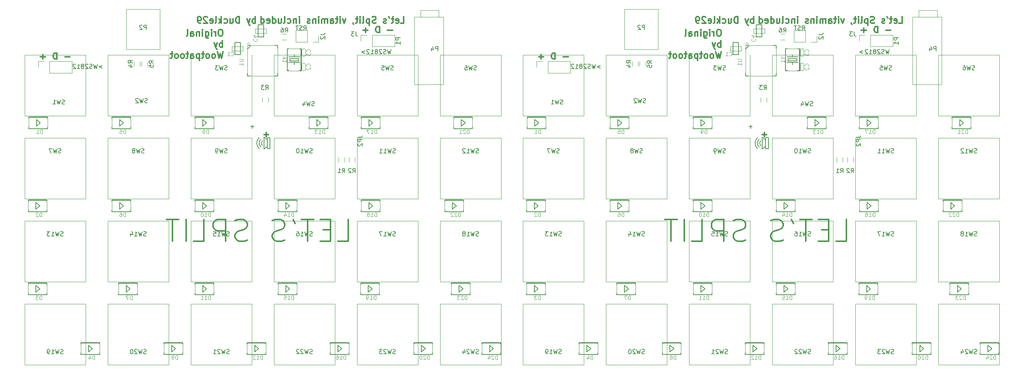
<source format=gbr>
G04 #@! TF.GenerationSoftware,KiCad,Pcbnew,(2017-09-19 revision dddaa7e69)-makepkg*
G04 #@! TF.CreationDate,2017-11-16T19:15:37+01:00*
G04 #@! TF.ProjectId,lets_split,6C6574735F73706C69742E6B69636164,rev?*
G04 #@! TF.SameCoordinates,Original*
G04 #@! TF.FileFunction,Legend,Bot*
G04 #@! TF.FilePolarity,Positive*
%FSLAX46Y46*%
G04 Gerber Fmt 4.6, Leading zero omitted, Abs format (unit mm)*
G04 Created by KiCad (PCBNEW (2017-09-19 revision dddaa7e69)-makepkg) date 11/16/17 19:15:37*
%MOMM*%
%LPD*%
G01*
G04 APERTURE LIST*
%ADD10C,0.200000*%
%ADD11C,0.300000*%
%ADD12C,0.150000*%
%ADD13C,0.100000*%
%ADD14C,0.127000*%
%ADD15C,0.066040*%
%ADD16C,0.120000*%
%ADD17C,0.076200*%
%ADD18C,0.101600*%
G04 APERTURE END LIST*
D10*
X252616500Y-84709000D02*
X252616500Y-86106000D01*
X251908536Y-86986799D02*
G75*
G02X251918000Y-85217000I771464J880799D01*
G01*
X253378500Y-84836000D02*
X254013500Y-84836000D01*
X251536433Y-87375489D02*
G75*
G02X251537000Y-84836000I1143567J1269489D01*
G01*
X252299354Y-86614264D02*
G75*
G02X252299000Y-85598001I380646J508264D01*
G01*
X254013500Y-84836000D02*
X254013500Y-86106000D01*
X254013500Y-87376000D02*
X254013500Y-86106000D01*
X253378500Y-85344000D02*
X252616500Y-84709000D01*
X253378500Y-87376000D02*
X254013500Y-87376000D01*
X253378500Y-86106000D02*
X253378500Y-87376000D01*
X253378500Y-86106000D02*
X253378500Y-84836000D01*
X253378500Y-86852128D02*
X252616500Y-87487128D01*
X252616500Y-87487128D02*
X252616500Y-86106000D01*
D11*
X283959097Y-58580411D02*
X284673382Y-58580411D01*
X284673382Y-57080411D01*
X282887668Y-58508982D02*
X283030525Y-58580411D01*
X283316240Y-58580411D01*
X283459097Y-58508982D01*
X283530525Y-58366125D01*
X283530525Y-57794697D01*
X283459097Y-57651840D01*
X283316240Y-57580411D01*
X283030525Y-57580411D01*
X282887668Y-57651840D01*
X282816240Y-57794697D01*
X282816240Y-57937554D01*
X283530525Y-58080411D01*
X282387668Y-57580411D02*
X281816240Y-57580411D01*
X282173382Y-57080411D02*
X282173382Y-58366125D01*
X282101954Y-58508982D01*
X281959097Y-58580411D01*
X281816240Y-58580411D01*
X281244811Y-57080411D02*
X281387668Y-57366125D01*
X280673382Y-58508982D02*
X280530525Y-58580411D01*
X280244811Y-58580411D01*
X280101954Y-58508982D01*
X280030525Y-58366125D01*
X280030525Y-58294697D01*
X280101954Y-58151840D01*
X280244811Y-58080411D01*
X280459097Y-58080411D01*
X280601954Y-58008982D01*
X280673382Y-57866125D01*
X280673382Y-57794697D01*
X280601954Y-57651840D01*
X280459097Y-57580411D01*
X280244811Y-57580411D01*
X280101954Y-57651840D01*
X278316240Y-58508982D02*
X278101954Y-58580411D01*
X277744811Y-58580411D01*
X277601954Y-58508982D01*
X277530525Y-58437554D01*
X277459097Y-58294697D01*
X277459097Y-58151840D01*
X277530525Y-58008982D01*
X277601954Y-57937554D01*
X277744811Y-57866125D01*
X278030525Y-57794697D01*
X278173382Y-57723268D01*
X278244811Y-57651840D01*
X278316240Y-57508982D01*
X278316240Y-57366125D01*
X278244811Y-57223268D01*
X278173382Y-57151840D01*
X278030525Y-57080411D01*
X277673382Y-57080411D01*
X277459097Y-57151840D01*
X276816240Y-57580411D02*
X276816240Y-59080411D01*
X276816240Y-57651840D02*
X276673382Y-57580411D01*
X276387668Y-57580411D01*
X276244811Y-57651840D01*
X276173382Y-57723268D01*
X276101954Y-57866125D01*
X276101954Y-58294697D01*
X276173382Y-58437554D01*
X276244811Y-58508982D01*
X276387668Y-58580411D01*
X276673382Y-58580411D01*
X276816240Y-58508982D01*
X275244811Y-58580411D02*
X275387668Y-58508982D01*
X275459097Y-58366125D01*
X275459097Y-57080411D01*
X274673382Y-58580411D02*
X274673382Y-57580411D01*
X274673382Y-57080411D02*
X274744811Y-57151840D01*
X274673382Y-57223268D01*
X274601954Y-57151840D01*
X274673382Y-57080411D01*
X274673382Y-57223268D01*
X274173382Y-57580411D02*
X273601954Y-57580411D01*
X273959097Y-57080411D02*
X273959097Y-58366125D01*
X273887668Y-58508982D01*
X273744811Y-58580411D01*
X273601954Y-58580411D01*
X273030525Y-58508982D02*
X273030525Y-58580411D01*
X273101954Y-58723268D01*
X273173382Y-58794697D01*
X271387668Y-57580411D02*
X271030525Y-58580411D01*
X270673382Y-57580411D01*
X270101954Y-58580411D02*
X270101954Y-57580411D01*
X270101954Y-57080411D02*
X270173382Y-57151840D01*
X270101954Y-57223268D01*
X270030525Y-57151840D01*
X270101954Y-57080411D01*
X270101954Y-57223268D01*
X269601954Y-57580411D02*
X269030525Y-57580411D01*
X269387668Y-57080411D02*
X269387668Y-58366125D01*
X269316240Y-58508982D01*
X269173382Y-58580411D01*
X269030525Y-58580411D01*
X267887668Y-58580411D02*
X267887668Y-57794697D01*
X267959097Y-57651840D01*
X268101954Y-57580411D01*
X268387668Y-57580411D01*
X268530525Y-57651840D01*
X267887668Y-58508982D02*
X268030525Y-58580411D01*
X268387668Y-58580411D01*
X268530525Y-58508982D01*
X268601954Y-58366125D01*
X268601954Y-58223268D01*
X268530525Y-58080411D01*
X268387668Y-58008982D01*
X268030525Y-58008982D01*
X267887668Y-57937554D01*
X267173382Y-58580411D02*
X267173382Y-57580411D01*
X267173382Y-57723268D02*
X267101954Y-57651840D01*
X266959097Y-57580411D01*
X266744811Y-57580411D01*
X266601954Y-57651840D01*
X266530525Y-57794697D01*
X266530525Y-58580411D01*
X266530525Y-57794697D02*
X266459097Y-57651840D01*
X266316240Y-57580411D01*
X266101954Y-57580411D01*
X265959097Y-57651840D01*
X265887668Y-57794697D01*
X265887668Y-58580411D01*
X265173382Y-58580411D02*
X265173382Y-57580411D01*
X265173382Y-57080411D02*
X265244811Y-57151840D01*
X265173382Y-57223268D01*
X265101954Y-57151840D01*
X265173382Y-57080411D01*
X265173382Y-57223268D01*
X264459097Y-57580411D02*
X264459097Y-58580411D01*
X264459097Y-57723268D02*
X264387668Y-57651840D01*
X264244811Y-57580411D01*
X264030525Y-57580411D01*
X263887668Y-57651840D01*
X263816240Y-57794697D01*
X263816240Y-58580411D01*
X263173382Y-58508982D02*
X263030525Y-58580411D01*
X262744811Y-58580411D01*
X262601954Y-58508982D01*
X262530525Y-58366125D01*
X262530525Y-58294697D01*
X262601954Y-58151840D01*
X262744811Y-58080411D01*
X262959097Y-58080411D01*
X263101954Y-58008982D01*
X263173382Y-57866125D01*
X263173382Y-57794697D01*
X263101954Y-57651840D01*
X262959097Y-57580411D01*
X262744811Y-57580411D01*
X262601954Y-57651840D01*
X260744811Y-58580411D02*
X260744811Y-57580411D01*
X260744811Y-57080411D02*
X260816240Y-57151840D01*
X260744811Y-57223268D01*
X260673382Y-57151840D01*
X260744811Y-57080411D01*
X260744811Y-57223268D01*
X260030525Y-57580411D02*
X260030525Y-58580411D01*
X260030525Y-57723268D02*
X259959097Y-57651840D01*
X259816240Y-57580411D01*
X259601954Y-57580411D01*
X259459097Y-57651840D01*
X259387668Y-57794697D01*
X259387668Y-58580411D01*
X258030525Y-58508982D02*
X258173382Y-58580411D01*
X258459097Y-58580411D01*
X258601954Y-58508982D01*
X258673382Y-58437554D01*
X258744811Y-58294697D01*
X258744811Y-57866125D01*
X258673382Y-57723268D01*
X258601954Y-57651840D01*
X258459097Y-57580411D01*
X258173382Y-57580411D01*
X258030525Y-57651840D01*
X257173382Y-58580411D02*
X257316240Y-58508982D01*
X257387668Y-58366125D01*
X257387668Y-57080411D01*
X255959097Y-57580411D02*
X255959097Y-58580411D01*
X256601954Y-57580411D02*
X256601954Y-58366125D01*
X256530525Y-58508982D01*
X256387668Y-58580411D01*
X256173382Y-58580411D01*
X256030525Y-58508982D01*
X255959097Y-58437554D01*
X254601954Y-58580411D02*
X254601954Y-57080411D01*
X254601954Y-58508982D02*
X254744811Y-58580411D01*
X255030525Y-58580411D01*
X255173382Y-58508982D01*
X255244811Y-58437554D01*
X255316240Y-58294697D01*
X255316240Y-57866125D01*
X255244811Y-57723268D01*
X255173382Y-57651840D01*
X255030525Y-57580411D01*
X254744811Y-57580411D01*
X254601954Y-57651840D01*
X253316240Y-58508982D02*
X253459097Y-58580411D01*
X253744811Y-58580411D01*
X253887668Y-58508982D01*
X253959097Y-58366125D01*
X253959097Y-57794697D01*
X253887668Y-57651840D01*
X253744811Y-57580411D01*
X253459097Y-57580411D01*
X253316240Y-57651840D01*
X253244811Y-57794697D01*
X253244811Y-57937554D01*
X253959097Y-58080411D01*
X251959097Y-58580411D02*
X251959097Y-57080411D01*
X251959097Y-58508982D02*
X252101954Y-58580411D01*
X252387668Y-58580411D01*
X252530525Y-58508982D01*
X252601954Y-58437554D01*
X252673382Y-58294697D01*
X252673382Y-57866125D01*
X252601954Y-57723268D01*
X252530525Y-57651840D01*
X252387668Y-57580411D01*
X252101954Y-57580411D01*
X251959097Y-57651840D01*
X242825142Y-60001571D02*
X242539428Y-60001571D01*
X242396571Y-60073000D01*
X242253714Y-60215857D01*
X242182285Y-60501571D01*
X242182285Y-61001571D01*
X242253714Y-61287285D01*
X242396571Y-61430142D01*
X242539428Y-61501571D01*
X242825142Y-61501571D01*
X242968000Y-61430142D01*
X243110857Y-61287285D01*
X243182285Y-61001571D01*
X243182285Y-60501571D01*
X243110857Y-60215857D01*
X242968000Y-60073000D01*
X242825142Y-60001571D01*
X241539428Y-61501571D02*
X241539428Y-60501571D01*
X241539428Y-60787285D02*
X241468000Y-60644428D01*
X241396571Y-60573000D01*
X241253714Y-60501571D01*
X241110857Y-60501571D01*
X240610857Y-61501571D02*
X240610857Y-60501571D01*
X240610857Y-60001571D02*
X240682285Y-60073000D01*
X240610857Y-60144428D01*
X240539428Y-60073000D01*
X240610857Y-60001571D01*
X240610857Y-60144428D01*
X239253714Y-60501571D02*
X239253714Y-61715857D01*
X239325142Y-61858714D01*
X239396571Y-61930142D01*
X239539428Y-62001571D01*
X239753714Y-62001571D01*
X239896571Y-61930142D01*
X239253714Y-61430142D02*
X239396571Y-61501571D01*
X239682285Y-61501571D01*
X239825142Y-61430142D01*
X239896571Y-61358714D01*
X239968000Y-61215857D01*
X239968000Y-60787285D01*
X239896571Y-60644428D01*
X239825142Y-60573000D01*
X239682285Y-60501571D01*
X239396571Y-60501571D01*
X239253714Y-60573000D01*
X238539428Y-61501571D02*
X238539428Y-60501571D01*
X238539428Y-60001571D02*
X238610857Y-60073000D01*
X238539428Y-60144428D01*
X238468000Y-60073000D01*
X238539428Y-60001571D01*
X238539428Y-60144428D01*
X237825142Y-60501571D02*
X237825142Y-61501571D01*
X237825142Y-60644428D02*
X237753714Y-60573000D01*
X237610857Y-60501571D01*
X237396571Y-60501571D01*
X237253714Y-60573000D01*
X237182285Y-60715857D01*
X237182285Y-61501571D01*
X235825142Y-61501571D02*
X235825142Y-60715857D01*
X235896571Y-60573000D01*
X236039428Y-60501571D01*
X236325142Y-60501571D01*
X236468000Y-60573000D01*
X235825142Y-61430142D02*
X235968000Y-61501571D01*
X236325142Y-61501571D01*
X236468000Y-61430142D01*
X236539428Y-61287285D01*
X236539428Y-61144428D01*
X236468000Y-61001571D01*
X236325142Y-60930142D01*
X235968000Y-60930142D01*
X235825142Y-60858714D01*
X234896571Y-61501571D02*
X235039428Y-61430142D01*
X235110857Y-61287285D01*
X235110857Y-60001571D01*
X243110857Y-64051571D02*
X243110857Y-62551571D01*
X243110857Y-63123000D02*
X242968000Y-63051571D01*
X242682285Y-63051571D01*
X242539428Y-63123000D01*
X242468000Y-63194428D01*
X242396571Y-63337285D01*
X242396571Y-63765857D01*
X242468000Y-63908714D01*
X242539428Y-63980142D01*
X242682285Y-64051571D01*
X242968000Y-64051571D01*
X243110857Y-63980142D01*
X241896571Y-63051571D02*
X241539428Y-64051571D01*
X241182285Y-63051571D02*
X241539428Y-64051571D01*
X241682285Y-64408714D01*
X241753714Y-64480142D01*
X241896571Y-64551571D01*
X243253714Y-65101571D02*
X242896571Y-66601571D01*
X242610857Y-65530142D01*
X242325142Y-66601571D01*
X241968000Y-65101571D01*
X241182285Y-66601571D02*
X241325142Y-66530142D01*
X241396571Y-66458714D01*
X241468000Y-66315857D01*
X241468000Y-65887285D01*
X241396571Y-65744428D01*
X241325142Y-65673000D01*
X241182285Y-65601571D01*
X240968000Y-65601571D01*
X240825142Y-65673000D01*
X240753714Y-65744428D01*
X240682285Y-65887285D01*
X240682285Y-66315857D01*
X240753714Y-66458714D01*
X240825142Y-66530142D01*
X240968000Y-66601571D01*
X241182285Y-66601571D01*
X239825142Y-66601571D02*
X239968000Y-66530142D01*
X240039428Y-66458714D01*
X240110857Y-66315857D01*
X240110857Y-65887285D01*
X240039428Y-65744428D01*
X239968000Y-65673000D01*
X239825142Y-65601571D01*
X239610857Y-65601571D01*
X239468000Y-65673000D01*
X239396571Y-65744428D01*
X239325142Y-65887285D01*
X239325142Y-66315857D01*
X239396571Y-66458714D01*
X239468000Y-66530142D01*
X239610857Y-66601571D01*
X239825142Y-66601571D01*
X238896571Y-65601571D02*
X238325142Y-65601571D01*
X238682285Y-65101571D02*
X238682285Y-66387285D01*
X238610857Y-66530142D01*
X238468000Y-66601571D01*
X238325142Y-66601571D01*
X237825142Y-65601571D02*
X237825142Y-67101571D01*
X237825142Y-65673000D02*
X237682285Y-65601571D01*
X237396571Y-65601571D01*
X237253714Y-65673000D01*
X237182285Y-65744428D01*
X237110857Y-65887285D01*
X237110857Y-66315857D01*
X237182285Y-66458714D01*
X237253714Y-66530142D01*
X237396571Y-66601571D01*
X237682285Y-66601571D01*
X237825142Y-66530142D01*
X235825142Y-66601571D02*
X235825142Y-65815857D01*
X235896571Y-65673000D01*
X236039428Y-65601571D01*
X236325142Y-65601571D01*
X236468000Y-65673000D01*
X235825142Y-66530142D02*
X235968000Y-66601571D01*
X236325142Y-66601571D01*
X236468000Y-66530142D01*
X236539428Y-66387285D01*
X236539428Y-66244428D01*
X236468000Y-66101571D01*
X236325142Y-66030142D01*
X235968000Y-66030142D01*
X235825142Y-65958714D01*
X235325142Y-65601571D02*
X234753714Y-65601571D01*
X235110857Y-65101571D02*
X235110857Y-66387285D01*
X235039428Y-66530142D01*
X234896571Y-66601571D01*
X234753714Y-66601571D01*
X234039428Y-66601571D02*
X234182285Y-66530142D01*
X234253714Y-66458714D01*
X234325142Y-66315857D01*
X234325142Y-65887285D01*
X234253714Y-65744428D01*
X234182285Y-65673000D01*
X234039428Y-65601571D01*
X233825142Y-65601571D01*
X233682285Y-65673000D01*
X233610857Y-65744428D01*
X233539428Y-65887285D01*
X233539428Y-66315857D01*
X233610857Y-66458714D01*
X233682285Y-66530142D01*
X233825142Y-66601571D01*
X234039428Y-66601571D01*
X232682285Y-66601571D02*
X232825142Y-66530142D01*
X232896571Y-66458714D01*
X232968000Y-66315857D01*
X232968000Y-65887285D01*
X232896571Y-65744428D01*
X232825142Y-65673000D01*
X232682285Y-65601571D01*
X232468000Y-65601571D01*
X232325142Y-65673000D01*
X232253714Y-65744428D01*
X232182285Y-65887285D01*
X232182285Y-66315857D01*
X232253714Y-66458714D01*
X232325142Y-66530142D01*
X232468000Y-66601571D01*
X232682285Y-66601571D01*
X231753714Y-65601571D02*
X231182285Y-65601571D01*
X231539428Y-65101571D02*
X231539428Y-66387285D01*
X231468000Y-66530142D01*
X231325142Y-66601571D01*
X231182285Y-66601571D01*
X208142857Y-66267000D02*
X207000000Y-66267000D01*
X205142857Y-66800333D02*
X205142857Y-65400333D01*
X204785714Y-65400333D01*
X204571428Y-65467000D01*
X204428571Y-65600333D01*
X204357142Y-65733666D01*
X204285714Y-66000333D01*
X204285714Y-66200333D01*
X204357142Y-66467000D01*
X204428571Y-66600333D01*
X204571428Y-66733666D01*
X204785714Y-66800333D01*
X205142857Y-66800333D01*
X202500000Y-66267000D02*
X201357142Y-66267000D01*
X201928571Y-66800333D02*
X201928571Y-65733666D01*
X252629261Y-84166857D02*
X253619738Y-84166857D01*
X253124500Y-84662095D02*
X253124500Y-83671619D01*
X282107857Y-60171000D02*
X280965000Y-60171000D01*
X279107857Y-60704333D02*
X279107857Y-59304333D01*
X278750714Y-59304333D01*
X278536428Y-59371000D01*
X278393571Y-59504333D01*
X278322142Y-59637666D01*
X278250714Y-59904333D01*
X278250714Y-60104333D01*
X278322142Y-60371000D01*
X278393571Y-60504333D01*
X278536428Y-60637666D01*
X278750714Y-60704333D01*
X279107857Y-60704333D01*
X276465000Y-60171000D02*
X275322142Y-60171000D01*
X275893571Y-60704333D02*
X275893571Y-59637666D01*
X250651142Y-58590571D02*
X250651142Y-57090571D01*
X250651142Y-57662000D02*
X250508285Y-57590571D01*
X250222571Y-57590571D01*
X250079714Y-57662000D01*
X250008285Y-57733428D01*
X249936857Y-57876285D01*
X249936857Y-58304857D01*
X250008285Y-58447714D01*
X250079714Y-58519142D01*
X250222571Y-58590571D01*
X250508285Y-58590571D01*
X250651142Y-58519142D01*
X249436857Y-57590571D02*
X249079714Y-58590571D01*
X248722571Y-57590571D02*
X249079714Y-58590571D01*
X249222571Y-58947714D01*
X249294000Y-59019142D01*
X249436857Y-59090571D01*
X247008285Y-58590571D02*
X247008285Y-57090571D01*
X246651142Y-57090571D01*
X246436857Y-57162000D01*
X246294000Y-57304857D01*
X246222571Y-57447714D01*
X246151142Y-57733428D01*
X246151142Y-57947714D01*
X246222571Y-58233428D01*
X246294000Y-58376285D01*
X246436857Y-58519142D01*
X246651142Y-58590571D01*
X247008285Y-58590571D01*
X244865428Y-57590571D02*
X244865428Y-58590571D01*
X245508285Y-57590571D02*
X245508285Y-58376285D01*
X245436857Y-58519142D01*
X245294000Y-58590571D01*
X245079714Y-58590571D01*
X244936857Y-58519142D01*
X244865428Y-58447714D01*
X243508285Y-58519142D02*
X243651142Y-58590571D01*
X243936857Y-58590571D01*
X244079714Y-58519142D01*
X244151142Y-58447714D01*
X244222571Y-58304857D01*
X244222571Y-57876285D01*
X244151142Y-57733428D01*
X244079714Y-57662000D01*
X243936857Y-57590571D01*
X243651142Y-57590571D01*
X243508285Y-57662000D01*
X242865428Y-58590571D02*
X242865428Y-57090571D01*
X242722571Y-58019142D02*
X242294000Y-58590571D01*
X242294000Y-57590571D02*
X242865428Y-58162000D01*
X241436857Y-58590571D02*
X241579714Y-58519142D01*
X241651142Y-58376285D01*
X241651142Y-57090571D01*
X240294000Y-58519142D02*
X240436857Y-58590571D01*
X240722571Y-58590571D01*
X240865428Y-58519142D01*
X240936857Y-58376285D01*
X240936857Y-57804857D01*
X240865428Y-57662000D01*
X240722571Y-57590571D01*
X240436857Y-57590571D01*
X240294000Y-57662000D01*
X240222571Y-57804857D01*
X240222571Y-57947714D01*
X240936857Y-58090571D01*
X239651142Y-57233428D02*
X239579714Y-57162000D01*
X239436857Y-57090571D01*
X239079714Y-57090571D01*
X238936857Y-57162000D01*
X238865428Y-57233428D01*
X238794000Y-57376285D01*
X238794000Y-57519142D01*
X238865428Y-57733428D01*
X239722571Y-58590571D01*
X238794000Y-58590571D01*
X238079714Y-58590571D02*
X237794000Y-58590571D01*
X237651142Y-58519142D01*
X237579714Y-58447714D01*
X237436857Y-58233428D01*
X237365428Y-57947714D01*
X237365428Y-57376285D01*
X237436857Y-57233428D01*
X237508285Y-57162000D01*
X237651142Y-57090571D01*
X237936857Y-57090571D01*
X238079714Y-57162000D01*
X238151142Y-57233428D01*
X238222571Y-57376285D01*
X238222571Y-57733428D01*
X238151142Y-57876285D01*
X238079714Y-57947714D01*
X237936857Y-58019142D01*
X237651142Y-58019142D01*
X237508285Y-57947714D01*
X237436857Y-57876285D01*
X237365428Y-57733428D01*
D12*
X261736619Y-60142380D02*
X262069952Y-59666190D01*
X262308047Y-60142380D02*
X262308047Y-59142380D01*
X261927095Y-59142380D01*
X261831857Y-59190000D01*
X261784238Y-59237619D01*
X261736619Y-59332857D01*
X261736619Y-59475714D01*
X261784238Y-59570952D01*
X261831857Y-59618571D01*
X261927095Y-59666190D01*
X262308047Y-59666190D01*
X261355666Y-60094761D02*
X261212809Y-60142380D01*
X260974714Y-60142380D01*
X260879476Y-60094761D01*
X260831857Y-60047142D01*
X260784238Y-59951904D01*
X260784238Y-59856666D01*
X260831857Y-59761428D01*
X260879476Y-59713809D01*
X260974714Y-59666190D01*
X261165190Y-59618571D01*
X261260428Y-59570952D01*
X261308047Y-59523333D01*
X261355666Y-59428095D01*
X261355666Y-59332857D01*
X261308047Y-59237619D01*
X261260428Y-59190000D01*
X261165190Y-59142380D01*
X260927095Y-59142380D01*
X260784238Y-59190000D01*
X260498523Y-59142380D02*
X259927095Y-59142380D01*
X260212809Y-60142380D02*
X260212809Y-59142380D01*
D11*
X269545238Y-108624404D02*
X271926190Y-108624404D01*
X271926190Y-103624404D01*
X267878571Y-106005357D02*
X266211904Y-106005357D01*
X265497619Y-108624404D02*
X267878571Y-108624404D01*
X267878571Y-103624404D01*
X265497619Y-103624404D01*
X264069047Y-103624404D02*
X261211904Y-103624404D01*
X262640476Y-108624404D02*
X262640476Y-103624404D01*
X259307142Y-103624404D02*
X259783333Y-104576785D01*
X257402380Y-108386309D02*
X256688095Y-108624404D01*
X255497619Y-108624404D01*
X255021428Y-108386309D01*
X254783333Y-108148214D01*
X254545238Y-107672023D01*
X254545238Y-107195833D01*
X254783333Y-106719642D01*
X255021428Y-106481547D01*
X255497619Y-106243452D01*
X256450000Y-106005357D01*
X256926190Y-105767261D01*
X257164285Y-105529166D01*
X257402380Y-105052976D01*
X257402380Y-104576785D01*
X257164285Y-104100595D01*
X256926190Y-103862500D01*
X256450000Y-103624404D01*
X255259523Y-103624404D01*
X254545238Y-103862500D01*
X248830952Y-108386309D02*
X248116666Y-108624404D01*
X246926190Y-108624404D01*
X246450000Y-108386309D01*
X246211904Y-108148214D01*
X245973809Y-107672023D01*
X245973809Y-107195833D01*
X246211904Y-106719642D01*
X246450000Y-106481547D01*
X246926190Y-106243452D01*
X247878571Y-106005357D01*
X248354761Y-105767261D01*
X248592857Y-105529166D01*
X248830952Y-105052976D01*
X248830952Y-104576785D01*
X248592857Y-104100595D01*
X248354761Y-103862500D01*
X247878571Y-103624404D01*
X246688095Y-103624404D01*
X245973809Y-103862500D01*
X243830952Y-108624404D02*
X243830952Y-103624404D01*
X241926190Y-103624404D01*
X241450000Y-103862500D01*
X241211904Y-104100595D01*
X240973809Y-104576785D01*
X240973809Y-105291071D01*
X241211904Y-105767261D01*
X241450000Y-106005357D01*
X241926190Y-106243452D01*
X243830952Y-106243452D01*
X236450000Y-108624404D02*
X238830952Y-108624404D01*
X238830952Y-103624404D01*
X234783333Y-108624404D02*
X234783333Y-103624404D01*
X233116666Y-103624404D02*
X230259523Y-103624404D01*
X231688095Y-108624404D02*
X231688095Y-103624404D01*
X155295238Y-108624404D02*
X157676190Y-108624404D01*
X157676190Y-103624404D01*
X153628571Y-106005357D02*
X151961904Y-106005357D01*
X151247619Y-108624404D02*
X153628571Y-108624404D01*
X153628571Y-103624404D01*
X151247619Y-103624404D01*
X149819047Y-103624404D02*
X146961904Y-103624404D01*
X148390476Y-108624404D02*
X148390476Y-103624404D01*
X145057142Y-103624404D02*
X145533333Y-104576785D01*
X143152380Y-108386309D02*
X142438095Y-108624404D01*
X141247619Y-108624404D01*
X140771428Y-108386309D01*
X140533333Y-108148214D01*
X140295238Y-107672023D01*
X140295238Y-107195833D01*
X140533333Y-106719642D01*
X140771428Y-106481547D01*
X141247619Y-106243452D01*
X142200000Y-106005357D01*
X142676190Y-105767261D01*
X142914285Y-105529166D01*
X143152380Y-105052976D01*
X143152380Y-104576785D01*
X142914285Y-104100595D01*
X142676190Y-103862500D01*
X142200000Y-103624404D01*
X141009523Y-103624404D01*
X140295238Y-103862500D01*
X134580952Y-108386309D02*
X133866666Y-108624404D01*
X132676190Y-108624404D01*
X132200000Y-108386309D01*
X131961904Y-108148214D01*
X131723809Y-107672023D01*
X131723809Y-107195833D01*
X131961904Y-106719642D01*
X132200000Y-106481547D01*
X132676190Y-106243452D01*
X133628571Y-106005357D01*
X134104761Y-105767261D01*
X134342857Y-105529166D01*
X134580952Y-105052976D01*
X134580952Y-104576785D01*
X134342857Y-104100595D01*
X134104761Y-103862500D01*
X133628571Y-103624404D01*
X132438095Y-103624404D01*
X131723809Y-103862500D01*
X129580952Y-108624404D02*
X129580952Y-103624404D01*
X127676190Y-103624404D01*
X127200000Y-103862500D01*
X126961904Y-104100595D01*
X126723809Y-104576785D01*
X126723809Y-105291071D01*
X126961904Y-105767261D01*
X127200000Y-106005357D01*
X127676190Y-106243452D01*
X129580952Y-106243452D01*
X122200000Y-108624404D02*
X124580952Y-108624404D01*
X124580952Y-103624404D01*
X120533333Y-108624404D02*
X120533333Y-103624404D01*
X118866666Y-103624404D02*
X116009523Y-103624404D01*
X117438095Y-108624404D02*
X117438095Y-103624404D01*
D12*
X147486619Y-60142380D02*
X147819952Y-59666190D01*
X148058047Y-60142380D02*
X148058047Y-59142380D01*
X147677095Y-59142380D01*
X147581857Y-59190000D01*
X147534238Y-59237619D01*
X147486619Y-59332857D01*
X147486619Y-59475714D01*
X147534238Y-59570952D01*
X147581857Y-59618571D01*
X147677095Y-59666190D01*
X148058047Y-59666190D01*
X147105666Y-60094761D02*
X146962809Y-60142380D01*
X146724714Y-60142380D01*
X146629476Y-60094761D01*
X146581857Y-60047142D01*
X146534238Y-59951904D01*
X146534238Y-59856666D01*
X146581857Y-59761428D01*
X146629476Y-59713809D01*
X146724714Y-59666190D01*
X146915190Y-59618571D01*
X147010428Y-59570952D01*
X147058047Y-59523333D01*
X147105666Y-59428095D01*
X147105666Y-59332857D01*
X147058047Y-59237619D01*
X147010428Y-59190000D01*
X146915190Y-59142380D01*
X146677095Y-59142380D01*
X146534238Y-59190000D01*
X146248523Y-59142380D02*
X145677095Y-59142380D01*
X145962809Y-60142380D02*
X145962809Y-59142380D01*
D11*
X136401142Y-58590571D02*
X136401142Y-57090571D01*
X136401142Y-57662000D02*
X136258285Y-57590571D01*
X135972571Y-57590571D01*
X135829714Y-57662000D01*
X135758285Y-57733428D01*
X135686857Y-57876285D01*
X135686857Y-58304857D01*
X135758285Y-58447714D01*
X135829714Y-58519142D01*
X135972571Y-58590571D01*
X136258285Y-58590571D01*
X136401142Y-58519142D01*
X135186857Y-57590571D02*
X134829714Y-58590571D01*
X134472571Y-57590571D02*
X134829714Y-58590571D01*
X134972571Y-58947714D01*
X135044000Y-59019142D01*
X135186857Y-59090571D01*
X132758285Y-58590571D02*
X132758285Y-57090571D01*
X132401142Y-57090571D01*
X132186857Y-57162000D01*
X132044000Y-57304857D01*
X131972571Y-57447714D01*
X131901142Y-57733428D01*
X131901142Y-57947714D01*
X131972571Y-58233428D01*
X132044000Y-58376285D01*
X132186857Y-58519142D01*
X132401142Y-58590571D01*
X132758285Y-58590571D01*
X130615428Y-57590571D02*
X130615428Y-58590571D01*
X131258285Y-57590571D02*
X131258285Y-58376285D01*
X131186857Y-58519142D01*
X131044000Y-58590571D01*
X130829714Y-58590571D01*
X130686857Y-58519142D01*
X130615428Y-58447714D01*
X129258285Y-58519142D02*
X129401142Y-58590571D01*
X129686857Y-58590571D01*
X129829714Y-58519142D01*
X129901142Y-58447714D01*
X129972571Y-58304857D01*
X129972571Y-57876285D01*
X129901142Y-57733428D01*
X129829714Y-57662000D01*
X129686857Y-57590571D01*
X129401142Y-57590571D01*
X129258285Y-57662000D01*
X128615428Y-58590571D02*
X128615428Y-57090571D01*
X128472571Y-58019142D02*
X128044000Y-58590571D01*
X128044000Y-57590571D02*
X128615428Y-58162000D01*
X127186857Y-58590571D02*
X127329714Y-58519142D01*
X127401142Y-58376285D01*
X127401142Y-57090571D01*
X126044000Y-58519142D02*
X126186857Y-58590571D01*
X126472571Y-58590571D01*
X126615428Y-58519142D01*
X126686857Y-58376285D01*
X126686857Y-57804857D01*
X126615428Y-57662000D01*
X126472571Y-57590571D01*
X126186857Y-57590571D01*
X126044000Y-57662000D01*
X125972571Y-57804857D01*
X125972571Y-57947714D01*
X126686857Y-58090571D01*
X125401142Y-57233428D02*
X125329714Y-57162000D01*
X125186857Y-57090571D01*
X124829714Y-57090571D01*
X124686857Y-57162000D01*
X124615428Y-57233428D01*
X124544000Y-57376285D01*
X124544000Y-57519142D01*
X124615428Y-57733428D01*
X125472571Y-58590571D01*
X124544000Y-58590571D01*
X123829714Y-58590571D02*
X123544000Y-58590571D01*
X123401142Y-58519142D01*
X123329714Y-58447714D01*
X123186857Y-58233428D01*
X123115428Y-57947714D01*
X123115428Y-57376285D01*
X123186857Y-57233428D01*
X123258285Y-57162000D01*
X123401142Y-57090571D01*
X123686857Y-57090571D01*
X123829714Y-57162000D01*
X123901142Y-57233428D01*
X123972571Y-57376285D01*
X123972571Y-57733428D01*
X123901142Y-57876285D01*
X123829714Y-57947714D01*
X123686857Y-58019142D01*
X123401142Y-58019142D01*
X123258285Y-57947714D01*
X123186857Y-57876285D01*
X123115428Y-57733428D01*
X167857857Y-60171000D02*
X166715000Y-60171000D01*
X164857857Y-60704333D02*
X164857857Y-59304333D01*
X164500714Y-59304333D01*
X164286428Y-59371000D01*
X164143571Y-59504333D01*
X164072142Y-59637666D01*
X164000714Y-59904333D01*
X164000714Y-60104333D01*
X164072142Y-60371000D01*
X164143571Y-60504333D01*
X164286428Y-60637666D01*
X164500714Y-60704333D01*
X164857857Y-60704333D01*
X162215000Y-60171000D02*
X161072142Y-60171000D01*
X161643571Y-60704333D02*
X161643571Y-59637666D01*
X169709097Y-58580411D02*
X170423382Y-58580411D01*
X170423382Y-57080411D01*
X168637668Y-58508982D02*
X168780525Y-58580411D01*
X169066240Y-58580411D01*
X169209097Y-58508982D01*
X169280525Y-58366125D01*
X169280525Y-57794697D01*
X169209097Y-57651840D01*
X169066240Y-57580411D01*
X168780525Y-57580411D01*
X168637668Y-57651840D01*
X168566240Y-57794697D01*
X168566240Y-57937554D01*
X169280525Y-58080411D01*
X168137668Y-57580411D02*
X167566240Y-57580411D01*
X167923382Y-57080411D02*
X167923382Y-58366125D01*
X167851954Y-58508982D01*
X167709097Y-58580411D01*
X167566240Y-58580411D01*
X166994811Y-57080411D02*
X167137668Y-57366125D01*
X166423382Y-58508982D02*
X166280525Y-58580411D01*
X165994811Y-58580411D01*
X165851954Y-58508982D01*
X165780525Y-58366125D01*
X165780525Y-58294697D01*
X165851954Y-58151840D01*
X165994811Y-58080411D01*
X166209097Y-58080411D01*
X166351954Y-58008982D01*
X166423382Y-57866125D01*
X166423382Y-57794697D01*
X166351954Y-57651840D01*
X166209097Y-57580411D01*
X165994811Y-57580411D01*
X165851954Y-57651840D01*
X164066240Y-58508982D02*
X163851954Y-58580411D01*
X163494811Y-58580411D01*
X163351954Y-58508982D01*
X163280525Y-58437554D01*
X163209097Y-58294697D01*
X163209097Y-58151840D01*
X163280525Y-58008982D01*
X163351954Y-57937554D01*
X163494811Y-57866125D01*
X163780525Y-57794697D01*
X163923382Y-57723268D01*
X163994811Y-57651840D01*
X164066240Y-57508982D01*
X164066240Y-57366125D01*
X163994811Y-57223268D01*
X163923382Y-57151840D01*
X163780525Y-57080411D01*
X163423382Y-57080411D01*
X163209097Y-57151840D01*
X162566240Y-57580411D02*
X162566240Y-59080411D01*
X162566240Y-57651840D02*
X162423382Y-57580411D01*
X162137668Y-57580411D01*
X161994811Y-57651840D01*
X161923382Y-57723268D01*
X161851954Y-57866125D01*
X161851954Y-58294697D01*
X161923382Y-58437554D01*
X161994811Y-58508982D01*
X162137668Y-58580411D01*
X162423382Y-58580411D01*
X162566240Y-58508982D01*
X160994811Y-58580411D02*
X161137668Y-58508982D01*
X161209097Y-58366125D01*
X161209097Y-57080411D01*
X160423382Y-58580411D02*
X160423382Y-57580411D01*
X160423382Y-57080411D02*
X160494811Y-57151840D01*
X160423382Y-57223268D01*
X160351954Y-57151840D01*
X160423382Y-57080411D01*
X160423382Y-57223268D01*
X159923382Y-57580411D02*
X159351954Y-57580411D01*
X159709097Y-57080411D02*
X159709097Y-58366125D01*
X159637668Y-58508982D01*
X159494811Y-58580411D01*
X159351954Y-58580411D01*
X158780525Y-58508982D02*
X158780525Y-58580411D01*
X158851954Y-58723268D01*
X158923382Y-58794697D01*
X157137668Y-57580411D02*
X156780525Y-58580411D01*
X156423382Y-57580411D01*
X155851954Y-58580411D02*
X155851954Y-57580411D01*
X155851954Y-57080411D02*
X155923382Y-57151840D01*
X155851954Y-57223268D01*
X155780525Y-57151840D01*
X155851954Y-57080411D01*
X155851954Y-57223268D01*
X155351954Y-57580411D02*
X154780525Y-57580411D01*
X155137668Y-57080411D02*
X155137668Y-58366125D01*
X155066240Y-58508982D01*
X154923382Y-58580411D01*
X154780525Y-58580411D01*
X153637668Y-58580411D02*
X153637668Y-57794697D01*
X153709097Y-57651840D01*
X153851954Y-57580411D01*
X154137668Y-57580411D01*
X154280525Y-57651840D01*
X153637668Y-58508982D02*
X153780525Y-58580411D01*
X154137668Y-58580411D01*
X154280525Y-58508982D01*
X154351954Y-58366125D01*
X154351954Y-58223268D01*
X154280525Y-58080411D01*
X154137668Y-58008982D01*
X153780525Y-58008982D01*
X153637668Y-57937554D01*
X152923382Y-58580411D02*
X152923382Y-57580411D01*
X152923382Y-57723268D02*
X152851954Y-57651840D01*
X152709097Y-57580411D01*
X152494811Y-57580411D01*
X152351954Y-57651840D01*
X152280525Y-57794697D01*
X152280525Y-58580411D01*
X152280525Y-57794697D02*
X152209097Y-57651840D01*
X152066240Y-57580411D01*
X151851954Y-57580411D01*
X151709097Y-57651840D01*
X151637668Y-57794697D01*
X151637668Y-58580411D01*
X150923382Y-58580411D02*
X150923382Y-57580411D01*
X150923382Y-57080411D02*
X150994811Y-57151840D01*
X150923382Y-57223268D01*
X150851954Y-57151840D01*
X150923382Y-57080411D01*
X150923382Y-57223268D01*
X150209097Y-57580411D02*
X150209097Y-58580411D01*
X150209097Y-57723268D02*
X150137668Y-57651840D01*
X149994811Y-57580411D01*
X149780525Y-57580411D01*
X149637668Y-57651840D01*
X149566240Y-57794697D01*
X149566240Y-58580411D01*
X148923382Y-58508982D02*
X148780525Y-58580411D01*
X148494811Y-58580411D01*
X148351954Y-58508982D01*
X148280525Y-58366125D01*
X148280525Y-58294697D01*
X148351954Y-58151840D01*
X148494811Y-58080411D01*
X148709097Y-58080411D01*
X148851954Y-58008982D01*
X148923382Y-57866125D01*
X148923382Y-57794697D01*
X148851954Y-57651840D01*
X148709097Y-57580411D01*
X148494811Y-57580411D01*
X148351954Y-57651840D01*
X146494811Y-58580411D02*
X146494811Y-57580411D01*
X146494811Y-57080411D02*
X146566240Y-57151840D01*
X146494811Y-57223268D01*
X146423382Y-57151840D01*
X146494811Y-57080411D01*
X146494811Y-57223268D01*
X145780525Y-57580411D02*
X145780525Y-58580411D01*
X145780525Y-57723268D02*
X145709097Y-57651840D01*
X145566240Y-57580411D01*
X145351954Y-57580411D01*
X145209097Y-57651840D01*
X145137668Y-57794697D01*
X145137668Y-58580411D01*
X143780525Y-58508982D02*
X143923382Y-58580411D01*
X144209097Y-58580411D01*
X144351954Y-58508982D01*
X144423382Y-58437554D01*
X144494811Y-58294697D01*
X144494811Y-57866125D01*
X144423382Y-57723268D01*
X144351954Y-57651840D01*
X144209097Y-57580411D01*
X143923382Y-57580411D01*
X143780525Y-57651840D01*
X142923382Y-58580411D02*
X143066240Y-58508982D01*
X143137668Y-58366125D01*
X143137668Y-57080411D01*
X141709097Y-57580411D02*
X141709097Y-58580411D01*
X142351954Y-57580411D02*
X142351954Y-58366125D01*
X142280525Y-58508982D01*
X142137668Y-58580411D01*
X141923382Y-58580411D01*
X141780525Y-58508982D01*
X141709097Y-58437554D01*
X140351954Y-58580411D02*
X140351954Y-57080411D01*
X140351954Y-58508982D02*
X140494811Y-58580411D01*
X140780525Y-58580411D01*
X140923382Y-58508982D01*
X140994811Y-58437554D01*
X141066240Y-58294697D01*
X141066240Y-57866125D01*
X140994811Y-57723268D01*
X140923382Y-57651840D01*
X140780525Y-57580411D01*
X140494811Y-57580411D01*
X140351954Y-57651840D01*
X139066240Y-58508982D02*
X139209097Y-58580411D01*
X139494811Y-58580411D01*
X139637668Y-58508982D01*
X139709097Y-58366125D01*
X139709097Y-57794697D01*
X139637668Y-57651840D01*
X139494811Y-57580411D01*
X139209097Y-57580411D01*
X139066240Y-57651840D01*
X138994811Y-57794697D01*
X138994811Y-57937554D01*
X139709097Y-58080411D01*
X137709097Y-58580411D02*
X137709097Y-57080411D01*
X137709097Y-58508982D02*
X137851954Y-58580411D01*
X138137668Y-58580411D01*
X138280525Y-58508982D01*
X138351954Y-58437554D01*
X138423382Y-58294697D01*
X138423382Y-57866125D01*
X138351954Y-57723268D01*
X138280525Y-57651840D01*
X138137668Y-57580411D01*
X137851954Y-57580411D01*
X137709097Y-57651840D01*
X128575142Y-60001571D02*
X128289428Y-60001571D01*
X128146571Y-60073000D01*
X128003714Y-60215857D01*
X127932285Y-60501571D01*
X127932285Y-61001571D01*
X128003714Y-61287285D01*
X128146571Y-61430142D01*
X128289428Y-61501571D01*
X128575142Y-61501571D01*
X128718000Y-61430142D01*
X128860857Y-61287285D01*
X128932285Y-61001571D01*
X128932285Y-60501571D01*
X128860857Y-60215857D01*
X128718000Y-60073000D01*
X128575142Y-60001571D01*
X127289428Y-61501571D02*
X127289428Y-60501571D01*
X127289428Y-60787285D02*
X127218000Y-60644428D01*
X127146571Y-60573000D01*
X127003714Y-60501571D01*
X126860857Y-60501571D01*
X126360857Y-61501571D02*
X126360857Y-60501571D01*
X126360857Y-60001571D02*
X126432285Y-60073000D01*
X126360857Y-60144428D01*
X126289428Y-60073000D01*
X126360857Y-60001571D01*
X126360857Y-60144428D01*
X125003714Y-60501571D02*
X125003714Y-61715857D01*
X125075142Y-61858714D01*
X125146571Y-61930142D01*
X125289428Y-62001571D01*
X125503714Y-62001571D01*
X125646571Y-61930142D01*
X125003714Y-61430142D02*
X125146571Y-61501571D01*
X125432285Y-61501571D01*
X125575142Y-61430142D01*
X125646571Y-61358714D01*
X125718000Y-61215857D01*
X125718000Y-60787285D01*
X125646571Y-60644428D01*
X125575142Y-60573000D01*
X125432285Y-60501571D01*
X125146571Y-60501571D01*
X125003714Y-60573000D01*
X124289428Y-61501571D02*
X124289428Y-60501571D01*
X124289428Y-60001571D02*
X124360857Y-60073000D01*
X124289428Y-60144428D01*
X124218000Y-60073000D01*
X124289428Y-60001571D01*
X124289428Y-60144428D01*
X123575142Y-60501571D02*
X123575142Y-61501571D01*
X123575142Y-60644428D02*
X123503714Y-60573000D01*
X123360857Y-60501571D01*
X123146571Y-60501571D01*
X123003714Y-60573000D01*
X122932285Y-60715857D01*
X122932285Y-61501571D01*
X121575142Y-61501571D02*
X121575142Y-60715857D01*
X121646571Y-60573000D01*
X121789428Y-60501571D01*
X122075142Y-60501571D01*
X122218000Y-60573000D01*
X121575142Y-61430142D02*
X121718000Y-61501571D01*
X122075142Y-61501571D01*
X122218000Y-61430142D01*
X122289428Y-61287285D01*
X122289428Y-61144428D01*
X122218000Y-61001571D01*
X122075142Y-60930142D01*
X121718000Y-60930142D01*
X121575142Y-60858714D01*
X120646571Y-61501571D02*
X120789428Y-61430142D01*
X120860857Y-61287285D01*
X120860857Y-60001571D01*
X128860857Y-64051571D02*
X128860857Y-62551571D01*
X128860857Y-63123000D02*
X128718000Y-63051571D01*
X128432285Y-63051571D01*
X128289428Y-63123000D01*
X128218000Y-63194428D01*
X128146571Y-63337285D01*
X128146571Y-63765857D01*
X128218000Y-63908714D01*
X128289428Y-63980142D01*
X128432285Y-64051571D01*
X128718000Y-64051571D01*
X128860857Y-63980142D01*
X127646571Y-63051571D02*
X127289428Y-64051571D01*
X126932285Y-63051571D02*
X127289428Y-64051571D01*
X127432285Y-64408714D01*
X127503714Y-64480142D01*
X127646571Y-64551571D01*
X129003714Y-65101571D02*
X128646571Y-66601571D01*
X128360857Y-65530142D01*
X128075142Y-66601571D01*
X127718000Y-65101571D01*
X126932285Y-66601571D02*
X127075142Y-66530142D01*
X127146571Y-66458714D01*
X127218000Y-66315857D01*
X127218000Y-65887285D01*
X127146571Y-65744428D01*
X127075142Y-65673000D01*
X126932285Y-65601571D01*
X126718000Y-65601571D01*
X126575142Y-65673000D01*
X126503714Y-65744428D01*
X126432285Y-65887285D01*
X126432285Y-66315857D01*
X126503714Y-66458714D01*
X126575142Y-66530142D01*
X126718000Y-66601571D01*
X126932285Y-66601571D01*
X125575142Y-66601571D02*
X125718000Y-66530142D01*
X125789428Y-66458714D01*
X125860857Y-66315857D01*
X125860857Y-65887285D01*
X125789428Y-65744428D01*
X125718000Y-65673000D01*
X125575142Y-65601571D01*
X125360857Y-65601571D01*
X125218000Y-65673000D01*
X125146571Y-65744428D01*
X125075142Y-65887285D01*
X125075142Y-66315857D01*
X125146571Y-66458714D01*
X125218000Y-66530142D01*
X125360857Y-66601571D01*
X125575142Y-66601571D01*
X124646571Y-65601571D02*
X124075142Y-65601571D01*
X124432285Y-65101571D02*
X124432285Y-66387285D01*
X124360857Y-66530142D01*
X124218000Y-66601571D01*
X124075142Y-66601571D01*
X123575142Y-65601571D02*
X123575142Y-67101571D01*
X123575142Y-65673000D02*
X123432285Y-65601571D01*
X123146571Y-65601571D01*
X123003714Y-65673000D01*
X122932285Y-65744428D01*
X122860857Y-65887285D01*
X122860857Y-66315857D01*
X122932285Y-66458714D01*
X123003714Y-66530142D01*
X123146571Y-66601571D01*
X123432285Y-66601571D01*
X123575142Y-66530142D01*
X121575142Y-66601571D02*
X121575142Y-65815857D01*
X121646571Y-65673000D01*
X121789428Y-65601571D01*
X122075142Y-65601571D01*
X122218000Y-65673000D01*
X121575142Y-66530142D02*
X121718000Y-66601571D01*
X122075142Y-66601571D01*
X122218000Y-66530142D01*
X122289428Y-66387285D01*
X122289428Y-66244428D01*
X122218000Y-66101571D01*
X122075142Y-66030142D01*
X121718000Y-66030142D01*
X121575142Y-65958714D01*
X121075142Y-65601571D02*
X120503714Y-65601571D01*
X120860857Y-65101571D02*
X120860857Y-66387285D01*
X120789428Y-66530142D01*
X120646571Y-66601571D01*
X120503714Y-66601571D01*
X119789428Y-66601571D02*
X119932285Y-66530142D01*
X120003714Y-66458714D01*
X120075142Y-66315857D01*
X120075142Y-65887285D01*
X120003714Y-65744428D01*
X119932285Y-65673000D01*
X119789428Y-65601571D01*
X119575142Y-65601571D01*
X119432285Y-65673000D01*
X119360857Y-65744428D01*
X119289428Y-65887285D01*
X119289428Y-66315857D01*
X119360857Y-66458714D01*
X119432285Y-66530142D01*
X119575142Y-66601571D01*
X119789428Y-66601571D01*
X118432285Y-66601571D02*
X118575142Y-66530142D01*
X118646571Y-66458714D01*
X118718000Y-66315857D01*
X118718000Y-65887285D01*
X118646571Y-65744428D01*
X118575142Y-65673000D01*
X118432285Y-65601571D01*
X118218000Y-65601571D01*
X118075142Y-65673000D01*
X118003714Y-65744428D01*
X117932285Y-65887285D01*
X117932285Y-66315857D01*
X118003714Y-66458714D01*
X118075142Y-66530142D01*
X118218000Y-66601571D01*
X118432285Y-66601571D01*
X117503714Y-65601571D02*
X116932285Y-65601571D01*
X117289428Y-65101571D02*
X117289428Y-66387285D01*
X117218000Y-66530142D01*
X117075142Y-66601571D01*
X116932285Y-66601571D01*
X138379261Y-84166857D02*
X139369738Y-84166857D01*
X138874500Y-84662095D02*
X138874500Y-83671619D01*
D10*
X139128500Y-86106000D02*
X139128500Y-87376000D01*
X139128500Y-86852128D02*
X138366500Y-87487128D01*
X139128500Y-85344000D02*
X138366500Y-84709000D01*
X139128500Y-86106000D02*
X139128500Y-84836000D01*
X139128500Y-87376000D02*
X139763500Y-87376000D01*
X138366500Y-84709000D02*
X138366500Y-86106000D01*
X138366500Y-87487128D02*
X138366500Y-86106000D01*
X139763500Y-84836000D02*
X139763500Y-86106000D01*
X139763500Y-87376000D02*
X139763500Y-86106000D01*
X139128500Y-84836000D02*
X139763500Y-84836000D01*
X138049354Y-86614264D02*
G75*
G02X138049000Y-85598001I380646J508264D01*
G01*
X137286433Y-87375489D02*
G75*
G02X137287000Y-84836000I1143567J1269489D01*
G01*
X137658536Y-86986799D02*
G75*
G02X137668000Y-85217000I771464J880799D01*
G01*
D11*
X93892857Y-66267000D02*
X92750000Y-66267000D01*
X90892857Y-66800333D02*
X90892857Y-65400333D01*
X90535714Y-65400333D01*
X90321428Y-65467000D01*
X90178571Y-65600333D01*
X90107142Y-65733666D01*
X90035714Y-66000333D01*
X90035714Y-66200333D01*
X90107142Y-66467000D01*
X90178571Y-66600333D01*
X90321428Y-66733666D01*
X90535714Y-66800333D01*
X90892857Y-66800333D01*
X88250000Y-66267000D02*
X87107142Y-66267000D01*
X87678571Y-66800333D02*
X87678571Y-65733666D01*
D13*
X307000000Y-103950000D02*
X307000000Y-117950000D01*
X293000000Y-103950000D02*
X307000000Y-103950000D01*
X293000000Y-117950000D02*
X293000000Y-103950000D01*
X307000000Y-117950000D02*
X293000000Y-117950000D01*
X287950000Y-103950000D02*
X287950000Y-117950000D01*
X273950000Y-103950000D02*
X287950000Y-103950000D01*
X273950000Y-117950000D02*
X273950000Y-103950000D01*
X287950000Y-117950000D02*
X273950000Y-117950000D01*
D14*
X276683000Y-80645000D02*
X276683000Y-82169000D01*
X277572000Y-81407000D02*
X276683000Y-80645000D01*
X276683000Y-82169000D02*
X277572000Y-81407000D01*
X274915160Y-82704940D02*
X274915160Y-82405220D01*
X274915160Y-80109060D02*
X274915160Y-80408780D01*
X279212840Y-80109060D02*
X279212840Y-80408780D01*
X279212840Y-82704940D02*
X279212840Y-82405220D01*
X279207760Y-80058260D02*
X274920240Y-80058260D01*
X274920240Y-82755740D02*
X279207760Y-82755740D01*
D15*
X274905000Y-80137000D02*
X274905000Y-82677000D01*
X274905000Y-82677000D02*
X279223000Y-82677000D01*
X279223000Y-80137000D02*
X279223000Y-82677000D01*
X274905000Y-80137000D02*
X279223000Y-80137000D01*
D14*
X238590620Y-118745000D02*
X238590620Y-120269000D01*
X239479620Y-119507000D02*
X238590620Y-118745000D01*
X238590620Y-120269000D02*
X239479620Y-119507000D01*
X236822780Y-120804940D02*
X236822780Y-120505220D01*
X236822780Y-118209060D02*
X236822780Y-118508780D01*
X241120460Y-118209060D02*
X241120460Y-118508780D01*
X241120460Y-120804940D02*
X241120460Y-120505220D01*
X241115380Y-118158260D02*
X236827860Y-118158260D01*
X236827860Y-120855740D02*
X241115380Y-120855740D01*
D15*
X236812620Y-118237000D02*
X236812620Y-120777000D01*
X236812620Y-120777000D02*
X241130620Y-120777000D01*
X241130620Y-118237000D02*
X241130620Y-120777000D01*
X236812620Y-118237000D02*
X241130620Y-118237000D01*
D14*
X200356000Y-118745000D02*
X200356000Y-120269000D01*
X201245000Y-119507000D02*
X200356000Y-118745000D01*
X200356000Y-120269000D02*
X201245000Y-119507000D01*
X198588160Y-120804940D02*
X198588160Y-120505220D01*
X198588160Y-118209060D02*
X198588160Y-118508780D01*
X202885840Y-118209060D02*
X202885840Y-118508780D01*
X202885840Y-120804940D02*
X202885840Y-120505220D01*
X202880760Y-118158260D02*
X198593240Y-118158260D01*
X198593240Y-120855740D02*
X202880760Y-120855740D01*
D15*
X198578000Y-118237000D02*
X198578000Y-120777000D01*
X198578000Y-120777000D02*
X202896000Y-120777000D01*
X202896000Y-118237000D02*
X202896000Y-120777000D01*
X198578000Y-118237000D02*
X202896000Y-118237000D01*
D13*
X211750000Y-103950000D02*
X211750000Y-117950000D01*
X197750000Y-103950000D02*
X211750000Y-103950000D01*
X197750000Y-117950000D02*
X197750000Y-103950000D01*
X211750000Y-117950000D02*
X197750000Y-117950000D01*
D14*
X257633000Y-118745000D02*
X257633000Y-120269000D01*
X258522000Y-119507000D02*
X257633000Y-118745000D01*
X257633000Y-120269000D02*
X258522000Y-119507000D01*
X255865160Y-120804940D02*
X255865160Y-120505220D01*
X255865160Y-118209060D02*
X255865160Y-118508780D01*
X260162840Y-118209060D02*
X260162840Y-118508780D01*
X260162840Y-120804940D02*
X260162840Y-120505220D01*
X260157760Y-118158260D02*
X255870240Y-118158260D01*
X255870240Y-120855740D02*
X260157760Y-120855740D01*
D15*
X255855000Y-118237000D02*
X255855000Y-120777000D01*
X255855000Y-120777000D02*
X260173000Y-120777000D01*
X260173000Y-118237000D02*
X260173000Y-120777000D01*
X255855000Y-118237000D02*
X260173000Y-118237000D01*
D14*
X200356000Y-99695000D02*
X200356000Y-101219000D01*
X201245000Y-100457000D02*
X200356000Y-99695000D01*
X200356000Y-101219000D02*
X201245000Y-100457000D01*
X198588160Y-101754940D02*
X198588160Y-101455220D01*
X198588160Y-99159060D02*
X198588160Y-99458780D01*
X202885840Y-99159060D02*
X202885840Y-99458780D01*
X202885840Y-101754940D02*
X202885840Y-101455220D01*
X202880760Y-99108260D02*
X198593240Y-99108260D01*
X198593240Y-101805740D02*
X202880760Y-101805740D01*
D15*
X198578000Y-99187000D02*
X198578000Y-101727000D01*
X198578000Y-101727000D02*
X202896000Y-101727000D01*
X202896000Y-99187000D02*
X202896000Y-101727000D01*
X198578000Y-99187000D02*
X202896000Y-99187000D01*
D13*
X268900000Y-103950000D02*
X268900000Y-117950000D01*
X254900000Y-103950000D02*
X268900000Y-103950000D01*
X254900000Y-117950000D02*
X254900000Y-103950000D01*
X268900000Y-117950000D02*
X254900000Y-117950000D01*
X230800000Y-65850000D02*
X230800000Y-79850000D01*
X216800000Y-65850000D02*
X230800000Y-65850000D01*
X216800000Y-79850000D02*
X216800000Y-65850000D01*
X230800000Y-79850000D02*
X216800000Y-79850000D01*
X268900000Y-65850000D02*
X268900000Y-79850000D01*
X254900000Y-65850000D02*
X268900000Y-65850000D01*
X254900000Y-79850000D02*
X254900000Y-65850000D01*
X268900000Y-79850000D02*
X254900000Y-79850000D01*
X249850000Y-79850000D02*
X235850000Y-79850000D01*
X235850000Y-79850000D02*
X235850000Y-65850000D01*
X249850000Y-65850000D02*
X249850000Y-79850000D01*
D14*
X257625380Y-99695000D02*
X257625380Y-101219000D01*
X258514380Y-100457000D02*
X257625380Y-99695000D01*
X257625380Y-101219000D02*
X258514380Y-100457000D01*
X255857540Y-101754940D02*
X255857540Y-101455220D01*
X255857540Y-99159060D02*
X255857540Y-99458780D01*
X260155220Y-99159060D02*
X260155220Y-99458780D01*
X260155220Y-101754940D02*
X260155220Y-101455220D01*
X260150140Y-99108260D02*
X255862620Y-99108260D01*
X255862620Y-101805740D02*
X260150140Y-101805740D01*
D15*
X255847380Y-99187000D02*
X255847380Y-101727000D01*
X255847380Y-101727000D02*
X260165380Y-101727000D01*
X260165380Y-99187000D02*
X260165380Y-101727000D01*
X255847380Y-99187000D02*
X260165380Y-99187000D01*
D14*
X264745000Y-80645000D02*
X264745000Y-82169000D01*
X265634000Y-81407000D02*
X264745000Y-80645000D01*
X264745000Y-82169000D02*
X265634000Y-81407000D01*
X262977160Y-82704940D02*
X262977160Y-82405220D01*
X262977160Y-80109060D02*
X262977160Y-80408780D01*
X267274840Y-80109060D02*
X267274840Y-80408780D01*
X267274840Y-82704940D02*
X267274840Y-82405220D01*
X267269760Y-80058260D02*
X262982240Y-80058260D01*
X262982240Y-82755740D02*
X267269760Y-82755740D01*
D15*
X262967000Y-80137000D02*
X262967000Y-82677000D01*
X262967000Y-82677000D02*
X267285000Y-82677000D01*
X267285000Y-80137000D02*
X267285000Y-82677000D01*
X262967000Y-80137000D02*
X267285000Y-80137000D01*
D14*
X250521000Y-132461000D02*
X250521000Y-133985000D01*
X251410000Y-133223000D02*
X250521000Y-132461000D01*
X250521000Y-133985000D02*
X251410000Y-133223000D01*
X248753160Y-134520940D02*
X248753160Y-134221220D01*
X248753160Y-131925060D02*
X248753160Y-132224780D01*
X253050840Y-131925060D02*
X253050840Y-132224780D01*
X253050840Y-134520940D02*
X253050840Y-134221220D01*
X253045760Y-131874260D02*
X248758240Y-131874260D01*
X248758240Y-134571740D02*
X253045760Y-134571740D01*
D15*
X248743000Y-131953000D02*
X248743000Y-134493000D01*
X248743000Y-134493000D02*
X253061000Y-134493000D01*
X253061000Y-131953000D02*
X253061000Y-134493000D01*
X248743000Y-131953000D02*
X253061000Y-131953000D01*
D13*
X235850000Y-137000000D02*
X235850000Y-123000000D01*
X249850000Y-137000000D02*
X235850000Y-137000000D01*
X249850000Y-123000000D02*
X249850000Y-137000000D01*
X235850000Y-123000000D02*
X249850000Y-123000000D01*
D14*
X221057000Y-118745000D02*
X221057000Y-120269000D01*
X221946000Y-119507000D02*
X221057000Y-118745000D01*
X221057000Y-120269000D02*
X221946000Y-119507000D01*
X219289160Y-120804940D02*
X219289160Y-120505220D01*
X219289160Y-118209060D02*
X219289160Y-118508780D01*
X223586840Y-118209060D02*
X223586840Y-118508780D01*
X223586840Y-120804940D02*
X223586840Y-120505220D01*
X223581760Y-118158260D02*
X219294240Y-118158260D01*
X219294240Y-120855740D02*
X223581760Y-120855740D01*
D15*
X219279000Y-118237000D02*
X219279000Y-120777000D01*
X219279000Y-120777000D02*
X223597000Y-120777000D01*
X223597000Y-118237000D02*
X223597000Y-120777000D01*
X219279000Y-118237000D02*
X223597000Y-118237000D01*
D14*
X212421000Y-132461000D02*
X212421000Y-133985000D01*
X213310000Y-133223000D02*
X212421000Y-132461000D01*
X212421000Y-133985000D02*
X213310000Y-133223000D01*
X210653160Y-134520940D02*
X210653160Y-134221220D01*
X210653160Y-131925060D02*
X210653160Y-132224780D01*
X214950840Y-131925060D02*
X214950840Y-132224780D01*
X214950840Y-134520940D02*
X214950840Y-134221220D01*
X214945760Y-131874260D02*
X210658240Y-131874260D01*
X210658240Y-134571740D02*
X214945760Y-134571740D01*
D15*
X210643000Y-131953000D02*
X210643000Y-134493000D01*
X210643000Y-134493000D02*
X214961000Y-134493000D01*
X214961000Y-131953000D02*
X214961000Y-134493000D01*
X210643000Y-131953000D02*
X214961000Y-131953000D01*
D13*
X293000000Y-137000000D02*
X293000000Y-123000000D01*
X307000000Y-137000000D02*
X293000000Y-137000000D01*
X307000000Y-123000000D02*
X307000000Y-137000000D01*
X293000000Y-123000000D02*
X307000000Y-123000000D01*
X307000000Y-65850000D02*
X307000000Y-79850000D01*
X293000000Y-65850000D02*
X307000000Y-65850000D01*
X293000000Y-79850000D02*
X293000000Y-65850000D01*
X307000000Y-79850000D02*
X293000000Y-79850000D01*
X254900000Y-137000000D02*
X254900000Y-123000000D01*
X268900000Y-137000000D02*
X254900000Y-137000000D01*
X268900000Y-123000000D02*
X268900000Y-137000000D01*
X254900000Y-123000000D02*
X268900000Y-123000000D01*
X211750000Y-84900000D02*
X211750000Y-98900000D01*
X197750000Y-84900000D02*
X211750000Y-84900000D01*
X197750000Y-98900000D02*
X197750000Y-84900000D01*
X211750000Y-98900000D02*
X197750000Y-98900000D01*
X307000000Y-84900000D02*
X307000000Y-98900000D01*
X293000000Y-84900000D02*
X307000000Y-84900000D01*
X293000000Y-98900000D02*
X293000000Y-84900000D01*
X307000000Y-98900000D02*
X293000000Y-98900000D01*
X211750000Y-65850000D02*
X211750000Y-79850000D01*
X197750000Y-65850000D02*
X211750000Y-65850000D01*
X197750000Y-79850000D02*
X197750000Y-65850000D01*
X211750000Y-79850000D02*
X197750000Y-79850000D01*
D14*
X238583000Y-80645000D02*
X238583000Y-82169000D01*
X239472000Y-81407000D02*
X238583000Y-80645000D01*
X238583000Y-82169000D02*
X239472000Y-81407000D01*
X236815160Y-82704940D02*
X236815160Y-82405220D01*
X236815160Y-80109060D02*
X236815160Y-80408780D01*
X241112840Y-80109060D02*
X241112840Y-80408780D01*
X241112840Y-82704940D02*
X241112840Y-82405220D01*
X241107760Y-80058260D02*
X236820240Y-80058260D01*
X236820240Y-82755740D02*
X241107760Y-82755740D01*
D15*
X236805000Y-80137000D02*
X236805000Y-82677000D01*
X236805000Y-82677000D02*
X241123000Y-82677000D01*
X241123000Y-80137000D02*
X241123000Y-82677000D01*
X236805000Y-80137000D02*
X241123000Y-80137000D01*
D14*
X219533000Y-99695000D02*
X219533000Y-101219000D01*
X220422000Y-100457000D02*
X219533000Y-99695000D01*
X219533000Y-101219000D02*
X220422000Y-100457000D01*
X217765160Y-101754940D02*
X217765160Y-101455220D01*
X217765160Y-99159060D02*
X217765160Y-99458780D01*
X222062840Y-99159060D02*
X222062840Y-99458780D01*
X222062840Y-101754940D02*
X222062840Y-101455220D01*
X222057760Y-99108260D02*
X217770240Y-99108260D01*
X217770240Y-101805740D02*
X222057760Y-101805740D01*
D15*
X217755000Y-99187000D02*
X217755000Y-101727000D01*
X217755000Y-101727000D02*
X222073000Y-101727000D01*
X222073000Y-99187000D02*
X222073000Y-101727000D01*
X217755000Y-99187000D02*
X222073000Y-99187000D01*
D13*
X216800000Y-137000000D02*
X216800000Y-123000000D01*
X230800000Y-137000000D02*
X216800000Y-137000000D01*
X230800000Y-123000000D02*
X230800000Y-137000000D01*
X216800000Y-123000000D02*
X230800000Y-123000000D01*
X268900000Y-84900000D02*
X268900000Y-98900000D01*
X254900000Y-84900000D02*
X268900000Y-84900000D01*
X254900000Y-98900000D02*
X254900000Y-84900000D01*
X268900000Y-98900000D02*
X254900000Y-98900000D01*
D14*
X276690620Y-99695000D02*
X276690620Y-101219000D01*
X277579620Y-100457000D02*
X276690620Y-99695000D01*
X276690620Y-101219000D02*
X277579620Y-100457000D01*
X274922780Y-101754940D02*
X274922780Y-101455220D01*
X274922780Y-99159060D02*
X274922780Y-99458780D01*
X279220460Y-99159060D02*
X279220460Y-99458780D01*
X279220460Y-101754940D02*
X279220460Y-101455220D01*
X279215380Y-99108260D02*
X274927860Y-99108260D01*
X274927860Y-101805740D02*
X279215380Y-101805740D01*
D15*
X274912620Y-99187000D02*
X274912620Y-101727000D01*
X274912620Y-101727000D02*
X279230620Y-101727000D01*
X279230620Y-99187000D02*
X279230620Y-101727000D01*
X274912620Y-99187000D02*
X279230620Y-99187000D01*
D14*
X269571000Y-132461000D02*
X269571000Y-133985000D01*
X270460000Y-133223000D02*
X269571000Y-132461000D01*
X269571000Y-133985000D02*
X270460000Y-133223000D01*
X267803160Y-134520940D02*
X267803160Y-134221220D01*
X267803160Y-131925060D02*
X267803160Y-132224780D01*
X272100840Y-131925060D02*
X272100840Y-132224780D01*
X272100840Y-134520940D02*
X272100840Y-134221220D01*
X272095760Y-131874260D02*
X267808240Y-131874260D01*
X267808240Y-134571740D02*
X272095760Y-134571740D01*
D15*
X267793000Y-131953000D02*
X267793000Y-134493000D01*
X267793000Y-134493000D02*
X272111000Y-134493000D01*
X272111000Y-131953000D02*
X272111000Y-134493000D01*
X267793000Y-131953000D02*
X272111000Y-131953000D01*
D13*
X249850000Y-103950000D02*
X249850000Y-117950000D01*
X235850000Y-103950000D02*
X249850000Y-103950000D01*
X235850000Y-117950000D02*
X235850000Y-103950000D01*
X249850000Y-117950000D02*
X235850000Y-117950000D01*
X287950000Y-84900000D02*
X287950000Y-98900000D01*
X273950000Y-84900000D02*
X287950000Y-84900000D01*
X273950000Y-98900000D02*
X273950000Y-84900000D01*
X287950000Y-98900000D02*
X273950000Y-98900000D01*
D14*
X231478620Y-132461000D02*
X231478620Y-133985000D01*
X232367620Y-133223000D02*
X231478620Y-132461000D01*
X231478620Y-133985000D02*
X232367620Y-133223000D01*
X229710780Y-134520940D02*
X229710780Y-134221220D01*
X229710780Y-131925060D02*
X229710780Y-132224780D01*
X234008460Y-131925060D02*
X234008460Y-132224780D01*
X234008460Y-134520940D02*
X234008460Y-134221220D01*
X234003380Y-131874260D02*
X229715860Y-131874260D01*
X229715860Y-134571740D02*
X234003380Y-134571740D01*
D15*
X229700620Y-131953000D02*
X229700620Y-134493000D01*
X229700620Y-134493000D02*
X234018620Y-134493000D01*
X234018620Y-131953000D02*
X234018620Y-134493000D01*
X229700620Y-131953000D02*
X234018620Y-131953000D01*
D13*
X197750000Y-137000000D02*
X197750000Y-123000000D01*
X211750000Y-137000000D02*
X197750000Y-137000000D01*
X211750000Y-123000000D02*
X211750000Y-137000000D01*
X197750000Y-123000000D02*
X211750000Y-123000000D01*
X230800000Y-84900000D02*
X230800000Y-98900000D01*
X216800000Y-84900000D02*
X230800000Y-84900000D01*
X216800000Y-98900000D02*
X216800000Y-84900000D01*
X230800000Y-98900000D02*
X216800000Y-98900000D01*
X287950000Y-65850000D02*
X287950000Y-79850000D01*
X273950000Y-65850000D02*
X287950000Y-65850000D01*
X273950000Y-79850000D02*
X273950000Y-65850000D01*
X287950000Y-79850000D02*
X273950000Y-79850000D01*
D14*
X219533000Y-80645000D02*
X219533000Y-82169000D01*
X220422000Y-81407000D02*
X219533000Y-80645000D01*
X219533000Y-82169000D02*
X220422000Y-81407000D01*
X217765160Y-82704940D02*
X217765160Y-82405220D01*
X217765160Y-80109060D02*
X217765160Y-80408780D01*
X222062840Y-80109060D02*
X222062840Y-80408780D01*
X222062840Y-82704940D02*
X222062840Y-82405220D01*
X222057760Y-80058260D02*
X217770240Y-80058260D01*
X217770240Y-82755740D02*
X222057760Y-82755740D01*
D15*
X217755000Y-80137000D02*
X217755000Y-82677000D01*
X217755000Y-82677000D02*
X222073000Y-82677000D01*
X222073000Y-80137000D02*
X222073000Y-82677000D01*
X217755000Y-80137000D02*
X222073000Y-80137000D01*
D14*
X238583000Y-99695000D02*
X238583000Y-101219000D01*
X239472000Y-100457000D02*
X238583000Y-99695000D01*
X238583000Y-101219000D02*
X239472000Y-100457000D01*
X236815160Y-101754940D02*
X236815160Y-101455220D01*
X236815160Y-99159060D02*
X236815160Y-99458780D01*
X241112840Y-99159060D02*
X241112840Y-99458780D01*
X241112840Y-101754940D02*
X241112840Y-101455220D01*
X241107760Y-99108260D02*
X236820240Y-99108260D01*
X236820240Y-101805740D02*
X241107760Y-101805740D01*
D15*
X236805000Y-99187000D02*
X236805000Y-101727000D01*
X236805000Y-101727000D02*
X241123000Y-101727000D01*
X241123000Y-99187000D02*
X241123000Y-101727000D01*
X236805000Y-99187000D02*
X241123000Y-99187000D01*
D13*
X273950000Y-137000000D02*
X273950000Y-123000000D01*
X287950000Y-137000000D02*
X273950000Y-137000000D01*
X287950000Y-123000000D02*
X287950000Y-137000000D01*
X273950000Y-123000000D02*
X287950000Y-123000000D01*
X249850000Y-84900000D02*
X249850000Y-98900000D01*
X235850000Y-84900000D02*
X249850000Y-84900000D01*
X235850000Y-98900000D02*
X235850000Y-84900000D01*
X249850000Y-98900000D02*
X235850000Y-98900000D01*
X230800000Y-103950000D02*
X230800000Y-117950000D01*
X216800000Y-103950000D02*
X230800000Y-103950000D01*
X216800000Y-117950000D02*
X216800000Y-103950000D01*
X230800000Y-117950000D02*
X216800000Y-117950000D01*
D14*
X200490620Y-80645000D02*
X200490620Y-82169000D01*
X201379620Y-81407000D02*
X200490620Y-80645000D01*
X200490620Y-82169000D02*
X201379620Y-81407000D01*
X198722780Y-82704940D02*
X198722780Y-82405220D01*
X198722780Y-80109060D02*
X198722780Y-80408780D01*
X203020460Y-80109060D02*
X203020460Y-80408780D01*
X203020460Y-82704940D02*
X203020460Y-82405220D01*
X203015380Y-80058260D02*
X198727860Y-80058260D01*
X198727860Y-82755740D02*
X203015380Y-82755740D01*
D15*
X198712620Y-80137000D02*
X198712620Y-82677000D01*
X198712620Y-82677000D02*
X203030620Y-82677000D01*
X203030620Y-80137000D02*
X203030620Y-82677000D01*
X198712620Y-80137000D02*
X203030620Y-80137000D01*
D14*
X297892000Y-80645000D02*
X297892000Y-82169000D01*
X298781000Y-81407000D02*
X297892000Y-80645000D01*
X297892000Y-82169000D02*
X298781000Y-81407000D01*
X296124160Y-82704940D02*
X296124160Y-82405220D01*
X296124160Y-80109060D02*
X296124160Y-80408780D01*
X300421840Y-80109060D02*
X300421840Y-80408780D01*
X300421840Y-82704940D02*
X300421840Y-82405220D01*
X300416760Y-80058260D02*
X296129240Y-80058260D01*
X296129240Y-82755740D02*
X300416760Y-82755740D01*
D15*
X296114000Y-80137000D02*
X296114000Y-82677000D01*
X296114000Y-82677000D02*
X300432000Y-82677000D01*
X300432000Y-80137000D02*
X300432000Y-82677000D01*
X296114000Y-80137000D02*
X300432000Y-80137000D01*
D16*
X273489500Y-90416000D02*
X273489500Y-89416000D01*
X272129500Y-89416000D02*
X272129500Y-90416000D01*
D14*
X247219000Y-62992000D02*
X245949000Y-62992000D01*
X247219000Y-65786000D02*
X247219000Y-62992000D01*
X245949000Y-65786000D02*
X247219000Y-65786000D01*
X245949000Y-62992000D02*
X245949000Y-65786000D01*
D15*
X247854000Y-64897000D02*
X247854000Y-63881000D01*
X247854000Y-63881000D02*
X245314000Y-63881000D01*
X245314000Y-64897000D02*
X245314000Y-63881000D01*
X247854000Y-64897000D02*
X245314000Y-64897000D01*
D14*
X276556000Y-118745000D02*
X276556000Y-120269000D01*
X277445000Y-119507000D02*
X276556000Y-118745000D01*
X276556000Y-120269000D02*
X277445000Y-119507000D01*
X274788160Y-120804940D02*
X274788160Y-120505220D01*
X274788160Y-118209060D02*
X274788160Y-118508780D01*
X279085840Y-118209060D02*
X279085840Y-118508780D01*
X279085840Y-120804940D02*
X279085840Y-120505220D01*
X279080760Y-118158260D02*
X274793240Y-118158260D01*
X274793240Y-120855740D02*
X279080760Y-120855740D01*
D15*
X274778000Y-118237000D02*
X274778000Y-120777000D01*
X274778000Y-120777000D02*
X279096000Y-120777000D01*
X279096000Y-118237000D02*
X279096000Y-120777000D01*
X274778000Y-118237000D02*
X279096000Y-118237000D01*
D16*
X257815500Y-61042000D02*
X256815500Y-61042000D01*
X256815500Y-62402000D02*
X257815500Y-62402000D01*
D14*
X297376380Y-118745000D02*
X297376380Y-120269000D01*
X298265380Y-119507000D02*
X297376380Y-118745000D01*
X297376380Y-120269000D02*
X298265380Y-119507000D01*
X295608540Y-120804940D02*
X295608540Y-120505220D01*
X295608540Y-118209060D02*
X295608540Y-118508780D01*
X299906220Y-118209060D02*
X299906220Y-118508780D01*
X299906220Y-120804940D02*
X299906220Y-120505220D01*
X299901140Y-118158260D02*
X295613620Y-118158260D01*
X295613620Y-120855740D02*
X299901140Y-120855740D01*
D15*
X295598380Y-118237000D02*
X295598380Y-120777000D01*
X295598380Y-120777000D02*
X299916380Y-120777000D01*
X299916380Y-118237000D02*
X299916380Y-120777000D01*
X295598380Y-118237000D02*
X299916380Y-118237000D01*
D16*
X253614000Y-76700000D02*
X253614000Y-75700000D01*
X252254000Y-75700000D02*
X252254000Y-76700000D01*
X282585000Y-61281000D02*
X282585000Y-63941000D01*
X277445000Y-61281000D02*
X282585000Y-61281000D01*
X277445000Y-63941000D02*
X282585000Y-63941000D01*
X277445000Y-61281000D02*
X277445000Y-63941000D01*
X276175000Y-61281000D02*
X274845000Y-61281000D01*
X274845000Y-61281000D02*
X274845000Y-62611000D01*
X224180000Y-68400000D02*
X224180000Y-67400000D01*
X222820000Y-67400000D02*
X222820000Y-68400000D01*
D14*
X304369000Y-132461000D02*
X304369000Y-133985000D01*
X305258000Y-133223000D02*
X304369000Y-132461000D01*
X304369000Y-133985000D02*
X305258000Y-133223000D01*
X302601160Y-134520940D02*
X302601160Y-134221220D01*
X302601160Y-131925060D02*
X302601160Y-132224780D01*
X306898840Y-131925060D02*
X306898840Y-132224780D01*
X306898840Y-134520940D02*
X306898840Y-134221220D01*
X306893760Y-131874260D02*
X302606240Y-131874260D01*
X302606240Y-134571740D02*
X306893760Y-134571740D01*
D15*
X302591000Y-131953000D02*
X302591000Y-134493000D01*
X302591000Y-134493000D02*
X306909000Y-134493000D01*
X306909000Y-131953000D02*
X306909000Y-134493000D01*
X302591000Y-131953000D02*
X306909000Y-131953000D01*
D17*
X261982218Y-67731800D02*
X261448818Y-67731800D01*
X261321818Y-67858800D02*
X261321818Y-69281200D01*
X261448818Y-69408200D02*
X261982218Y-69408200D01*
X262109218Y-69281200D02*
X262109218Y-67858800D01*
X261982218Y-67731800D02*
G75*
G02X262109218Y-67858800I0J-127000D01*
G01*
X261321818Y-67858800D02*
G75*
G02X261448818Y-67731800I127000J0D01*
G01*
X261448818Y-69408200D02*
G75*
G02X261321818Y-69281200I0J127000D01*
G01*
X262109218Y-69281200D02*
G75*
G02X261982218Y-69408200I-127000J0D01*
G01*
D14*
X259556518Y-66284000D02*
X259556518Y-65776000D01*
X259556518Y-67554000D02*
X259556518Y-68062000D01*
X259556518Y-66284000D02*
X258286518Y-66284000D01*
X260826518Y-66284000D02*
X259556518Y-66284000D01*
X259556518Y-67554000D02*
X258286518Y-67554000D01*
X260826518Y-67554000D02*
X259556518Y-67554000D01*
X260572518Y-66665000D02*
X260572518Y-67173000D01*
X258540518Y-66665000D02*
X260572518Y-66665000D01*
X258540518Y-67173000D02*
X258540518Y-66665000D01*
X260572518Y-67173000D02*
X258540518Y-67173000D01*
X261154178Y-64419640D02*
X261154178Y-69418360D01*
X260755398Y-64419640D02*
X261154178Y-64419640D01*
X257958858Y-64419640D02*
X258357638Y-64419640D01*
X257958858Y-69418360D02*
X257958858Y-64419640D01*
X258357638Y-69418360D02*
X257958858Y-69418360D01*
X261154178Y-69418360D02*
X260755398Y-69418360D01*
D15*
X257905518Y-69459000D02*
X261207518Y-69459000D01*
X261207518Y-69459000D02*
X261207518Y-64379000D01*
X257905518Y-64379000D02*
X261207518Y-64379000D01*
X257905518Y-69459000D02*
X257905518Y-64379000D01*
D14*
X288748000Y-132461000D02*
X288748000Y-133985000D01*
X289637000Y-133223000D02*
X288748000Y-132461000D01*
X288748000Y-133985000D02*
X289637000Y-133223000D01*
X286980160Y-134520940D02*
X286980160Y-134221220D01*
X286980160Y-131925060D02*
X286980160Y-132224780D01*
X291277840Y-131925060D02*
X291277840Y-132224780D01*
X291277840Y-134520940D02*
X291277840Y-134221220D01*
X291272760Y-131874260D02*
X286985240Y-131874260D01*
X286985240Y-134571740D02*
X291272760Y-134571740D01*
D15*
X286970000Y-131953000D02*
X286970000Y-134493000D01*
X286970000Y-134493000D02*
X291288000Y-134493000D01*
X291288000Y-131953000D02*
X291288000Y-134493000D01*
X286970000Y-131953000D02*
X291288000Y-131953000D01*
D13*
X249411926Y-63363000D02*
G75*
G03X249411926Y-63363000I-269408J0D01*
G01*
D14*
X248819938Y-70670580D02*
X248819938Y-69972080D01*
X249518438Y-70670580D02*
X248819938Y-70670580D01*
X255815098Y-70670580D02*
X255116598Y-70670580D01*
X255815098Y-69972080D02*
X255815098Y-70670580D01*
X255815098Y-63675420D02*
X255815098Y-64373920D01*
X255116598Y-63675420D02*
X255815098Y-63675420D01*
X249609878Y-63675420D02*
X248819938Y-64465360D01*
D15*
X255815098Y-63675420D02*
X248819938Y-63675420D01*
X248819938Y-63675420D02*
X248819938Y-70670580D01*
X255815098Y-70670580D02*
X248819938Y-70670580D01*
X255815098Y-63675420D02*
X255815098Y-70670580D01*
D16*
X224540000Y-67400000D02*
X224540000Y-68400000D01*
X225900000Y-68400000D02*
X225900000Y-67400000D01*
D17*
X261321818Y-64556800D02*
G75*
G02X261448818Y-64429800I127000J0D01*
G01*
X261982218Y-64429800D02*
G75*
G02X262109218Y-64556800I0J-127000D01*
G01*
X262109218Y-65979200D02*
G75*
G02X261982218Y-66106200I-127000J0D01*
G01*
X261448818Y-66106200D02*
G75*
G02X261321818Y-65979200I0J127000D01*
G01*
X261321818Y-64556800D02*
X261321818Y-65979200D01*
X261982218Y-64429800D02*
X261448818Y-64429800D01*
X262109218Y-65979200D02*
X262109218Y-64556800D01*
X261448818Y-66106200D02*
X261982218Y-66106200D01*
D16*
X200880000Y-67328000D02*
X200880000Y-68658000D01*
X202210000Y-67328000D02*
X200880000Y-67328000D01*
X203480000Y-67328000D02*
X203480000Y-69988000D01*
X203480000Y-69988000D02*
X208620000Y-69988000D01*
X203480000Y-67328000D02*
X208620000Y-67328000D01*
X208620000Y-67328000D02*
X208620000Y-69988000D01*
D13*
X228750000Y-55350000D02*
X228750000Y-64550000D01*
X221050000Y-64550000D02*
X228750000Y-64550000D01*
X221050000Y-55350000D02*
X228750000Y-55350000D01*
X221050000Y-55350000D02*
X221050000Y-64550000D01*
D14*
X295860000Y-99695000D02*
X295860000Y-101219000D01*
X296749000Y-100457000D02*
X295860000Y-99695000D01*
X295860000Y-101219000D02*
X296749000Y-100457000D01*
X294092160Y-101754940D02*
X294092160Y-101455220D01*
X294092160Y-99159060D02*
X294092160Y-99458780D01*
X298389840Y-99159060D02*
X298389840Y-99458780D01*
X298389840Y-101754940D02*
X298389840Y-101455220D01*
X298384760Y-99108260D02*
X294097240Y-99108260D01*
X294097240Y-101805740D02*
X298384760Y-101805740D01*
D15*
X294082000Y-99187000D02*
X294082000Y-101727000D01*
X294082000Y-101727000D02*
X298400000Y-101727000D01*
X298400000Y-99187000D02*
X298400000Y-101727000D01*
X294082000Y-99187000D02*
X298400000Y-99187000D01*
D13*
X293792500Y-57128000D02*
X293792500Y-72628000D01*
X287092500Y-57128000D02*
X287092500Y-72628000D01*
X287092500Y-72628000D02*
X293792500Y-72628000D01*
X287092500Y-57128000D02*
X293792500Y-57128000D01*
X292728500Y-57128000D02*
X292728500Y-55628000D01*
X292728500Y-55628000D02*
X288537500Y-55628000D01*
X288537500Y-55628000D02*
X288537500Y-57128000D01*
D16*
X259922500Y-62861500D02*
X259922500Y-60201500D01*
X262522500Y-62861500D02*
X259922500Y-62861500D01*
X262522500Y-60201500D02*
X259922500Y-60201500D01*
X262522500Y-62861500D02*
X262522500Y-60201500D01*
X263792500Y-62861500D02*
X265122500Y-62861500D01*
X265122500Y-62861500D02*
X265122500Y-61531500D01*
X271076500Y-90416000D02*
X271076500Y-89416000D01*
X269716500Y-89416000D02*
X269716500Y-90416000D01*
D15*
X253188000Y-60858400D02*
X250648000Y-60858400D01*
X250648000Y-60858400D02*
X250648000Y-59842400D01*
X253188000Y-59842400D02*
X250648000Y-59842400D01*
X253188000Y-60858400D02*
X253188000Y-59842400D01*
D14*
X251283000Y-58953400D02*
X251283000Y-61747400D01*
X251283000Y-61747400D02*
X252553000Y-61747400D01*
X252553000Y-61747400D02*
X252553000Y-58953400D01*
X252553000Y-58953400D02*
X251283000Y-58953400D01*
D13*
X135600000Y-65850000D02*
X135600000Y-79850000D01*
X121600000Y-79850000D02*
X121600000Y-65850000D01*
X135600000Y-79850000D02*
X121600000Y-79850000D01*
X154650000Y-117950000D02*
X140650000Y-117950000D01*
X140650000Y-117950000D02*
X140650000Y-103950000D01*
X140650000Y-103950000D02*
X154650000Y-103950000D01*
X154650000Y-103950000D02*
X154650000Y-117950000D01*
X116550000Y-117950000D02*
X102550000Y-117950000D01*
X102550000Y-117950000D02*
X102550000Y-103950000D01*
X102550000Y-103950000D02*
X116550000Y-103950000D01*
X116550000Y-103950000D02*
X116550000Y-117950000D01*
X121600000Y-123000000D02*
X135600000Y-123000000D01*
X135600000Y-123000000D02*
X135600000Y-137000000D01*
X135600000Y-137000000D02*
X121600000Y-137000000D01*
X121600000Y-137000000D02*
X121600000Y-123000000D01*
X140650000Y-123000000D02*
X154650000Y-123000000D01*
X154650000Y-123000000D02*
X154650000Y-137000000D01*
X154650000Y-137000000D02*
X140650000Y-137000000D01*
X140650000Y-137000000D02*
X140650000Y-123000000D01*
X178750000Y-123000000D02*
X192750000Y-123000000D01*
X192750000Y-123000000D02*
X192750000Y-137000000D01*
X192750000Y-137000000D02*
X178750000Y-137000000D01*
X178750000Y-137000000D02*
X178750000Y-123000000D01*
X192750000Y-117950000D02*
X178750000Y-117950000D01*
X178750000Y-117950000D02*
X178750000Y-103950000D01*
X178750000Y-103950000D02*
X192750000Y-103950000D01*
X192750000Y-103950000D02*
X192750000Y-117950000D01*
X154650000Y-79850000D02*
X140650000Y-79850000D01*
X140650000Y-79850000D02*
X140650000Y-65850000D01*
X140650000Y-65850000D02*
X154650000Y-65850000D01*
X154650000Y-65850000D02*
X154650000Y-79850000D01*
X116550000Y-79850000D02*
X102550000Y-79850000D01*
X102550000Y-79850000D02*
X102550000Y-65850000D01*
X102550000Y-65850000D02*
X116550000Y-65850000D01*
X116550000Y-65850000D02*
X116550000Y-79850000D01*
X154650000Y-98900000D02*
X140650000Y-98900000D01*
X140650000Y-98900000D02*
X140650000Y-84900000D01*
X140650000Y-84900000D02*
X154650000Y-84900000D01*
X154650000Y-84900000D02*
X154650000Y-98900000D01*
X173700000Y-98900000D02*
X159700000Y-98900000D01*
X159700000Y-98900000D02*
X159700000Y-84900000D01*
X159700000Y-84900000D02*
X173700000Y-84900000D01*
X173700000Y-84900000D02*
X173700000Y-98900000D01*
X83500000Y-123000000D02*
X97500000Y-123000000D01*
X97500000Y-123000000D02*
X97500000Y-137000000D01*
X97500000Y-137000000D02*
X83500000Y-137000000D01*
X83500000Y-137000000D02*
X83500000Y-123000000D01*
X102550000Y-123000000D02*
X116550000Y-123000000D01*
X116550000Y-123000000D02*
X116550000Y-137000000D01*
X116550000Y-137000000D02*
X102550000Y-137000000D01*
X102550000Y-137000000D02*
X102550000Y-123000000D01*
X135600000Y-117950000D02*
X121600000Y-117950000D01*
X121600000Y-117950000D02*
X121600000Y-103950000D01*
X121600000Y-103950000D02*
X135600000Y-103950000D01*
X135600000Y-103950000D02*
X135600000Y-117950000D01*
X97500000Y-79850000D02*
X83500000Y-79850000D01*
X83500000Y-79850000D02*
X83500000Y-65850000D01*
X83500000Y-65850000D02*
X97500000Y-65850000D01*
X97500000Y-65850000D02*
X97500000Y-79850000D01*
X173700000Y-79850000D02*
X159700000Y-79850000D01*
X159700000Y-79850000D02*
X159700000Y-65850000D01*
X159700000Y-65850000D02*
X173700000Y-65850000D01*
X173700000Y-65850000D02*
X173700000Y-79850000D01*
X192750000Y-98900000D02*
X178750000Y-98900000D01*
X178750000Y-98900000D02*
X178750000Y-84900000D01*
X178750000Y-84900000D02*
X192750000Y-84900000D01*
X192750000Y-84900000D02*
X192750000Y-98900000D01*
X192750000Y-79850000D02*
X178750000Y-79850000D01*
X178750000Y-79850000D02*
X178750000Y-65850000D01*
X178750000Y-65850000D02*
X192750000Y-65850000D01*
X192750000Y-65850000D02*
X192750000Y-79850000D01*
X97500000Y-98900000D02*
X83500000Y-98900000D01*
X83500000Y-98900000D02*
X83500000Y-84900000D01*
X83500000Y-84900000D02*
X97500000Y-84900000D01*
X97500000Y-84900000D02*
X97500000Y-98900000D01*
X116550000Y-98900000D02*
X102550000Y-98900000D01*
X102550000Y-98900000D02*
X102550000Y-84900000D01*
X102550000Y-84900000D02*
X116550000Y-84900000D01*
X116550000Y-84900000D02*
X116550000Y-98900000D01*
X135600000Y-98900000D02*
X121600000Y-98900000D01*
X121600000Y-98900000D02*
X121600000Y-84900000D01*
X121600000Y-84900000D02*
X135600000Y-84900000D01*
X135600000Y-84900000D02*
X135600000Y-98900000D01*
X97500000Y-117950000D02*
X83500000Y-117950000D01*
X83500000Y-117950000D02*
X83500000Y-103950000D01*
X83500000Y-103950000D02*
X97500000Y-103950000D01*
X97500000Y-103950000D02*
X97500000Y-117950000D01*
X173700000Y-117950000D02*
X159700000Y-117950000D01*
X159700000Y-117950000D02*
X159700000Y-103950000D01*
X159700000Y-103950000D02*
X173700000Y-103950000D01*
X173700000Y-103950000D02*
X173700000Y-117950000D01*
X159700000Y-123000000D02*
X173700000Y-123000000D01*
X173700000Y-123000000D02*
X173700000Y-137000000D01*
X173700000Y-137000000D02*
X159700000Y-137000000D01*
X159700000Y-137000000D02*
X159700000Y-123000000D01*
D15*
X84462620Y-80137000D02*
X88780620Y-80137000D01*
X88780620Y-80137000D02*
X88780620Y-82677000D01*
X84462620Y-82677000D02*
X88780620Y-82677000D01*
X84462620Y-80137000D02*
X84462620Y-82677000D01*
D14*
X84477860Y-82755740D02*
X88765380Y-82755740D01*
X88765380Y-80058260D02*
X84477860Y-80058260D01*
X88770460Y-82704940D02*
X88770460Y-82405220D01*
X88770460Y-80109060D02*
X88770460Y-80408780D01*
X84472780Y-80109060D02*
X84472780Y-80408780D01*
X84472780Y-82704940D02*
X84472780Y-82405220D01*
X86240620Y-82169000D02*
X87129620Y-81407000D01*
X87129620Y-81407000D02*
X86240620Y-80645000D01*
X86240620Y-80645000D02*
X86240620Y-82169000D01*
D15*
X84328000Y-99187000D02*
X88646000Y-99187000D01*
X88646000Y-99187000D02*
X88646000Y-101727000D01*
X84328000Y-101727000D02*
X88646000Y-101727000D01*
X84328000Y-99187000D02*
X84328000Y-101727000D01*
D14*
X84343240Y-101805740D02*
X88630760Y-101805740D01*
X88630760Y-99108260D02*
X84343240Y-99108260D01*
X88635840Y-101754940D02*
X88635840Y-101455220D01*
X88635840Y-99159060D02*
X88635840Y-99458780D01*
X84338160Y-99159060D02*
X84338160Y-99458780D01*
X84338160Y-101754940D02*
X84338160Y-101455220D01*
X86106000Y-101219000D02*
X86995000Y-100457000D01*
X86995000Y-100457000D02*
X86106000Y-99695000D01*
X86106000Y-99695000D02*
X86106000Y-101219000D01*
D15*
X84328000Y-118237000D02*
X88646000Y-118237000D01*
X88646000Y-118237000D02*
X88646000Y-120777000D01*
X84328000Y-120777000D02*
X88646000Y-120777000D01*
X84328000Y-118237000D02*
X84328000Y-120777000D01*
D14*
X84343240Y-120855740D02*
X88630760Y-120855740D01*
X88630760Y-118158260D02*
X84343240Y-118158260D01*
X88635840Y-120804940D02*
X88635840Y-120505220D01*
X88635840Y-118209060D02*
X88635840Y-118508780D01*
X84338160Y-118209060D02*
X84338160Y-118508780D01*
X84338160Y-120804940D02*
X84338160Y-120505220D01*
X86106000Y-120269000D02*
X86995000Y-119507000D01*
X86995000Y-119507000D02*
X86106000Y-118745000D01*
X86106000Y-118745000D02*
X86106000Y-120269000D01*
D15*
X96393000Y-131953000D02*
X100711000Y-131953000D01*
X100711000Y-131953000D02*
X100711000Y-134493000D01*
X96393000Y-134493000D02*
X100711000Y-134493000D01*
X96393000Y-131953000D02*
X96393000Y-134493000D01*
D14*
X96408240Y-134571740D02*
X100695760Y-134571740D01*
X100695760Y-131874260D02*
X96408240Y-131874260D01*
X100700840Y-134520940D02*
X100700840Y-134221220D01*
X100700840Y-131925060D02*
X100700840Y-132224780D01*
X96403160Y-131925060D02*
X96403160Y-132224780D01*
X96403160Y-134520940D02*
X96403160Y-134221220D01*
X98171000Y-133985000D02*
X99060000Y-133223000D01*
X99060000Y-133223000D02*
X98171000Y-132461000D01*
X98171000Y-132461000D02*
X98171000Y-133985000D01*
D15*
X103505000Y-80137000D02*
X107823000Y-80137000D01*
X107823000Y-80137000D02*
X107823000Y-82677000D01*
X103505000Y-82677000D02*
X107823000Y-82677000D01*
X103505000Y-80137000D02*
X103505000Y-82677000D01*
D14*
X103520240Y-82755740D02*
X107807760Y-82755740D01*
X107807760Y-80058260D02*
X103520240Y-80058260D01*
X107812840Y-82704940D02*
X107812840Y-82405220D01*
X107812840Y-80109060D02*
X107812840Y-80408780D01*
X103515160Y-80109060D02*
X103515160Y-80408780D01*
X103515160Y-82704940D02*
X103515160Y-82405220D01*
X105283000Y-82169000D02*
X106172000Y-81407000D01*
X106172000Y-81407000D02*
X105283000Y-80645000D01*
X105283000Y-80645000D02*
X105283000Y-82169000D01*
D15*
X103505000Y-99187000D02*
X107823000Y-99187000D01*
X107823000Y-99187000D02*
X107823000Y-101727000D01*
X103505000Y-101727000D02*
X107823000Y-101727000D01*
X103505000Y-99187000D02*
X103505000Y-101727000D01*
D14*
X103520240Y-101805740D02*
X107807760Y-101805740D01*
X107807760Y-99108260D02*
X103520240Y-99108260D01*
X107812840Y-101754940D02*
X107812840Y-101455220D01*
X107812840Y-99159060D02*
X107812840Y-99458780D01*
X103515160Y-99159060D02*
X103515160Y-99458780D01*
X103515160Y-101754940D02*
X103515160Y-101455220D01*
X105283000Y-101219000D02*
X106172000Y-100457000D01*
X106172000Y-100457000D02*
X105283000Y-99695000D01*
X105283000Y-99695000D02*
X105283000Y-101219000D01*
D15*
X105029000Y-118237000D02*
X109347000Y-118237000D01*
X109347000Y-118237000D02*
X109347000Y-120777000D01*
X105029000Y-120777000D02*
X109347000Y-120777000D01*
X105029000Y-118237000D02*
X105029000Y-120777000D01*
D14*
X105044240Y-120855740D02*
X109331760Y-120855740D01*
X109331760Y-118158260D02*
X105044240Y-118158260D01*
X109336840Y-120804940D02*
X109336840Y-120505220D01*
X109336840Y-118209060D02*
X109336840Y-118508780D01*
X105039160Y-118209060D02*
X105039160Y-118508780D01*
X105039160Y-120804940D02*
X105039160Y-120505220D01*
X106807000Y-120269000D02*
X107696000Y-119507000D01*
X107696000Y-119507000D02*
X106807000Y-118745000D01*
X106807000Y-118745000D02*
X106807000Y-120269000D01*
D15*
X115450620Y-131953000D02*
X119768620Y-131953000D01*
X119768620Y-131953000D02*
X119768620Y-134493000D01*
X115450620Y-134493000D02*
X119768620Y-134493000D01*
X115450620Y-131953000D02*
X115450620Y-134493000D01*
D14*
X115465860Y-134571740D02*
X119753380Y-134571740D01*
X119753380Y-131874260D02*
X115465860Y-131874260D01*
X119758460Y-134520940D02*
X119758460Y-134221220D01*
X119758460Y-131925060D02*
X119758460Y-132224780D01*
X115460780Y-131925060D02*
X115460780Y-132224780D01*
X115460780Y-134520940D02*
X115460780Y-134221220D01*
X117228620Y-133985000D02*
X118117620Y-133223000D01*
X118117620Y-133223000D02*
X117228620Y-132461000D01*
X117228620Y-132461000D02*
X117228620Y-133985000D01*
D15*
X122555000Y-80137000D02*
X126873000Y-80137000D01*
X126873000Y-80137000D02*
X126873000Y-82677000D01*
X122555000Y-82677000D02*
X126873000Y-82677000D01*
X122555000Y-80137000D02*
X122555000Y-82677000D01*
D14*
X122570240Y-82755740D02*
X126857760Y-82755740D01*
X126857760Y-80058260D02*
X122570240Y-80058260D01*
X126862840Y-82704940D02*
X126862840Y-82405220D01*
X126862840Y-80109060D02*
X126862840Y-80408780D01*
X122565160Y-80109060D02*
X122565160Y-80408780D01*
X122565160Y-82704940D02*
X122565160Y-82405220D01*
X124333000Y-82169000D02*
X125222000Y-81407000D01*
X125222000Y-81407000D02*
X124333000Y-80645000D01*
X124333000Y-80645000D02*
X124333000Y-82169000D01*
D15*
X122555000Y-99187000D02*
X126873000Y-99187000D01*
X126873000Y-99187000D02*
X126873000Y-101727000D01*
X122555000Y-101727000D02*
X126873000Y-101727000D01*
X122555000Y-99187000D02*
X122555000Y-101727000D01*
D14*
X122570240Y-101805740D02*
X126857760Y-101805740D01*
X126857760Y-99108260D02*
X122570240Y-99108260D01*
X126862840Y-101754940D02*
X126862840Y-101455220D01*
X126862840Y-99159060D02*
X126862840Y-99458780D01*
X122565160Y-99159060D02*
X122565160Y-99458780D01*
X122565160Y-101754940D02*
X122565160Y-101455220D01*
X124333000Y-101219000D02*
X125222000Y-100457000D01*
X125222000Y-100457000D02*
X124333000Y-99695000D01*
X124333000Y-99695000D02*
X124333000Y-101219000D01*
D15*
X122562620Y-118237000D02*
X126880620Y-118237000D01*
X126880620Y-118237000D02*
X126880620Y-120777000D01*
X122562620Y-120777000D02*
X126880620Y-120777000D01*
X122562620Y-118237000D02*
X122562620Y-120777000D01*
D14*
X122577860Y-120855740D02*
X126865380Y-120855740D01*
X126865380Y-118158260D02*
X122577860Y-118158260D01*
X126870460Y-120804940D02*
X126870460Y-120505220D01*
X126870460Y-118209060D02*
X126870460Y-118508780D01*
X122572780Y-118209060D02*
X122572780Y-118508780D01*
X122572780Y-120804940D02*
X122572780Y-120505220D01*
X124340620Y-120269000D02*
X125229620Y-119507000D01*
X125229620Y-119507000D02*
X124340620Y-118745000D01*
X124340620Y-118745000D02*
X124340620Y-120269000D01*
D15*
X134493000Y-131953000D02*
X138811000Y-131953000D01*
X138811000Y-131953000D02*
X138811000Y-134493000D01*
X134493000Y-134493000D02*
X138811000Y-134493000D01*
X134493000Y-131953000D02*
X134493000Y-134493000D01*
D14*
X134508240Y-134571740D02*
X138795760Y-134571740D01*
X138795760Y-131874260D02*
X134508240Y-131874260D01*
X138800840Y-134520940D02*
X138800840Y-134221220D01*
X138800840Y-131925060D02*
X138800840Y-132224780D01*
X134503160Y-131925060D02*
X134503160Y-132224780D01*
X134503160Y-134520940D02*
X134503160Y-134221220D01*
X136271000Y-133985000D02*
X137160000Y-133223000D01*
X137160000Y-133223000D02*
X136271000Y-132461000D01*
X136271000Y-132461000D02*
X136271000Y-133985000D01*
D15*
X148717000Y-80137000D02*
X153035000Y-80137000D01*
X153035000Y-80137000D02*
X153035000Y-82677000D01*
X148717000Y-82677000D02*
X153035000Y-82677000D01*
X148717000Y-80137000D02*
X148717000Y-82677000D01*
D14*
X148732240Y-82755740D02*
X153019760Y-82755740D01*
X153019760Y-80058260D02*
X148732240Y-80058260D01*
X153024840Y-82704940D02*
X153024840Y-82405220D01*
X153024840Y-80109060D02*
X153024840Y-80408780D01*
X148727160Y-80109060D02*
X148727160Y-80408780D01*
X148727160Y-82704940D02*
X148727160Y-82405220D01*
X150495000Y-82169000D02*
X151384000Y-81407000D01*
X151384000Y-81407000D02*
X150495000Y-80645000D01*
X150495000Y-80645000D02*
X150495000Y-82169000D01*
D15*
X141597380Y-99187000D02*
X145915380Y-99187000D01*
X145915380Y-99187000D02*
X145915380Y-101727000D01*
X141597380Y-101727000D02*
X145915380Y-101727000D01*
X141597380Y-99187000D02*
X141597380Y-101727000D01*
D14*
X141612620Y-101805740D02*
X145900140Y-101805740D01*
X145900140Y-99108260D02*
X141612620Y-99108260D01*
X145905220Y-101754940D02*
X145905220Y-101455220D01*
X145905220Y-99159060D02*
X145905220Y-99458780D01*
X141607540Y-99159060D02*
X141607540Y-99458780D01*
X141607540Y-101754940D02*
X141607540Y-101455220D01*
X143375380Y-101219000D02*
X144264380Y-100457000D01*
X144264380Y-100457000D02*
X143375380Y-99695000D01*
X143375380Y-99695000D02*
X143375380Y-101219000D01*
D15*
X141605000Y-118237000D02*
X145923000Y-118237000D01*
X145923000Y-118237000D02*
X145923000Y-120777000D01*
X141605000Y-120777000D02*
X145923000Y-120777000D01*
X141605000Y-118237000D02*
X141605000Y-120777000D01*
D14*
X141620240Y-120855740D02*
X145907760Y-120855740D01*
X145907760Y-118158260D02*
X141620240Y-118158260D01*
X145912840Y-120804940D02*
X145912840Y-120505220D01*
X145912840Y-118209060D02*
X145912840Y-118508780D01*
X141615160Y-118209060D02*
X141615160Y-118508780D01*
X141615160Y-120804940D02*
X141615160Y-120505220D01*
X143383000Y-120269000D02*
X144272000Y-119507000D01*
X144272000Y-119507000D02*
X143383000Y-118745000D01*
X143383000Y-118745000D02*
X143383000Y-120269000D01*
D15*
X153543000Y-131953000D02*
X157861000Y-131953000D01*
X157861000Y-131953000D02*
X157861000Y-134493000D01*
X153543000Y-134493000D02*
X157861000Y-134493000D01*
X153543000Y-131953000D02*
X153543000Y-134493000D01*
D14*
X153558240Y-134571740D02*
X157845760Y-134571740D01*
X157845760Y-131874260D02*
X153558240Y-131874260D01*
X157850840Y-134520940D02*
X157850840Y-134221220D01*
X157850840Y-131925060D02*
X157850840Y-132224780D01*
X153553160Y-131925060D02*
X153553160Y-132224780D01*
X153553160Y-134520940D02*
X153553160Y-134221220D01*
X155321000Y-133985000D02*
X156210000Y-133223000D01*
X156210000Y-133223000D02*
X155321000Y-132461000D01*
X155321000Y-132461000D02*
X155321000Y-133985000D01*
D15*
X160655000Y-80137000D02*
X164973000Y-80137000D01*
X164973000Y-80137000D02*
X164973000Y-82677000D01*
X160655000Y-82677000D02*
X164973000Y-82677000D01*
X160655000Y-80137000D02*
X160655000Y-82677000D01*
D14*
X160670240Y-82755740D02*
X164957760Y-82755740D01*
X164957760Y-80058260D02*
X160670240Y-80058260D01*
X164962840Y-82704940D02*
X164962840Y-82405220D01*
X164962840Y-80109060D02*
X164962840Y-80408780D01*
X160665160Y-80109060D02*
X160665160Y-80408780D01*
X160665160Y-82704940D02*
X160665160Y-82405220D01*
X162433000Y-82169000D02*
X163322000Y-81407000D01*
X163322000Y-81407000D02*
X162433000Y-80645000D01*
X162433000Y-80645000D02*
X162433000Y-82169000D01*
D15*
X160662620Y-99187000D02*
X164980620Y-99187000D01*
X164980620Y-99187000D02*
X164980620Y-101727000D01*
X160662620Y-101727000D02*
X164980620Y-101727000D01*
X160662620Y-99187000D02*
X160662620Y-101727000D01*
D14*
X160677860Y-101805740D02*
X164965380Y-101805740D01*
X164965380Y-99108260D02*
X160677860Y-99108260D01*
X164970460Y-101754940D02*
X164970460Y-101455220D01*
X164970460Y-99159060D02*
X164970460Y-99458780D01*
X160672780Y-99159060D02*
X160672780Y-99458780D01*
X160672780Y-101754940D02*
X160672780Y-101455220D01*
X162440620Y-101219000D02*
X163329620Y-100457000D01*
X163329620Y-100457000D02*
X162440620Y-99695000D01*
X162440620Y-99695000D02*
X162440620Y-101219000D01*
D15*
X160528000Y-118237000D02*
X164846000Y-118237000D01*
X164846000Y-118237000D02*
X164846000Y-120777000D01*
X160528000Y-120777000D02*
X164846000Y-120777000D01*
X160528000Y-118237000D02*
X160528000Y-120777000D01*
D14*
X160543240Y-120855740D02*
X164830760Y-120855740D01*
X164830760Y-118158260D02*
X160543240Y-118158260D01*
X164835840Y-120804940D02*
X164835840Y-120505220D01*
X164835840Y-118209060D02*
X164835840Y-118508780D01*
X160538160Y-118209060D02*
X160538160Y-118508780D01*
X160538160Y-120804940D02*
X160538160Y-120505220D01*
X162306000Y-120269000D02*
X163195000Y-119507000D01*
X163195000Y-119507000D02*
X162306000Y-118745000D01*
X162306000Y-118745000D02*
X162306000Y-120269000D01*
D15*
X172720000Y-131953000D02*
X177038000Y-131953000D01*
X177038000Y-131953000D02*
X177038000Y-134493000D01*
X172720000Y-134493000D02*
X177038000Y-134493000D01*
X172720000Y-131953000D02*
X172720000Y-134493000D01*
D14*
X172735240Y-134571740D02*
X177022760Y-134571740D01*
X177022760Y-131874260D02*
X172735240Y-131874260D01*
X177027840Y-134520940D02*
X177027840Y-134221220D01*
X177027840Y-131925060D02*
X177027840Y-132224780D01*
X172730160Y-131925060D02*
X172730160Y-132224780D01*
X172730160Y-134520940D02*
X172730160Y-134221220D01*
X174498000Y-133985000D02*
X175387000Y-133223000D01*
X175387000Y-133223000D02*
X174498000Y-132461000D01*
X174498000Y-132461000D02*
X174498000Y-133985000D01*
D15*
X181864000Y-80137000D02*
X186182000Y-80137000D01*
X186182000Y-80137000D02*
X186182000Y-82677000D01*
X181864000Y-82677000D02*
X186182000Y-82677000D01*
X181864000Y-80137000D02*
X181864000Y-82677000D01*
D14*
X181879240Y-82755740D02*
X186166760Y-82755740D01*
X186166760Y-80058260D02*
X181879240Y-80058260D01*
X186171840Y-82704940D02*
X186171840Y-82405220D01*
X186171840Y-80109060D02*
X186171840Y-80408780D01*
X181874160Y-80109060D02*
X181874160Y-80408780D01*
X181874160Y-82704940D02*
X181874160Y-82405220D01*
X183642000Y-82169000D02*
X184531000Y-81407000D01*
X184531000Y-81407000D02*
X183642000Y-80645000D01*
X183642000Y-80645000D02*
X183642000Y-82169000D01*
D15*
X179832000Y-99187000D02*
X184150000Y-99187000D01*
X184150000Y-99187000D02*
X184150000Y-101727000D01*
X179832000Y-101727000D02*
X184150000Y-101727000D01*
X179832000Y-99187000D02*
X179832000Y-101727000D01*
D14*
X179847240Y-101805740D02*
X184134760Y-101805740D01*
X184134760Y-99108260D02*
X179847240Y-99108260D01*
X184139840Y-101754940D02*
X184139840Y-101455220D01*
X184139840Y-99159060D02*
X184139840Y-99458780D01*
X179842160Y-99159060D02*
X179842160Y-99458780D01*
X179842160Y-101754940D02*
X179842160Y-101455220D01*
X181610000Y-101219000D02*
X182499000Y-100457000D01*
X182499000Y-100457000D02*
X181610000Y-99695000D01*
X181610000Y-99695000D02*
X181610000Y-101219000D01*
D15*
X181348380Y-118237000D02*
X185666380Y-118237000D01*
X185666380Y-118237000D02*
X185666380Y-120777000D01*
X181348380Y-120777000D02*
X185666380Y-120777000D01*
X181348380Y-118237000D02*
X181348380Y-120777000D01*
D14*
X181363620Y-120855740D02*
X185651140Y-120855740D01*
X185651140Y-118158260D02*
X181363620Y-118158260D01*
X185656220Y-120804940D02*
X185656220Y-120505220D01*
X185656220Y-118209060D02*
X185656220Y-118508780D01*
X181358540Y-118209060D02*
X181358540Y-118508780D01*
X181358540Y-120804940D02*
X181358540Y-120505220D01*
X183126380Y-120269000D02*
X184015380Y-119507000D01*
X184015380Y-119507000D02*
X183126380Y-118745000D01*
X183126380Y-118745000D02*
X183126380Y-120269000D01*
D15*
X188341000Y-131953000D02*
X192659000Y-131953000D01*
X192659000Y-131953000D02*
X192659000Y-134493000D01*
X188341000Y-134493000D02*
X192659000Y-134493000D01*
X188341000Y-131953000D02*
X188341000Y-134493000D01*
D14*
X188356240Y-134571740D02*
X192643760Y-134571740D01*
X192643760Y-131874260D02*
X188356240Y-131874260D01*
X192648840Y-134520940D02*
X192648840Y-134221220D01*
X192648840Y-131925060D02*
X192648840Y-132224780D01*
X188351160Y-131925060D02*
X188351160Y-132224780D01*
X188351160Y-134520940D02*
X188351160Y-134221220D01*
X190119000Y-133985000D02*
X191008000Y-133223000D01*
X191008000Y-133223000D02*
X190119000Y-132461000D01*
X190119000Y-132461000D02*
X190119000Y-133985000D01*
D16*
X160595000Y-61281000D02*
X160595000Y-62611000D01*
X161925000Y-61281000D02*
X160595000Y-61281000D01*
X163195000Y-61281000D02*
X163195000Y-63941000D01*
X163195000Y-63941000D02*
X168335000Y-63941000D01*
X163195000Y-61281000D02*
X168335000Y-61281000D01*
X168335000Y-61281000D02*
X168335000Y-63941000D01*
D17*
X147859218Y-69281200D02*
G75*
G02X147732218Y-69408200I-127000J0D01*
G01*
X147198818Y-69408200D02*
G75*
G02X147071818Y-69281200I0J127000D01*
G01*
X147071818Y-67858800D02*
G75*
G02X147198818Y-67731800I127000J0D01*
G01*
X147732218Y-67731800D02*
G75*
G02X147859218Y-67858800I0J-127000D01*
G01*
X147859218Y-69281200D02*
X147859218Y-67858800D01*
X147198818Y-69408200D02*
X147732218Y-69408200D01*
X147071818Y-67858800D02*
X147071818Y-69281200D01*
X147732218Y-67731800D02*
X147198818Y-67731800D01*
D13*
X106800000Y-55350000D02*
X106800000Y-64550000D01*
X106800000Y-55350000D02*
X114500000Y-55350000D01*
X106800000Y-64550000D02*
X114500000Y-64550000D01*
X114500000Y-55350000D02*
X114500000Y-64550000D01*
X174287500Y-55628000D02*
X174287500Y-57128000D01*
X178478500Y-55628000D02*
X174287500Y-55628000D01*
X178478500Y-57128000D02*
X178478500Y-55628000D01*
X172842500Y-57128000D02*
X179542500Y-57128000D01*
X172842500Y-72628000D02*
X179542500Y-72628000D01*
X172842500Y-57128000D02*
X172842500Y-72628000D01*
X179542500Y-57128000D02*
X179542500Y-72628000D01*
D16*
X94370000Y-67328000D02*
X94370000Y-69988000D01*
X89230000Y-67328000D02*
X94370000Y-67328000D01*
X89230000Y-69988000D02*
X94370000Y-69988000D01*
X89230000Y-67328000D02*
X89230000Y-69988000D01*
X87960000Y-67328000D02*
X86630000Y-67328000D01*
X86630000Y-67328000D02*
X86630000Y-68658000D01*
X138004000Y-75700000D02*
X138004000Y-76700000D01*
X139364000Y-76700000D02*
X139364000Y-75700000D01*
D15*
X133604000Y-64897000D02*
X131064000Y-64897000D01*
X131064000Y-64897000D02*
X131064000Y-63881000D01*
X133604000Y-63881000D02*
X131064000Y-63881000D01*
X133604000Y-64897000D02*
X133604000Y-63881000D01*
D14*
X131699000Y-62992000D02*
X131699000Y-65786000D01*
X131699000Y-65786000D02*
X132969000Y-65786000D01*
X132969000Y-65786000D02*
X132969000Y-62992000D01*
X132969000Y-62992000D02*
X131699000Y-62992000D01*
D17*
X147198818Y-66106200D02*
X147732218Y-66106200D01*
X147859218Y-65979200D02*
X147859218Y-64556800D01*
X147732218Y-64429800D02*
X147198818Y-64429800D01*
X147071818Y-64556800D02*
X147071818Y-65979200D01*
X147198818Y-66106200D02*
G75*
G02X147071818Y-65979200I0J127000D01*
G01*
X147859218Y-65979200D02*
G75*
G02X147732218Y-66106200I-127000J0D01*
G01*
X147732218Y-64429800D02*
G75*
G02X147859218Y-64556800I0J-127000D01*
G01*
X147071818Y-64556800D02*
G75*
G02X147198818Y-64429800I127000J0D01*
G01*
D14*
X138303000Y-58953400D02*
X137033000Y-58953400D01*
X138303000Y-61747400D02*
X138303000Y-58953400D01*
X137033000Y-61747400D02*
X138303000Y-61747400D01*
X137033000Y-58953400D02*
X137033000Y-61747400D01*
D15*
X138938000Y-60858400D02*
X138938000Y-59842400D01*
X138938000Y-59842400D02*
X136398000Y-59842400D01*
X136398000Y-60858400D02*
X136398000Y-59842400D01*
X138938000Y-60858400D02*
X136398000Y-60858400D01*
D16*
X150872500Y-62861500D02*
X150872500Y-61531500D01*
X149542500Y-62861500D02*
X150872500Y-62861500D01*
X148272500Y-62861500D02*
X148272500Y-60201500D01*
X148272500Y-60201500D02*
X145672500Y-60201500D01*
X148272500Y-62861500D02*
X145672500Y-62861500D01*
X145672500Y-62861500D02*
X145672500Y-60201500D01*
X108570000Y-67400000D02*
X108570000Y-68400000D01*
X109930000Y-68400000D02*
X109930000Y-67400000D01*
X111650000Y-68400000D02*
X111650000Y-67400000D01*
X110290000Y-67400000D02*
X110290000Y-68400000D01*
X142565500Y-62402000D02*
X143565500Y-62402000D01*
X143565500Y-61042000D02*
X142565500Y-61042000D01*
D15*
X141565098Y-63675420D02*
X141565098Y-70670580D01*
X141565098Y-70670580D02*
X134569938Y-70670580D01*
X134569938Y-63675420D02*
X134569938Y-70670580D01*
X141565098Y-63675420D02*
X134569938Y-63675420D01*
D14*
X135359878Y-63675420D02*
X134569938Y-64465360D01*
X140866598Y-63675420D02*
X141565098Y-63675420D01*
X141565098Y-63675420D02*
X141565098Y-64373920D01*
X141565098Y-69972080D02*
X141565098Y-70670580D01*
X141565098Y-70670580D02*
X140866598Y-70670580D01*
X135268438Y-70670580D02*
X134569938Y-70670580D01*
X134569938Y-70670580D02*
X134569938Y-69972080D01*
D13*
X135161926Y-63363000D02*
G75*
G03X135161926Y-63363000I-269408J0D01*
G01*
D15*
X143655518Y-69459000D02*
X143655518Y-64379000D01*
X143655518Y-64379000D02*
X146957518Y-64379000D01*
X146957518Y-69459000D02*
X146957518Y-64379000D01*
X143655518Y-69459000D02*
X146957518Y-69459000D01*
D14*
X146904178Y-69418360D02*
X146505398Y-69418360D01*
X144107638Y-69418360D02*
X143708858Y-69418360D01*
X143708858Y-69418360D02*
X143708858Y-64419640D01*
X143708858Y-64419640D02*
X144107638Y-64419640D01*
X146505398Y-64419640D02*
X146904178Y-64419640D01*
X146904178Y-64419640D02*
X146904178Y-69418360D01*
X146322518Y-67173000D02*
X144290518Y-67173000D01*
X144290518Y-67173000D02*
X144290518Y-66665000D01*
X144290518Y-66665000D02*
X146322518Y-66665000D01*
X146322518Y-66665000D02*
X146322518Y-67173000D01*
X146576518Y-67554000D02*
X145306518Y-67554000D01*
X145306518Y-67554000D02*
X144036518Y-67554000D01*
X146576518Y-66284000D02*
X145306518Y-66284000D01*
X145306518Y-66284000D02*
X144036518Y-66284000D01*
X145306518Y-67554000D02*
X145306518Y-68062000D01*
X145306518Y-66284000D02*
X145306518Y-65776000D01*
D16*
X155466500Y-89416000D02*
X155466500Y-90416000D01*
X156826500Y-90416000D02*
X156826500Y-89416000D01*
X157879500Y-89416000D02*
X157879500Y-90416000D01*
X159239500Y-90416000D02*
X159239500Y-89416000D01*
D12*
X301809523Y-107354761D02*
X301666666Y-107402380D01*
X301428571Y-107402380D01*
X301333333Y-107354761D01*
X301285714Y-107307142D01*
X301238095Y-107211904D01*
X301238095Y-107116666D01*
X301285714Y-107021428D01*
X301333333Y-106973809D01*
X301428571Y-106926190D01*
X301619047Y-106878571D01*
X301714285Y-106830952D01*
X301761904Y-106783333D01*
X301809523Y-106688095D01*
X301809523Y-106592857D01*
X301761904Y-106497619D01*
X301714285Y-106450000D01*
X301619047Y-106402380D01*
X301380952Y-106402380D01*
X301238095Y-106450000D01*
X300904761Y-106402380D02*
X300666666Y-107402380D01*
X300476190Y-106688095D01*
X300285714Y-107402380D01*
X300047619Y-106402380D01*
X299142857Y-107402380D02*
X299714285Y-107402380D01*
X299428571Y-107402380D02*
X299428571Y-106402380D01*
X299523809Y-106545238D01*
X299619047Y-106640476D01*
X299714285Y-106688095D01*
X298571428Y-106830952D02*
X298666666Y-106783333D01*
X298714285Y-106735714D01*
X298761904Y-106640476D01*
X298761904Y-106592857D01*
X298714285Y-106497619D01*
X298666666Y-106450000D01*
X298571428Y-106402380D01*
X298380952Y-106402380D01*
X298285714Y-106450000D01*
X298238095Y-106497619D01*
X298190476Y-106592857D01*
X298190476Y-106640476D01*
X298238095Y-106735714D01*
X298285714Y-106783333D01*
X298380952Y-106830952D01*
X298571428Y-106830952D01*
X298666666Y-106878571D01*
X298714285Y-106926190D01*
X298761904Y-107021428D01*
X298761904Y-107211904D01*
X298714285Y-107307142D01*
X298666666Y-107354761D01*
X298571428Y-107402380D01*
X298380952Y-107402380D01*
X298285714Y-107354761D01*
X298238095Y-107307142D01*
X298190476Y-107211904D01*
X298190476Y-107021428D01*
X298238095Y-106926190D01*
X298285714Y-106878571D01*
X298380952Y-106830952D01*
X282759523Y-107354761D02*
X282616666Y-107402380D01*
X282378571Y-107402380D01*
X282283333Y-107354761D01*
X282235714Y-107307142D01*
X282188095Y-107211904D01*
X282188095Y-107116666D01*
X282235714Y-107021428D01*
X282283333Y-106973809D01*
X282378571Y-106926190D01*
X282569047Y-106878571D01*
X282664285Y-106830952D01*
X282711904Y-106783333D01*
X282759523Y-106688095D01*
X282759523Y-106592857D01*
X282711904Y-106497619D01*
X282664285Y-106450000D01*
X282569047Y-106402380D01*
X282330952Y-106402380D01*
X282188095Y-106450000D01*
X281854761Y-106402380D02*
X281616666Y-107402380D01*
X281426190Y-106688095D01*
X281235714Y-107402380D01*
X280997619Y-106402380D01*
X280092857Y-107402380D02*
X280664285Y-107402380D01*
X280378571Y-107402380D02*
X280378571Y-106402380D01*
X280473809Y-106545238D01*
X280569047Y-106640476D01*
X280664285Y-106688095D01*
X279759523Y-106402380D02*
X279092857Y-106402380D01*
X279521428Y-107402380D01*
D18*
X278461000Y-83904666D02*
X278461000Y-83015666D01*
X278249333Y-83015666D01*
X278122333Y-83058000D01*
X278037666Y-83142666D01*
X277995333Y-83227333D01*
X277953000Y-83396666D01*
X277953000Y-83523666D01*
X277995333Y-83693000D01*
X278037666Y-83777666D01*
X278122333Y-83862333D01*
X278249333Y-83904666D01*
X278461000Y-83904666D01*
X277106333Y-83904666D02*
X277614333Y-83904666D01*
X277360333Y-83904666D02*
X277360333Y-83015666D01*
X277445000Y-83142666D01*
X277529666Y-83227333D01*
X277614333Y-83269666D01*
X276810000Y-83015666D02*
X276217333Y-83015666D01*
X276598333Y-83904666D01*
X240368620Y-122004666D02*
X240368620Y-121115666D01*
X240156953Y-121115666D01*
X240029953Y-121158000D01*
X239945286Y-121242666D01*
X239902953Y-121327333D01*
X239860620Y-121496666D01*
X239860620Y-121623666D01*
X239902953Y-121793000D01*
X239945286Y-121877666D01*
X240029953Y-121962333D01*
X240156953Y-122004666D01*
X240368620Y-122004666D01*
X239013953Y-122004666D02*
X239521953Y-122004666D01*
X239267953Y-122004666D02*
X239267953Y-121115666D01*
X239352620Y-121242666D01*
X239437286Y-121327333D01*
X239521953Y-121369666D01*
X238167286Y-122004666D02*
X238675286Y-122004666D01*
X238421286Y-122004666D02*
X238421286Y-121115666D01*
X238505953Y-121242666D01*
X238590620Y-121327333D01*
X238675286Y-121369666D01*
X201710666Y-122004666D02*
X201710666Y-121115666D01*
X201499000Y-121115666D01*
X201372000Y-121158000D01*
X201287333Y-121242666D01*
X201245000Y-121327333D01*
X201202666Y-121496666D01*
X201202666Y-121623666D01*
X201245000Y-121793000D01*
X201287333Y-121877666D01*
X201372000Y-121962333D01*
X201499000Y-122004666D01*
X201710666Y-122004666D01*
X200906333Y-121115666D02*
X200356000Y-121115666D01*
X200652333Y-121454333D01*
X200525333Y-121454333D01*
X200440666Y-121496666D01*
X200398333Y-121539000D01*
X200356000Y-121623666D01*
X200356000Y-121835333D01*
X200398333Y-121920000D01*
X200440666Y-121962333D01*
X200525333Y-122004666D01*
X200779333Y-122004666D01*
X200864000Y-121962333D01*
X200906333Y-121920000D01*
D12*
X206559523Y-107354761D02*
X206416666Y-107402380D01*
X206178571Y-107402380D01*
X206083333Y-107354761D01*
X206035714Y-107307142D01*
X205988095Y-107211904D01*
X205988095Y-107116666D01*
X206035714Y-107021428D01*
X206083333Y-106973809D01*
X206178571Y-106926190D01*
X206369047Y-106878571D01*
X206464285Y-106830952D01*
X206511904Y-106783333D01*
X206559523Y-106688095D01*
X206559523Y-106592857D01*
X206511904Y-106497619D01*
X206464285Y-106450000D01*
X206369047Y-106402380D01*
X206130952Y-106402380D01*
X205988095Y-106450000D01*
X205654761Y-106402380D02*
X205416666Y-107402380D01*
X205226190Y-106688095D01*
X205035714Y-107402380D01*
X204797619Y-106402380D01*
X203892857Y-107402380D02*
X204464285Y-107402380D01*
X204178571Y-107402380D02*
X204178571Y-106402380D01*
X204273809Y-106545238D01*
X204369047Y-106640476D01*
X204464285Y-106688095D01*
X203559523Y-106402380D02*
X202940476Y-106402380D01*
X203273809Y-106783333D01*
X203130952Y-106783333D01*
X203035714Y-106830952D01*
X202988095Y-106878571D01*
X202940476Y-106973809D01*
X202940476Y-107211904D01*
X202988095Y-107307142D01*
X203035714Y-107354761D01*
X203130952Y-107402380D01*
X203416666Y-107402380D01*
X203511904Y-107354761D01*
X203559523Y-107307142D01*
D18*
X259411000Y-122004666D02*
X259411000Y-121115666D01*
X259199333Y-121115666D01*
X259072333Y-121158000D01*
X258987666Y-121242666D01*
X258945333Y-121327333D01*
X258903000Y-121496666D01*
X258903000Y-121623666D01*
X258945333Y-121793000D01*
X258987666Y-121877666D01*
X259072333Y-121962333D01*
X259199333Y-122004666D01*
X259411000Y-122004666D01*
X258056333Y-122004666D02*
X258564333Y-122004666D01*
X258310333Y-122004666D02*
X258310333Y-121115666D01*
X258395000Y-121242666D01*
X258479666Y-121327333D01*
X258564333Y-121369666D01*
X257252000Y-121115666D02*
X257675333Y-121115666D01*
X257717666Y-121539000D01*
X257675333Y-121496666D01*
X257590666Y-121454333D01*
X257379000Y-121454333D01*
X257294333Y-121496666D01*
X257252000Y-121539000D01*
X257209666Y-121623666D01*
X257209666Y-121835333D01*
X257252000Y-121920000D01*
X257294333Y-121962333D01*
X257379000Y-122004666D01*
X257590666Y-122004666D01*
X257675333Y-121962333D01*
X257717666Y-121920000D01*
X201710666Y-102954666D02*
X201710666Y-102065666D01*
X201499000Y-102065666D01*
X201372000Y-102108000D01*
X201287333Y-102192666D01*
X201245000Y-102277333D01*
X201202666Y-102446666D01*
X201202666Y-102573666D01*
X201245000Y-102743000D01*
X201287333Y-102827666D01*
X201372000Y-102912333D01*
X201499000Y-102954666D01*
X201710666Y-102954666D01*
X200864000Y-102150333D02*
X200821666Y-102108000D01*
X200737000Y-102065666D01*
X200525333Y-102065666D01*
X200440666Y-102108000D01*
X200398333Y-102150333D01*
X200356000Y-102235000D01*
X200356000Y-102319666D01*
X200398333Y-102446666D01*
X200906333Y-102954666D01*
X200356000Y-102954666D01*
D12*
X263709523Y-107354761D02*
X263566666Y-107402380D01*
X263328571Y-107402380D01*
X263233333Y-107354761D01*
X263185714Y-107307142D01*
X263138095Y-107211904D01*
X263138095Y-107116666D01*
X263185714Y-107021428D01*
X263233333Y-106973809D01*
X263328571Y-106926190D01*
X263519047Y-106878571D01*
X263614285Y-106830952D01*
X263661904Y-106783333D01*
X263709523Y-106688095D01*
X263709523Y-106592857D01*
X263661904Y-106497619D01*
X263614285Y-106450000D01*
X263519047Y-106402380D01*
X263280952Y-106402380D01*
X263138095Y-106450000D01*
X262804761Y-106402380D02*
X262566666Y-107402380D01*
X262376190Y-106688095D01*
X262185714Y-107402380D01*
X261947619Y-106402380D01*
X261042857Y-107402380D02*
X261614285Y-107402380D01*
X261328571Y-107402380D02*
X261328571Y-106402380D01*
X261423809Y-106545238D01*
X261519047Y-106640476D01*
X261614285Y-106688095D01*
X260185714Y-106402380D02*
X260376190Y-106402380D01*
X260471428Y-106450000D01*
X260519047Y-106497619D01*
X260614285Y-106640476D01*
X260661904Y-106830952D01*
X260661904Y-107211904D01*
X260614285Y-107307142D01*
X260566666Y-107354761D01*
X260471428Y-107402380D01*
X260280952Y-107402380D01*
X260185714Y-107354761D01*
X260138095Y-107307142D01*
X260090476Y-107211904D01*
X260090476Y-106973809D01*
X260138095Y-106878571D01*
X260185714Y-106830952D01*
X260280952Y-106783333D01*
X260471428Y-106783333D01*
X260566666Y-106830952D01*
X260614285Y-106878571D01*
X260661904Y-106973809D01*
X225882833Y-76795261D02*
X225739976Y-76842880D01*
X225501880Y-76842880D01*
X225406642Y-76795261D01*
X225359023Y-76747642D01*
X225311404Y-76652404D01*
X225311404Y-76557166D01*
X225359023Y-76461928D01*
X225406642Y-76414309D01*
X225501880Y-76366690D01*
X225692357Y-76319071D01*
X225787595Y-76271452D01*
X225835214Y-76223833D01*
X225882833Y-76128595D01*
X225882833Y-76033357D01*
X225835214Y-75938119D01*
X225787595Y-75890500D01*
X225692357Y-75842880D01*
X225454261Y-75842880D01*
X225311404Y-75890500D01*
X224978071Y-75842880D02*
X224739976Y-76842880D01*
X224549500Y-76128595D01*
X224359023Y-76842880D01*
X224120928Y-75842880D01*
X223787595Y-75938119D02*
X223739976Y-75890500D01*
X223644738Y-75842880D01*
X223406642Y-75842880D01*
X223311404Y-75890500D01*
X223263785Y-75938119D01*
X223216166Y-76033357D01*
X223216166Y-76128595D01*
X223263785Y-76271452D01*
X223835214Y-76842880D01*
X223216166Y-76842880D01*
X264173333Y-77493761D02*
X264030476Y-77541380D01*
X263792380Y-77541380D01*
X263697142Y-77493761D01*
X263649523Y-77446142D01*
X263601904Y-77350904D01*
X263601904Y-77255666D01*
X263649523Y-77160428D01*
X263697142Y-77112809D01*
X263792380Y-77065190D01*
X263982857Y-77017571D01*
X264078095Y-76969952D01*
X264125714Y-76922333D01*
X264173333Y-76827095D01*
X264173333Y-76731857D01*
X264125714Y-76636619D01*
X264078095Y-76589000D01*
X263982857Y-76541380D01*
X263744761Y-76541380D01*
X263601904Y-76589000D01*
X263268571Y-76541380D02*
X263030476Y-77541380D01*
X262840000Y-76827095D01*
X262649523Y-77541380D01*
X262411428Y-76541380D01*
X261601904Y-76874714D02*
X261601904Y-77541380D01*
X261840000Y-76493761D02*
X262078095Y-77208047D01*
X261459047Y-77208047D01*
X244183333Y-69254761D02*
X244040476Y-69302380D01*
X243802380Y-69302380D01*
X243707142Y-69254761D01*
X243659523Y-69207142D01*
X243611904Y-69111904D01*
X243611904Y-69016666D01*
X243659523Y-68921428D01*
X243707142Y-68873809D01*
X243802380Y-68826190D01*
X243992857Y-68778571D01*
X244088095Y-68730952D01*
X244135714Y-68683333D01*
X244183333Y-68588095D01*
X244183333Y-68492857D01*
X244135714Y-68397619D01*
X244088095Y-68350000D01*
X243992857Y-68302380D01*
X243754761Y-68302380D01*
X243611904Y-68350000D01*
X243278571Y-68302380D02*
X243040476Y-69302380D01*
X242850000Y-68588095D01*
X242659523Y-69302380D01*
X242421428Y-68302380D01*
X242135714Y-68302380D02*
X241516666Y-68302380D01*
X241850000Y-68683333D01*
X241707142Y-68683333D01*
X241611904Y-68730952D01*
X241564285Y-68778571D01*
X241516666Y-68873809D01*
X241516666Y-69111904D01*
X241564285Y-69207142D01*
X241611904Y-69254761D01*
X241707142Y-69302380D01*
X241992857Y-69302380D01*
X242088095Y-69254761D01*
X242135714Y-69207142D01*
D18*
X259403380Y-102954666D02*
X259403380Y-102065666D01*
X259191713Y-102065666D01*
X259064713Y-102108000D01*
X258980046Y-102192666D01*
X258937713Y-102277333D01*
X258895380Y-102446666D01*
X258895380Y-102573666D01*
X258937713Y-102743000D01*
X258980046Y-102827666D01*
X259064713Y-102912333D01*
X259191713Y-102954666D01*
X259403380Y-102954666D01*
X258048713Y-102954666D02*
X258556713Y-102954666D01*
X258302713Y-102954666D02*
X258302713Y-102065666D01*
X258387380Y-102192666D01*
X258472046Y-102277333D01*
X258556713Y-102319666D01*
X257286713Y-102362000D02*
X257286713Y-102954666D01*
X257498380Y-102023333D02*
X257710046Y-102658333D01*
X257159713Y-102658333D01*
X266523000Y-83904666D02*
X266523000Y-83015666D01*
X266311333Y-83015666D01*
X266184333Y-83058000D01*
X266099666Y-83142666D01*
X266057333Y-83227333D01*
X266015000Y-83396666D01*
X266015000Y-83523666D01*
X266057333Y-83693000D01*
X266099666Y-83777666D01*
X266184333Y-83862333D01*
X266311333Y-83904666D01*
X266523000Y-83904666D01*
X265168333Y-83904666D02*
X265676333Y-83904666D01*
X265422333Y-83904666D02*
X265422333Y-83015666D01*
X265507000Y-83142666D01*
X265591666Y-83227333D01*
X265676333Y-83269666D01*
X264872000Y-83015666D02*
X264321666Y-83015666D01*
X264618000Y-83354333D01*
X264491000Y-83354333D01*
X264406333Y-83396666D01*
X264364000Y-83439000D01*
X264321666Y-83523666D01*
X264321666Y-83735333D01*
X264364000Y-83820000D01*
X264406333Y-83862333D01*
X264491000Y-83904666D01*
X264745000Y-83904666D01*
X264829666Y-83862333D01*
X264872000Y-83820000D01*
X252299000Y-135720666D02*
X252299000Y-134831666D01*
X252087333Y-134831666D01*
X251960333Y-134874000D01*
X251875666Y-134958666D01*
X251833333Y-135043333D01*
X251791000Y-135212666D01*
X251791000Y-135339666D01*
X251833333Y-135509000D01*
X251875666Y-135593666D01*
X251960333Y-135678333D01*
X252087333Y-135720666D01*
X252299000Y-135720666D01*
X250944333Y-135720666D02*
X251452333Y-135720666D01*
X251198333Y-135720666D02*
X251198333Y-134831666D01*
X251283000Y-134958666D01*
X251367666Y-135043333D01*
X251452333Y-135085666D01*
X250605666Y-134916333D02*
X250563333Y-134874000D01*
X250478666Y-134831666D01*
X250267000Y-134831666D01*
X250182333Y-134874000D01*
X250140000Y-134916333D01*
X250097666Y-135001000D01*
X250097666Y-135085666D01*
X250140000Y-135212666D01*
X250648000Y-135720666D01*
X250097666Y-135720666D01*
D12*
X244659523Y-134404761D02*
X244516666Y-134452380D01*
X244278571Y-134452380D01*
X244183333Y-134404761D01*
X244135714Y-134357142D01*
X244088095Y-134261904D01*
X244088095Y-134166666D01*
X244135714Y-134071428D01*
X244183333Y-134023809D01*
X244278571Y-133976190D01*
X244469047Y-133928571D01*
X244564285Y-133880952D01*
X244611904Y-133833333D01*
X244659523Y-133738095D01*
X244659523Y-133642857D01*
X244611904Y-133547619D01*
X244564285Y-133500000D01*
X244469047Y-133452380D01*
X244230952Y-133452380D01*
X244088095Y-133500000D01*
X243754761Y-133452380D02*
X243516666Y-134452380D01*
X243326190Y-133738095D01*
X243135714Y-134452380D01*
X242897619Y-133452380D01*
X242564285Y-133547619D02*
X242516666Y-133500000D01*
X242421428Y-133452380D01*
X242183333Y-133452380D01*
X242088095Y-133500000D01*
X242040476Y-133547619D01*
X241992857Y-133642857D01*
X241992857Y-133738095D01*
X242040476Y-133880952D01*
X242611904Y-134452380D01*
X241992857Y-134452380D01*
X241040476Y-134452380D02*
X241611904Y-134452380D01*
X241326190Y-134452380D02*
X241326190Y-133452380D01*
X241421428Y-133595238D01*
X241516666Y-133690476D01*
X241611904Y-133738095D01*
D18*
X222411666Y-122004666D02*
X222411666Y-121115666D01*
X222200000Y-121115666D01*
X222073000Y-121158000D01*
X221988333Y-121242666D01*
X221946000Y-121327333D01*
X221903666Y-121496666D01*
X221903666Y-121623666D01*
X221946000Y-121793000D01*
X221988333Y-121877666D01*
X222073000Y-121962333D01*
X222200000Y-122004666D01*
X222411666Y-122004666D01*
X221607333Y-121115666D02*
X221014666Y-121115666D01*
X221395666Y-122004666D01*
X213775666Y-135720666D02*
X213775666Y-134831666D01*
X213564000Y-134831666D01*
X213437000Y-134874000D01*
X213352333Y-134958666D01*
X213310000Y-135043333D01*
X213267666Y-135212666D01*
X213267666Y-135339666D01*
X213310000Y-135509000D01*
X213352333Y-135593666D01*
X213437000Y-135678333D01*
X213564000Y-135720666D01*
X213775666Y-135720666D01*
X212505666Y-135128000D02*
X212505666Y-135720666D01*
X212717333Y-134789333D02*
X212929000Y-135424333D01*
X212378666Y-135424333D01*
D12*
X301809523Y-134404761D02*
X301666666Y-134452380D01*
X301428571Y-134452380D01*
X301333333Y-134404761D01*
X301285714Y-134357142D01*
X301238095Y-134261904D01*
X301238095Y-134166666D01*
X301285714Y-134071428D01*
X301333333Y-134023809D01*
X301428571Y-133976190D01*
X301619047Y-133928571D01*
X301714285Y-133880952D01*
X301761904Y-133833333D01*
X301809523Y-133738095D01*
X301809523Y-133642857D01*
X301761904Y-133547619D01*
X301714285Y-133500000D01*
X301619047Y-133452380D01*
X301380952Y-133452380D01*
X301238095Y-133500000D01*
X300904761Y-133452380D02*
X300666666Y-134452380D01*
X300476190Y-133738095D01*
X300285714Y-134452380D01*
X300047619Y-133452380D01*
X299714285Y-133547619D02*
X299666666Y-133500000D01*
X299571428Y-133452380D01*
X299333333Y-133452380D01*
X299238095Y-133500000D01*
X299190476Y-133547619D01*
X299142857Y-133642857D01*
X299142857Y-133738095D01*
X299190476Y-133880952D01*
X299761904Y-134452380D01*
X299142857Y-134452380D01*
X298285714Y-133785714D02*
X298285714Y-134452380D01*
X298523809Y-133404761D02*
X298761904Y-134119047D01*
X298142857Y-134119047D01*
X301333333Y-69254761D02*
X301190476Y-69302380D01*
X300952380Y-69302380D01*
X300857142Y-69254761D01*
X300809523Y-69207142D01*
X300761904Y-69111904D01*
X300761904Y-69016666D01*
X300809523Y-68921428D01*
X300857142Y-68873809D01*
X300952380Y-68826190D01*
X301142857Y-68778571D01*
X301238095Y-68730952D01*
X301285714Y-68683333D01*
X301333333Y-68588095D01*
X301333333Y-68492857D01*
X301285714Y-68397619D01*
X301238095Y-68350000D01*
X301142857Y-68302380D01*
X300904761Y-68302380D01*
X300761904Y-68350000D01*
X300428571Y-68302380D02*
X300190476Y-69302380D01*
X300000000Y-68588095D01*
X299809523Y-69302380D01*
X299571428Y-68302380D01*
X298761904Y-68302380D02*
X298952380Y-68302380D01*
X299047619Y-68350000D01*
X299095238Y-68397619D01*
X299190476Y-68540476D01*
X299238095Y-68730952D01*
X299238095Y-69111904D01*
X299190476Y-69207142D01*
X299142857Y-69254761D01*
X299047619Y-69302380D01*
X298857142Y-69302380D01*
X298761904Y-69254761D01*
X298714285Y-69207142D01*
X298666666Y-69111904D01*
X298666666Y-68873809D01*
X298714285Y-68778571D01*
X298761904Y-68730952D01*
X298857142Y-68683333D01*
X299047619Y-68683333D01*
X299142857Y-68730952D01*
X299190476Y-68778571D01*
X299238095Y-68873809D01*
X263709523Y-134404761D02*
X263566666Y-134452380D01*
X263328571Y-134452380D01*
X263233333Y-134404761D01*
X263185714Y-134357142D01*
X263138095Y-134261904D01*
X263138095Y-134166666D01*
X263185714Y-134071428D01*
X263233333Y-134023809D01*
X263328571Y-133976190D01*
X263519047Y-133928571D01*
X263614285Y-133880952D01*
X263661904Y-133833333D01*
X263709523Y-133738095D01*
X263709523Y-133642857D01*
X263661904Y-133547619D01*
X263614285Y-133500000D01*
X263519047Y-133452380D01*
X263280952Y-133452380D01*
X263138095Y-133500000D01*
X262804761Y-133452380D02*
X262566666Y-134452380D01*
X262376190Y-133738095D01*
X262185714Y-134452380D01*
X261947619Y-133452380D01*
X261614285Y-133547619D02*
X261566666Y-133500000D01*
X261471428Y-133452380D01*
X261233333Y-133452380D01*
X261138095Y-133500000D01*
X261090476Y-133547619D01*
X261042857Y-133642857D01*
X261042857Y-133738095D01*
X261090476Y-133880952D01*
X261661904Y-134452380D01*
X261042857Y-134452380D01*
X260661904Y-133547619D02*
X260614285Y-133500000D01*
X260519047Y-133452380D01*
X260280952Y-133452380D01*
X260185714Y-133500000D01*
X260138095Y-133547619D01*
X260090476Y-133642857D01*
X260090476Y-133738095D01*
X260138095Y-133880952D01*
X260709523Y-134452380D01*
X260090476Y-134452380D01*
X206083333Y-88304761D02*
X205940476Y-88352380D01*
X205702380Y-88352380D01*
X205607142Y-88304761D01*
X205559523Y-88257142D01*
X205511904Y-88161904D01*
X205511904Y-88066666D01*
X205559523Y-87971428D01*
X205607142Y-87923809D01*
X205702380Y-87876190D01*
X205892857Y-87828571D01*
X205988095Y-87780952D01*
X206035714Y-87733333D01*
X206083333Y-87638095D01*
X206083333Y-87542857D01*
X206035714Y-87447619D01*
X205988095Y-87400000D01*
X205892857Y-87352380D01*
X205654761Y-87352380D01*
X205511904Y-87400000D01*
X205178571Y-87352380D02*
X204940476Y-88352380D01*
X204750000Y-87638095D01*
X204559523Y-88352380D01*
X204321428Y-87352380D01*
X204035714Y-87352380D02*
X203369047Y-87352380D01*
X203797619Y-88352380D01*
X301809523Y-88304761D02*
X301666666Y-88352380D01*
X301428571Y-88352380D01*
X301333333Y-88304761D01*
X301285714Y-88257142D01*
X301238095Y-88161904D01*
X301238095Y-88066666D01*
X301285714Y-87971428D01*
X301333333Y-87923809D01*
X301428571Y-87876190D01*
X301619047Y-87828571D01*
X301714285Y-87780952D01*
X301761904Y-87733333D01*
X301809523Y-87638095D01*
X301809523Y-87542857D01*
X301761904Y-87447619D01*
X301714285Y-87400000D01*
X301619047Y-87352380D01*
X301380952Y-87352380D01*
X301238095Y-87400000D01*
X300904761Y-87352380D02*
X300666666Y-88352380D01*
X300476190Y-87638095D01*
X300285714Y-88352380D01*
X300047619Y-87352380D01*
X299142857Y-88352380D02*
X299714285Y-88352380D01*
X299428571Y-88352380D02*
X299428571Y-87352380D01*
X299523809Y-87495238D01*
X299619047Y-87590476D01*
X299714285Y-87638095D01*
X298761904Y-87447619D02*
X298714285Y-87400000D01*
X298619047Y-87352380D01*
X298380952Y-87352380D01*
X298285714Y-87400000D01*
X298238095Y-87447619D01*
X298190476Y-87542857D01*
X298190476Y-87638095D01*
X298238095Y-87780952D01*
X298809523Y-88352380D01*
X298190476Y-88352380D01*
X206896333Y-77112761D02*
X206753476Y-77160380D01*
X206515380Y-77160380D01*
X206420142Y-77112761D01*
X206372523Y-77065142D01*
X206324904Y-76969904D01*
X206324904Y-76874666D01*
X206372523Y-76779428D01*
X206420142Y-76731809D01*
X206515380Y-76684190D01*
X206705857Y-76636571D01*
X206801095Y-76588952D01*
X206848714Y-76541333D01*
X206896333Y-76446095D01*
X206896333Y-76350857D01*
X206848714Y-76255619D01*
X206801095Y-76208000D01*
X206705857Y-76160380D01*
X206467761Y-76160380D01*
X206324904Y-76208000D01*
X205991571Y-76160380D02*
X205753476Y-77160380D01*
X205563000Y-76446095D01*
X205372523Y-77160380D01*
X205134428Y-76160380D01*
X204229666Y-77160380D02*
X204801095Y-77160380D01*
X204515380Y-77160380D02*
X204515380Y-76160380D01*
X204610619Y-76303238D01*
X204705857Y-76398476D01*
X204801095Y-76446095D01*
D18*
X239937666Y-83904666D02*
X239937666Y-83015666D01*
X239726000Y-83015666D01*
X239599000Y-83058000D01*
X239514333Y-83142666D01*
X239472000Y-83227333D01*
X239429666Y-83396666D01*
X239429666Y-83523666D01*
X239472000Y-83693000D01*
X239514333Y-83777666D01*
X239599000Y-83862333D01*
X239726000Y-83904666D01*
X239937666Y-83904666D01*
X239006333Y-83904666D02*
X238837000Y-83904666D01*
X238752333Y-83862333D01*
X238710000Y-83820000D01*
X238625333Y-83693000D01*
X238583000Y-83523666D01*
X238583000Y-83185000D01*
X238625333Y-83100333D01*
X238667666Y-83058000D01*
X238752333Y-83015666D01*
X238921666Y-83015666D01*
X239006333Y-83058000D01*
X239048666Y-83100333D01*
X239091000Y-83185000D01*
X239091000Y-83396666D01*
X239048666Y-83481333D01*
X239006333Y-83523666D01*
X238921666Y-83566000D01*
X238752333Y-83566000D01*
X238667666Y-83523666D01*
X238625333Y-83481333D01*
X238583000Y-83396666D01*
X220887666Y-102954666D02*
X220887666Y-102065666D01*
X220676000Y-102065666D01*
X220549000Y-102108000D01*
X220464333Y-102192666D01*
X220422000Y-102277333D01*
X220379666Y-102446666D01*
X220379666Y-102573666D01*
X220422000Y-102743000D01*
X220464333Y-102827666D01*
X220549000Y-102912333D01*
X220676000Y-102954666D01*
X220887666Y-102954666D01*
X219617666Y-102065666D02*
X219787000Y-102065666D01*
X219871666Y-102108000D01*
X219914000Y-102150333D01*
X219998666Y-102277333D01*
X220041000Y-102446666D01*
X220041000Y-102785333D01*
X219998666Y-102870000D01*
X219956333Y-102912333D01*
X219871666Y-102954666D01*
X219702333Y-102954666D01*
X219617666Y-102912333D01*
X219575333Y-102870000D01*
X219533000Y-102785333D01*
X219533000Y-102573666D01*
X219575333Y-102489000D01*
X219617666Y-102446666D01*
X219702333Y-102404333D01*
X219871666Y-102404333D01*
X219956333Y-102446666D01*
X219998666Y-102489000D01*
X220041000Y-102573666D01*
D12*
X225609523Y-134404761D02*
X225466666Y-134452380D01*
X225228571Y-134452380D01*
X225133333Y-134404761D01*
X225085714Y-134357142D01*
X225038095Y-134261904D01*
X225038095Y-134166666D01*
X225085714Y-134071428D01*
X225133333Y-134023809D01*
X225228571Y-133976190D01*
X225419047Y-133928571D01*
X225514285Y-133880952D01*
X225561904Y-133833333D01*
X225609523Y-133738095D01*
X225609523Y-133642857D01*
X225561904Y-133547619D01*
X225514285Y-133500000D01*
X225419047Y-133452380D01*
X225180952Y-133452380D01*
X225038095Y-133500000D01*
X224704761Y-133452380D02*
X224466666Y-134452380D01*
X224276190Y-133738095D01*
X224085714Y-134452380D01*
X223847619Y-133452380D01*
X223514285Y-133547619D02*
X223466666Y-133500000D01*
X223371428Y-133452380D01*
X223133333Y-133452380D01*
X223038095Y-133500000D01*
X222990476Y-133547619D01*
X222942857Y-133642857D01*
X222942857Y-133738095D01*
X222990476Y-133880952D01*
X223561904Y-134452380D01*
X222942857Y-134452380D01*
X222323809Y-133452380D02*
X222228571Y-133452380D01*
X222133333Y-133500000D01*
X222085714Y-133547619D01*
X222038095Y-133642857D01*
X221990476Y-133833333D01*
X221990476Y-134071428D01*
X222038095Y-134261904D01*
X222085714Y-134357142D01*
X222133333Y-134404761D01*
X222228571Y-134452380D01*
X222323809Y-134452380D01*
X222419047Y-134404761D01*
X222466666Y-134357142D01*
X222514285Y-134261904D01*
X222561904Y-134071428D01*
X222561904Y-133833333D01*
X222514285Y-133642857D01*
X222466666Y-133547619D01*
X222419047Y-133500000D01*
X222323809Y-133452380D01*
X263709523Y-88304761D02*
X263566666Y-88352380D01*
X263328571Y-88352380D01*
X263233333Y-88304761D01*
X263185714Y-88257142D01*
X263138095Y-88161904D01*
X263138095Y-88066666D01*
X263185714Y-87971428D01*
X263233333Y-87923809D01*
X263328571Y-87876190D01*
X263519047Y-87828571D01*
X263614285Y-87780952D01*
X263661904Y-87733333D01*
X263709523Y-87638095D01*
X263709523Y-87542857D01*
X263661904Y-87447619D01*
X263614285Y-87400000D01*
X263519047Y-87352380D01*
X263280952Y-87352380D01*
X263138095Y-87400000D01*
X262804761Y-87352380D02*
X262566666Y-88352380D01*
X262376190Y-87638095D01*
X262185714Y-88352380D01*
X261947619Y-87352380D01*
X261042857Y-88352380D02*
X261614285Y-88352380D01*
X261328571Y-88352380D02*
X261328571Y-87352380D01*
X261423809Y-87495238D01*
X261519047Y-87590476D01*
X261614285Y-87638095D01*
X260423809Y-87352380D02*
X260328571Y-87352380D01*
X260233333Y-87400000D01*
X260185714Y-87447619D01*
X260138095Y-87542857D01*
X260090476Y-87733333D01*
X260090476Y-87971428D01*
X260138095Y-88161904D01*
X260185714Y-88257142D01*
X260233333Y-88304761D01*
X260328571Y-88352380D01*
X260423809Y-88352380D01*
X260519047Y-88304761D01*
X260566666Y-88257142D01*
X260614285Y-88161904D01*
X260661904Y-87971428D01*
X260661904Y-87733333D01*
X260614285Y-87542857D01*
X260566666Y-87447619D01*
X260519047Y-87400000D01*
X260423809Y-87352380D01*
D18*
X278468620Y-102954666D02*
X278468620Y-102065666D01*
X278256953Y-102065666D01*
X278129953Y-102108000D01*
X278045286Y-102192666D01*
X278002953Y-102277333D01*
X277960620Y-102446666D01*
X277960620Y-102573666D01*
X278002953Y-102743000D01*
X278045286Y-102827666D01*
X278129953Y-102912333D01*
X278256953Y-102954666D01*
X278468620Y-102954666D01*
X277113953Y-102954666D02*
X277621953Y-102954666D01*
X277367953Y-102954666D02*
X277367953Y-102065666D01*
X277452620Y-102192666D01*
X277537286Y-102277333D01*
X277621953Y-102319666D01*
X276605953Y-102446666D02*
X276690620Y-102404333D01*
X276732953Y-102362000D01*
X276775286Y-102277333D01*
X276775286Y-102235000D01*
X276732953Y-102150333D01*
X276690620Y-102108000D01*
X276605953Y-102065666D01*
X276436620Y-102065666D01*
X276351953Y-102108000D01*
X276309620Y-102150333D01*
X276267286Y-102235000D01*
X276267286Y-102277333D01*
X276309620Y-102362000D01*
X276351953Y-102404333D01*
X276436620Y-102446666D01*
X276605953Y-102446666D01*
X276690620Y-102489000D01*
X276732953Y-102531333D01*
X276775286Y-102616000D01*
X276775286Y-102785333D01*
X276732953Y-102870000D01*
X276690620Y-102912333D01*
X276605953Y-102954666D01*
X276436620Y-102954666D01*
X276351953Y-102912333D01*
X276309620Y-102870000D01*
X276267286Y-102785333D01*
X276267286Y-102616000D01*
X276309620Y-102531333D01*
X276351953Y-102489000D01*
X276436620Y-102446666D01*
X271349000Y-135720666D02*
X271349000Y-134831666D01*
X271137333Y-134831666D01*
X271010333Y-134874000D01*
X270925666Y-134958666D01*
X270883333Y-135043333D01*
X270841000Y-135212666D01*
X270841000Y-135339666D01*
X270883333Y-135509000D01*
X270925666Y-135593666D01*
X271010333Y-135678333D01*
X271137333Y-135720666D01*
X271349000Y-135720666D01*
X269994333Y-135720666D02*
X270502333Y-135720666D01*
X270248333Y-135720666D02*
X270248333Y-134831666D01*
X270333000Y-134958666D01*
X270417666Y-135043333D01*
X270502333Y-135085666D01*
X269232333Y-134831666D02*
X269401666Y-134831666D01*
X269486333Y-134874000D01*
X269528666Y-134916333D01*
X269613333Y-135043333D01*
X269655666Y-135212666D01*
X269655666Y-135551333D01*
X269613333Y-135636000D01*
X269571000Y-135678333D01*
X269486333Y-135720666D01*
X269317000Y-135720666D01*
X269232333Y-135678333D01*
X269190000Y-135636000D01*
X269147666Y-135551333D01*
X269147666Y-135339666D01*
X269190000Y-135255000D01*
X269232333Y-135212666D01*
X269317000Y-135170333D01*
X269486333Y-135170333D01*
X269571000Y-135212666D01*
X269613333Y-135255000D01*
X269655666Y-135339666D01*
D12*
X244659523Y-107354761D02*
X244516666Y-107402380D01*
X244278571Y-107402380D01*
X244183333Y-107354761D01*
X244135714Y-107307142D01*
X244088095Y-107211904D01*
X244088095Y-107116666D01*
X244135714Y-107021428D01*
X244183333Y-106973809D01*
X244278571Y-106926190D01*
X244469047Y-106878571D01*
X244564285Y-106830952D01*
X244611904Y-106783333D01*
X244659523Y-106688095D01*
X244659523Y-106592857D01*
X244611904Y-106497619D01*
X244564285Y-106450000D01*
X244469047Y-106402380D01*
X244230952Y-106402380D01*
X244088095Y-106450000D01*
X243754761Y-106402380D02*
X243516666Y-107402380D01*
X243326190Y-106688095D01*
X243135714Y-107402380D01*
X242897619Y-106402380D01*
X241992857Y-107402380D02*
X242564285Y-107402380D01*
X242278571Y-107402380D02*
X242278571Y-106402380D01*
X242373809Y-106545238D01*
X242469047Y-106640476D01*
X242564285Y-106688095D01*
X241088095Y-106402380D02*
X241564285Y-106402380D01*
X241611904Y-106878571D01*
X241564285Y-106830952D01*
X241469047Y-106783333D01*
X241230952Y-106783333D01*
X241135714Y-106830952D01*
X241088095Y-106878571D01*
X241040476Y-106973809D01*
X241040476Y-107211904D01*
X241088095Y-107307142D01*
X241135714Y-107354761D01*
X241230952Y-107402380D01*
X241469047Y-107402380D01*
X241564285Y-107354761D01*
X241611904Y-107307142D01*
X282759523Y-88304761D02*
X282616666Y-88352380D01*
X282378571Y-88352380D01*
X282283333Y-88304761D01*
X282235714Y-88257142D01*
X282188095Y-88161904D01*
X282188095Y-88066666D01*
X282235714Y-87971428D01*
X282283333Y-87923809D01*
X282378571Y-87876190D01*
X282569047Y-87828571D01*
X282664285Y-87780952D01*
X282711904Y-87733333D01*
X282759523Y-87638095D01*
X282759523Y-87542857D01*
X282711904Y-87447619D01*
X282664285Y-87400000D01*
X282569047Y-87352380D01*
X282330952Y-87352380D01*
X282188095Y-87400000D01*
X281854761Y-87352380D02*
X281616666Y-88352380D01*
X281426190Y-87638095D01*
X281235714Y-88352380D01*
X280997619Y-87352380D01*
X280092857Y-88352380D02*
X280664285Y-88352380D01*
X280378571Y-88352380D02*
X280378571Y-87352380D01*
X280473809Y-87495238D01*
X280569047Y-87590476D01*
X280664285Y-87638095D01*
X279140476Y-88352380D02*
X279711904Y-88352380D01*
X279426190Y-88352380D02*
X279426190Y-87352380D01*
X279521428Y-87495238D01*
X279616666Y-87590476D01*
X279711904Y-87638095D01*
D18*
X232833286Y-135720666D02*
X232833286Y-134831666D01*
X232621620Y-134831666D01*
X232494620Y-134874000D01*
X232409953Y-134958666D01*
X232367620Y-135043333D01*
X232325286Y-135212666D01*
X232325286Y-135339666D01*
X232367620Y-135509000D01*
X232409953Y-135593666D01*
X232494620Y-135678333D01*
X232621620Y-135720666D01*
X232833286Y-135720666D01*
X231817286Y-135212666D02*
X231901953Y-135170333D01*
X231944286Y-135128000D01*
X231986620Y-135043333D01*
X231986620Y-135001000D01*
X231944286Y-134916333D01*
X231901953Y-134874000D01*
X231817286Y-134831666D01*
X231647953Y-134831666D01*
X231563286Y-134874000D01*
X231520953Y-134916333D01*
X231478620Y-135001000D01*
X231478620Y-135043333D01*
X231520953Y-135128000D01*
X231563286Y-135170333D01*
X231647953Y-135212666D01*
X231817286Y-135212666D01*
X231901953Y-135255000D01*
X231944286Y-135297333D01*
X231986620Y-135382000D01*
X231986620Y-135551333D01*
X231944286Y-135636000D01*
X231901953Y-135678333D01*
X231817286Y-135720666D01*
X231647953Y-135720666D01*
X231563286Y-135678333D01*
X231520953Y-135636000D01*
X231478620Y-135551333D01*
X231478620Y-135382000D01*
X231520953Y-135297333D01*
X231563286Y-135255000D01*
X231647953Y-135212666D01*
D12*
X206559523Y-134404761D02*
X206416666Y-134452380D01*
X206178571Y-134452380D01*
X206083333Y-134404761D01*
X206035714Y-134357142D01*
X205988095Y-134261904D01*
X205988095Y-134166666D01*
X206035714Y-134071428D01*
X206083333Y-134023809D01*
X206178571Y-133976190D01*
X206369047Y-133928571D01*
X206464285Y-133880952D01*
X206511904Y-133833333D01*
X206559523Y-133738095D01*
X206559523Y-133642857D01*
X206511904Y-133547619D01*
X206464285Y-133500000D01*
X206369047Y-133452380D01*
X206130952Y-133452380D01*
X205988095Y-133500000D01*
X205654761Y-133452380D02*
X205416666Y-134452380D01*
X205226190Y-133738095D01*
X205035714Y-134452380D01*
X204797619Y-133452380D01*
X203892857Y-134452380D02*
X204464285Y-134452380D01*
X204178571Y-134452380D02*
X204178571Y-133452380D01*
X204273809Y-133595238D01*
X204369047Y-133690476D01*
X204464285Y-133738095D01*
X203416666Y-134452380D02*
X203226190Y-134452380D01*
X203130952Y-134404761D01*
X203083333Y-134357142D01*
X202988095Y-134214285D01*
X202940476Y-134023809D01*
X202940476Y-133642857D01*
X202988095Y-133547619D01*
X203035714Y-133500000D01*
X203130952Y-133452380D01*
X203321428Y-133452380D01*
X203416666Y-133500000D01*
X203464285Y-133547619D01*
X203511904Y-133642857D01*
X203511904Y-133880952D01*
X203464285Y-133976190D01*
X203416666Y-134023809D01*
X203321428Y-134071428D01*
X203130952Y-134071428D01*
X203035714Y-134023809D01*
X202988095Y-133976190D01*
X202940476Y-133880952D01*
X225133333Y-88304761D02*
X224990476Y-88352380D01*
X224752380Y-88352380D01*
X224657142Y-88304761D01*
X224609523Y-88257142D01*
X224561904Y-88161904D01*
X224561904Y-88066666D01*
X224609523Y-87971428D01*
X224657142Y-87923809D01*
X224752380Y-87876190D01*
X224942857Y-87828571D01*
X225038095Y-87780952D01*
X225085714Y-87733333D01*
X225133333Y-87638095D01*
X225133333Y-87542857D01*
X225085714Y-87447619D01*
X225038095Y-87400000D01*
X224942857Y-87352380D01*
X224704761Y-87352380D01*
X224561904Y-87400000D01*
X224228571Y-87352380D02*
X223990476Y-88352380D01*
X223800000Y-87638095D01*
X223609523Y-88352380D01*
X223371428Y-87352380D01*
X222847619Y-87780952D02*
X222942857Y-87733333D01*
X222990476Y-87685714D01*
X223038095Y-87590476D01*
X223038095Y-87542857D01*
X222990476Y-87447619D01*
X222942857Y-87400000D01*
X222847619Y-87352380D01*
X222657142Y-87352380D01*
X222561904Y-87400000D01*
X222514285Y-87447619D01*
X222466666Y-87542857D01*
X222466666Y-87590476D01*
X222514285Y-87685714D01*
X222561904Y-87733333D01*
X222657142Y-87780952D01*
X222847619Y-87780952D01*
X222942857Y-87828571D01*
X222990476Y-87876190D01*
X223038095Y-87971428D01*
X223038095Y-88161904D01*
X222990476Y-88257142D01*
X222942857Y-88304761D01*
X222847619Y-88352380D01*
X222657142Y-88352380D01*
X222561904Y-88304761D01*
X222514285Y-88257142D01*
X222466666Y-88161904D01*
X222466666Y-87971428D01*
X222514285Y-87876190D01*
X222561904Y-87828571D01*
X222657142Y-87780952D01*
X282283333Y-69254761D02*
X282140476Y-69302380D01*
X281902380Y-69302380D01*
X281807142Y-69254761D01*
X281759523Y-69207142D01*
X281711904Y-69111904D01*
X281711904Y-69016666D01*
X281759523Y-68921428D01*
X281807142Y-68873809D01*
X281902380Y-68826190D01*
X282092857Y-68778571D01*
X282188095Y-68730952D01*
X282235714Y-68683333D01*
X282283333Y-68588095D01*
X282283333Y-68492857D01*
X282235714Y-68397619D01*
X282188095Y-68350000D01*
X282092857Y-68302380D01*
X281854761Y-68302380D01*
X281711904Y-68350000D01*
X281378571Y-68302380D02*
X281140476Y-69302380D01*
X280950000Y-68588095D01*
X280759523Y-69302380D01*
X280521428Y-68302380D01*
X279664285Y-68302380D02*
X280140476Y-68302380D01*
X280188095Y-68778571D01*
X280140476Y-68730952D01*
X280045238Y-68683333D01*
X279807142Y-68683333D01*
X279711904Y-68730952D01*
X279664285Y-68778571D01*
X279616666Y-68873809D01*
X279616666Y-69111904D01*
X279664285Y-69207142D01*
X279711904Y-69254761D01*
X279807142Y-69302380D01*
X280045238Y-69302380D01*
X280140476Y-69254761D01*
X280188095Y-69207142D01*
D18*
X220887666Y-83904666D02*
X220887666Y-83015666D01*
X220676000Y-83015666D01*
X220549000Y-83058000D01*
X220464333Y-83142666D01*
X220422000Y-83227333D01*
X220379666Y-83396666D01*
X220379666Y-83523666D01*
X220422000Y-83693000D01*
X220464333Y-83777666D01*
X220549000Y-83862333D01*
X220676000Y-83904666D01*
X220887666Y-83904666D01*
X219575333Y-83015666D02*
X219998666Y-83015666D01*
X220041000Y-83439000D01*
X219998666Y-83396666D01*
X219914000Y-83354333D01*
X219702333Y-83354333D01*
X219617666Y-83396666D01*
X219575333Y-83439000D01*
X219533000Y-83523666D01*
X219533000Y-83735333D01*
X219575333Y-83820000D01*
X219617666Y-83862333D01*
X219702333Y-83904666D01*
X219914000Y-83904666D01*
X219998666Y-83862333D01*
X220041000Y-83820000D01*
X240361000Y-102954666D02*
X240361000Y-102065666D01*
X240149333Y-102065666D01*
X240022333Y-102108000D01*
X239937666Y-102192666D01*
X239895333Y-102277333D01*
X239853000Y-102446666D01*
X239853000Y-102573666D01*
X239895333Y-102743000D01*
X239937666Y-102827666D01*
X240022333Y-102912333D01*
X240149333Y-102954666D01*
X240361000Y-102954666D01*
X239006333Y-102954666D02*
X239514333Y-102954666D01*
X239260333Y-102954666D02*
X239260333Y-102065666D01*
X239345000Y-102192666D01*
X239429666Y-102277333D01*
X239514333Y-102319666D01*
X238456000Y-102065666D02*
X238371333Y-102065666D01*
X238286666Y-102108000D01*
X238244333Y-102150333D01*
X238202000Y-102235000D01*
X238159666Y-102404333D01*
X238159666Y-102616000D01*
X238202000Y-102785333D01*
X238244333Y-102870000D01*
X238286666Y-102912333D01*
X238371333Y-102954666D01*
X238456000Y-102954666D01*
X238540666Y-102912333D01*
X238583000Y-102870000D01*
X238625333Y-102785333D01*
X238667666Y-102616000D01*
X238667666Y-102404333D01*
X238625333Y-102235000D01*
X238583000Y-102150333D01*
X238540666Y-102108000D01*
X238456000Y-102065666D01*
D12*
X282759523Y-134404761D02*
X282616666Y-134452380D01*
X282378571Y-134452380D01*
X282283333Y-134404761D01*
X282235714Y-134357142D01*
X282188095Y-134261904D01*
X282188095Y-134166666D01*
X282235714Y-134071428D01*
X282283333Y-134023809D01*
X282378571Y-133976190D01*
X282569047Y-133928571D01*
X282664285Y-133880952D01*
X282711904Y-133833333D01*
X282759523Y-133738095D01*
X282759523Y-133642857D01*
X282711904Y-133547619D01*
X282664285Y-133500000D01*
X282569047Y-133452380D01*
X282330952Y-133452380D01*
X282188095Y-133500000D01*
X281854761Y-133452380D02*
X281616666Y-134452380D01*
X281426190Y-133738095D01*
X281235714Y-134452380D01*
X280997619Y-133452380D01*
X280664285Y-133547619D02*
X280616666Y-133500000D01*
X280521428Y-133452380D01*
X280283333Y-133452380D01*
X280188095Y-133500000D01*
X280140476Y-133547619D01*
X280092857Y-133642857D01*
X280092857Y-133738095D01*
X280140476Y-133880952D01*
X280711904Y-134452380D01*
X280092857Y-134452380D01*
X279759523Y-133452380D02*
X279140476Y-133452380D01*
X279473809Y-133833333D01*
X279330952Y-133833333D01*
X279235714Y-133880952D01*
X279188095Y-133928571D01*
X279140476Y-134023809D01*
X279140476Y-134261904D01*
X279188095Y-134357142D01*
X279235714Y-134404761D01*
X279330952Y-134452380D01*
X279616666Y-134452380D01*
X279711904Y-134404761D01*
X279759523Y-134357142D01*
X244183333Y-88304761D02*
X244040476Y-88352380D01*
X243802380Y-88352380D01*
X243707142Y-88304761D01*
X243659523Y-88257142D01*
X243611904Y-88161904D01*
X243611904Y-88066666D01*
X243659523Y-87971428D01*
X243707142Y-87923809D01*
X243802380Y-87876190D01*
X243992857Y-87828571D01*
X244088095Y-87780952D01*
X244135714Y-87733333D01*
X244183333Y-87638095D01*
X244183333Y-87542857D01*
X244135714Y-87447619D01*
X244088095Y-87400000D01*
X243992857Y-87352380D01*
X243754761Y-87352380D01*
X243611904Y-87400000D01*
X243278571Y-87352380D02*
X243040476Y-88352380D01*
X242850000Y-87638095D01*
X242659523Y-88352380D01*
X242421428Y-87352380D01*
X241992857Y-88352380D02*
X241802380Y-88352380D01*
X241707142Y-88304761D01*
X241659523Y-88257142D01*
X241564285Y-88114285D01*
X241516666Y-87923809D01*
X241516666Y-87542857D01*
X241564285Y-87447619D01*
X241611904Y-87400000D01*
X241707142Y-87352380D01*
X241897619Y-87352380D01*
X241992857Y-87400000D01*
X242040476Y-87447619D01*
X242088095Y-87542857D01*
X242088095Y-87780952D01*
X242040476Y-87876190D01*
X241992857Y-87923809D01*
X241897619Y-87971428D01*
X241707142Y-87971428D01*
X241611904Y-87923809D01*
X241564285Y-87876190D01*
X241516666Y-87780952D01*
X225609523Y-107354761D02*
X225466666Y-107402380D01*
X225228571Y-107402380D01*
X225133333Y-107354761D01*
X225085714Y-107307142D01*
X225038095Y-107211904D01*
X225038095Y-107116666D01*
X225085714Y-107021428D01*
X225133333Y-106973809D01*
X225228571Y-106926190D01*
X225419047Y-106878571D01*
X225514285Y-106830952D01*
X225561904Y-106783333D01*
X225609523Y-106688095D01*
X225609523Y-106592857D01*
X225561904Y-106497619D01*
X225514285Y-106450000D01*
X225419047Y-106402380D01*
X225180952Y-106402380D01*
X225038095Y-106450000D01*
X224704761Y-106402380D02*
X224466666Y-107402380D01*
X224276190Y-106688095D01*
X224085714Y-107402380D01*
X223847619Y-106402380D01*
X222942857Y-107402380D02*
X223514285Y-107402380D01*
X223228571Y-107402380D02*
X223228571Y-106402380D01*
X223323809Y-106545238D01*
X223419047Y-106640476D01*
X223514285Y-106688095D01*
X222085714Y-106735714D02*
X222085714Y-107402380D01*
X222323809Y-106354761D02*
X222561904Y-107069047D01*
X221942857Y-107069047D01*
D18*
X201845286Y-83904666D02*
X201845286Y-83015666D01*
X201633620Y-83015666D01*
X201506620Y-83058000D01*
X201421953Y-83142666D01*
X201379620Y-83227333D01*
X201337286Y-83396666D01*
X201337286Y-83523666D01*
X201379620Y-83693000D01*
X201421953Y-83777666D01*
X201506620Y-83862333D01*
X201633620Y-83904666D01*
X201845286Y-83904666D01*
X200490620Y-83904666D02*
X200998620Y-83904666D01*
X200744620Y-83904666D02*
X200744620Y-83015666D01*
X200829286Y-83142666D01*
X200913953Y-83227333D01*
X200998620Y-83269666D01*
X299670000Y-83904666D02*
X299670000Y-83015666D01*
X299458333Y-83015666D01*
X299331333Y-83058000D01*
X299246666Y-83142666D01*
X299204333Y-83227333D01*
X299162000Y-83396666D01*
X299162000Y-83523666D01*
X299204333Y-83693000D01*
X299246666Y-83777666D01*
X299331333Y-83862333D01*
X299458333Y-83904666D01*
X299670000Y-83904666D01*
X298823333Y-83100333D02*
X298781000Y-83058000D01*
X298696333Y-83015666D01*
X298484666Y-83015666D01*
X298400000Y-83058000D01*
X298357666Y-83100333D01*
X298315333Y-83185000D01*
X298315333Y-83269666D01*
X298357666Y-83396666D01*
X298865666Y-83904666D01*
X298315333Y-83904666D01*
X297468666Y-83904666D02*
X297976666Y-83904666D01*
X297722666Y-83904666D02*
X297722666Y-83015666D01*
X297807333Y-83142666D01*
X297892000Y-83227333D01*
X297976666Y-83269666D01*
D12*
X272976166Y-92908380D02*
X273309500Y-92432190D01*
X273547595Y-92908380D02*
X273547595Y-91908380D01*
X273166642Y-91908380D01*
X273071404Y-91956000D01*
X273023785Y-92003619D01*
X272976166Y-92098857D01*
X272976166Y-92241714D01*
X273023785Y-92336952D01*
X273071404Y-92384571D01*
X273166642Y-92432190D01*
X273547595Y-92432190D01*
X272595214Y-92003619D02*
X272547595Y-91956000D01*
X272452357Y-91908380D01*
X272214261Y-91908380D01*
X272119023Y-91956000D01*
X272071404Y-92003619D01*
X272023785Y-92098857D01*
X272023785Y-92194095D01*
X272071404Y-92336952D01*
X272642833Y-92908380D01*
X272023785Y-92908380D01*
D18*
X245081166Y-65976500D02*
X245123500Y-66018833D01*
X245250500Y-66061166D01*
X245335166Y-66061166D01*
X245462166Y-66018833D01*
X245546833Y-65934166D01*
X245589166Y-65849500D01*
X245631500Y-65680166D01*
X245631500Y-65553166D01*
X245589166Y-65383833D01*
X245546833Y-65299166D01*
X245462166Y-65214500D01*
X245335166Y-65172166D01*
X245250500Y-65172166D01*
X245123500Y-65214500D01*
X245081166Y-65256833D01*
X244234500Y-66061166D02*
X244742500Y-66061166D01*
X244488500Y-66061166D02*
X244488500Y-65172166D01*
X244573166Y-65299166D01*
X244657833Y-65383833D01*
X244742500Y-65426166D01*
X278334000Y-122004666D02*
X278334000Y-121115666D01*
X278122333Y-121115666D01*
X277995333Y-121158000D01*
X277910666Y-121242666D01*
X277868333Y-121327333D01*
X277826000Y-121496666D01*
X277826000Y-121623666D01*
X277868333Y-121793000D01*
X277910666Y-121877666D01*
X277995333Y-121962333D01*
X278122333Y-122004666D01*
X278334000Y-122004666D01*
X276979333Y-122004666D02*
X277487333Y-122004666D01*
X277233333Y-122004666D02*
X277233333Y-121115666D01*
X277318000Y-121242666D01*
X277402666Y-121327333D01*
X277487333Y-121369666D01*
X276556000Y-122004666D02*
X276386666Y-122004666D01*
X276302000Y-121962333D01*
X276259666Y-121920000D01*
X276175000Y-121793000D01*
X276132666Y-121623666D01*
X276132666Y-121285000D01*
X276175000Y-121200333D01*
X276217333Y-121158000D01*
X276302000Y-121115666D01*
X276471333Y-121115666D01*
X276556000Y-121158000D01*
X276598333Y-121200333D01*
X276640666Y-121285000D01*
X276640666Y-121496666D01*
X276598333Y-121581333D01*
X276556000Y-121623666D01*
X276471333Y-121666000D01*
X276302000Y-121666000D01*
X276217333Y-121623666D01*
X276175000Y-121581333D01*
X276132666Y-121496666D01*
D12*
X257482166Y-60650380D02*
X257815500Y-60174190D01*
X258053595Y-60650380D02*
X258053595Y-59650380D01*
X257672642Y-59650380D01*
X257577404Y-59698000D01*
X257529785Y-59745619D01*
X257482166Y-59840857D01*
X257482166Y-59983714D01*
X257529785Y-60078952D01*
X257577404Y-60126571D01*
X257672642Y-60174190D01*
X258053595Y-60174190D01*
X256625023Y-59650380D02*
X256815500Y-59650380D01*
X256910738Y-59698000D01*
X256958357Y-59745619D01*
X257053595Y-59888476D01*
X257101214Y-60078952D01*
X257101214Y-60459904D01*
X257053595Y-60555142D01*
X257005976Y-60602761D01*
X256910738Y-60650380D01*
X256720261Y-60650380D01*
X256625023Y-60602761D01*
X256577404Y-60555142D01*
X256529785Y-60459904D01*
X256529785Y-60221809D01*
X256577404Y-60126571D01*
X256625023Y-60078952D01*
X256720261Y-60031333D01*
X256910738Y-60031333D01*
X257005976Y-60078952D01*
X257053595Y-60126571D01*
X257101214Y-60221809D01*
D18*
X299154380Y-122004666D02*
X299154380Y-121115666D01*
X298942713Y-121115666D01*
X298815713Y-121158000D01*
X298731046Y-121242666D01*
X298688713Y-121327333D01*
X298646380Y-121496666D01*
X298646380Y-121623666D01*
X298688713Y-121793000D01*
X298731046Y-121877666D01*
X298815713Y-121962333D01*
X298942713Y-122004666D01*
X299154380Y-122004666D01*
X298307713Y-121200333D02*
X298265380Y-121158000D01*
X298180713Y-121115666D01*
X297969046Y-121115666D01*
X297884380Y-121158000D01*
X297842046Y-121200333D01*
X297799713Y-121285000D01*
X297799713Y-121369666D01*
X297842046Y-121496666D01*
X298350046Y-122004666D01*
X297799713Y-122004666D01*
X297503380Y-121115666D02*
X296953046Y-121115666D01*
X297249380Y-121454333D01*
X297122380Y-121454333D01*
X297037713Y-121496666D01*
X296995380Y-121539000D01*
X296953046Y-121623666D01*
X296953046Y-121835333D01*
X296995380Y-121920000D01*
X297037713Y-121962333D01*
X297122380Y-122004666D01*
X297376380Y-122004666D01*
X297461046Y-121962333D01*
X297503380Y-121920000D01*
D12*
X253002666Y-73781380D02*
X253336000Y-73305190D01*
X253574095Y-73781380D02*
X253574095Y-72781380D01*
X253193142Y-72781380D01*
X253097904Y-72829000D01*
X253050285Y-72876619D01*
X253002666Y-72971857D01*
X253002666Y-73114714D01*
X253050285Y-73209952D01*
X253097904Y-73257571D01*
X253193142Y-73305190D01*
X253574095Y-73305190D01*
X252669333Y-72781380D02*
X252050285Y-72781380D01*
X252383619Y-73162333D01*
X252240761Y-73162333D01*
X252145523Y-73209952D01*
X252097904Y-73257571D01*
X252050285Y-73352809D01*
X252050285Y-73590904D01*
X252097904Y-73686142D01*
X252145523Y-73733761D01*
X252240761Y-73781380D01*
X252526476Y-73781380D01*
X252621714Y-73733761D01*
X252669333Y-73686142D01*
X249957428Y-81905047D02*
X249957428Y-82666952D01*
X250338380Y-82286000D02*
X249576476Y-82286000D01*
X283866380Y-61872904D02*
X282866380Y-61872904D01*
X282866380Y-62253857D01*
X282914000Y-62349095D01*
X282961619Y-62396714D01*
X283056857Y-62444333D01*
X283199714Y-62444333D01*
X283294952Y-62396714D01*
X283342571Y-62349095D01*
X283390190Y-62253857D01*
X283390190Y-61872904D01*
X283866380Y-63396714D02*
X283866380Y-62825285D01*
X283866380Y-63111000D02*
X282866380Y-63111000D01*
X283009238Y-63015761D01*
X283104476Y-62920523D01*
X283152095Y-62825285D01*
X281762571Y-64603380D02*
X281524476Y-65603380D01*
X281334000Y-64889095D01*
X281143523Y-65603380D01*
X280905428Y-64603380D01*
X280572095Y-65555761D02*
X280429238Y-65603380D01*
X280191142Y-65603380D01*
X280095904Y-65555761D01*
X280048285Y-65508142D01*
X280000666Y-65412904D01*
X280000666Y-65317666D01*
X280048285Y-65222428D01*
X280095904Y-65174809D01*
X280191142Y-65127190D01*
X280381619Y-65079571D01*
X280476857Y-65031952D01*
X280524476Y-64984333D01*
X280572095Y-64889095D01*
X280572095Y-64793857D01*
X280524476Y-64698619D01*
X280476857Y-64651000D01*
X280381619Y-64603380D01*
X280143523Y-64603380D01*
X280000666Y-64651000D01*
X279619714Y-64698619D02*
X279572095Y-64651000D01*
X279476857Y-64603380D01*
X279238761Y-64603380D01*
X279143523Y-64651000D01*
X279095904Y-64698619D01*
X279048285Y-64793857D01*
X279048285Y-64889095D01*
X279095904Y-65031952D01*
X279667333Y-65603380D01*
X279048285Y-65603380D01*
X278476857Y-65031952D02*
X278572095Y-64984333D01*
X278619714Y-64936714D01*
X278667333Y-64841476D01*
X278667333Y-64793857D01*
X278619714Y-64698619D01*
X278572095Y-64651000D01*
X278476857Y-64603380D01*
X278286380Y-64603380D01*
X278191142Y-64651000D01*
X278143523Y-64698619D01*
X278095904Y-64793857D01*
X278095904Y-64841476D01*
X278143523Y-64936714D01*
X278191142Y-64984333D01*
X278286380Y-65031952D01*
X278476857Y-65031952D01*
X278572095Y-65079571D01*
X278619714Y-65127190D01*
X278667333Y-65222428D01*
X278667333Y-65412904D01*
X278619714Y-65508142D01*
X278572095Y-65555761D01*
X278476857Y-65603380D01*
X278286380Y-65603380D01*
X278191142Y-65555761D01*
X278143523Y-65508142D01*
X278095904Y-65412904D01*
X278095904Y-65222428D01*
X278143523Y-65127190D01*
X278191142Y-65079571D01*
X278286380Y-65031952D01*
X277143523Y-65603380D02*
X277714952Y-65603380D01*
X277429238Y-65603380D02*
X277429238Y-64603380D01*
X277524476Y-64746238D01*
X277619714Y-64841476D01*
X277714952Y-64889095D01*
X276762571Y-64698619D02*
X276714952Y-64651000D01*
X276619714Y-64603380D01*
X276381619Y-64603380D01*
X276286380Y-64651000D01*
X276238761Y-64698619D01*
X276191142Y-64793857D01*
X276191142Y-64889095D01*
X276238761Y-65031952D01*
X276810190Y-65603380D01*
X276191142Y-65603380D01*
X275762571Y-64936714D02*
X275000666Y-65222428D01*
X275762571Y-65508142D01*
X222502380Y-67733333D02*
X222026190Y-67400000D01*
X222502380Y-67161904D02*
X221502380Y-67161904D01*
X221502380Y-67542857D01*
X221550000Y-67638095D01*
X221597619Y-67685714D01*
X221692857Y-67733333D01*
X221835714Y-67733333D01*
X221930952Y-67685714D01*
X221978571Y-67638095D01*
X222026190Y-67542857D01*
X222026190Y-67161904D01*
X221835714Y-68590476D02*
X222502380Y-68590476D01*
X221454761Y-68352380D02*
X222169047Y-68114285D01*
X222169047Y-68733333D01*
D18*
X306147000Y-135720666D02*
X306147000Y-134831666D01*
X305935333Y-134831666D01*
X305808333Y-134874000D01*
X305723666Y-134958666D01*
X305681333Y-135043333D01*
X305639000Y-135212666D01*
X305639000Y-135339666D01*
X305681333Y-135509000D01*
X305723666Y-135593666D01*
X305808333Y-135678333D01*
X305935333Y-135720666D01*
X306147000Y-135720666D01*
X305300333Y-134916333D02*
X305258000Y-134874000D01*
X305173333Y-134831666D01*
X304961666Y-134831666D01*
X304877000Y-134874000D01*
X304834666Y-134916333D01*
X304792333Y-135001000D01*
X304792333Y-135085666D01*
X304834666Y-135212666D01*
X305342666Y-135720666D01*
X304792333Y-135720666D01*
X304030333Y-135128000D02*
X304030333Y-135720666D01*
X304242000Y-134789333D02*
X304453666Y-135424333D01*
X303903333Y-135424333D01*
X263157500Y-68431833D02*
X263199833Y-68389500D01*
X263242166Y-68262500D01*
X263242166Y-68177833D01*
X263199833Y-68050833D01*
X263115166Y-67966166D01*
X263030500Y-67923833D01*
X262861166Y-67881500D01*
X262734166Y-67881500D01*
X262564833Y-67923833D01*
X262480166Y-67966166D01*
X262395500Y-68050833D01*
X262353166Y-68177833D01*
X262353166Y-68262500D01*
X262395500Y-68389500D01*
X262437833Y-68431833D01*
X262437833Y-68770500D02*
X262395500Y-68812833D01*
X262353166Y-68897500D01*
X262353166Y-69109166D01*
X262395500Y-69193833D01*
X262437833Y-69236166D01*
X262522500Y-69278500D01*
X262607166Y-69278500D01*
X262734166Y-69236166D01*
X263242166Y-68728166D01*
X263242166Y-69278500D01*
X257357833Y-66505666D02*
X257781166Y-66505666D01*
X256892166Y-66209333D02*
X257357833Y-66505666D01*
X256892166Y-66802000D01*
X257781166Y-67564000D02*
X257781166Y-67056000D01*
X257781166Y-67310000D02*
X256892166Y-67310000D01*
X257019166Y-67225333D01*
X257103833Y-67140666D01*
X257146166Y-67056000D01*
D12*
X274166880Y-84764666D02*
X274881166Y-84764666D01*
X275024023Y-84717047D01*
X275119261Y-84621809D01*
X275166880Y-84478952D01*
X275166880Y-84383714D01*
X275166880Y-85240857D02*
X274166880Y-85240857D01*
X274166880Y-85621809D01*
X274214500Y-85717047D01*
X274262119Y-85764666D01*
X274357357Y-85812285D01*
X274500214Y-85812285D01*
X274595452Y-85764666D01*
X274643071Y-85717047D01*
X274690690Y-85621809D01*
X274690690Y-85240857D01*
X274262119Y-86193238D02*
X274214500Y-86240857D01*
X274166880Y-86336095D01*
X274166880Y-86574190D01*
X274214500Y-86669428D01*
X274262119Y-86717047D01*
X274357357Y-86764666D01*
X274452595Y-86764666D01*
X274595452Y-86717047D01*
X275166880Y-86145619D01*
X275166880Y-86764666D01*
D18*
X290526000Y-135720666D02*
X290526000Y-134831666D01*
X290314333Y-134831666D01*
X290187333Y-134874000D01*
X290102666Y-134958666D01*
X290060333Y-135043333D01*
X290018000Y-135212666D01*
X290018000Y-135339666D01*
X290060333Y-135509000D01*
X290102666Y-135593666D01*
X290187333Y-135678333D01*
X290314333Y-135720666D01*
X290526000Y-135720666D01*
X289679333Y-134916333D02*
X289637000Y-134874000D01*
X289552333Y-134831666D01*
X289340666Y-134831666D01*
X289256000Y-134874000D01*
X289213666Y-134916333D01*
X289171333Y-135001000D01*
X289171333Y-135085666D01*
X289213666Y-135212666D01*
X289721666Y-135720666D01*
X289171333Y-135720666D01*
X288621000Y-134831666D02*
X288536333Y-134831666D01*
X288451666Y-134874000D01*
X288409333Y-134916333D01*
X288367000Y-135001000D01*
X288324666Y-135170333D01*
X288324666Y-135382000D01*
X288367000Y-135551333D01*
X288409333Y-135636000D01*
X288451666Y-135678333D01*
X288536333Y-135720666D01*
X288621000Y-135720666D01*
X288705666Y-135678333D01*
X288748000Y-135636000D01*
X288790333Y-135551333D01*
X288832666Y-135382000D01*
X288832666Y-135170333D01*
X288790333Y-135001000D01*
X288748000Y-134916333D01*
X288705666Y-134874000D01*
X288621000Y-134831666D01*
X246941184Y-66813166D02*
X247660851Y-66813166D01*
X247745518Y-66855500D01*
X247787851Y-66897833D01*
X247830184Y-66982500D01*
X247830184Y-67151833D01*
X247787851Y-67236500D01*
X247745518Y-67278833D01*
X247660851Y-67321166D01*
X246941184Y-67321166D01*
X247830184Y-68210166D02*
X247830184Y-67702166D01*
X247830184Y-67956166D02*
X246941184Y-67956166D01*
X247068184Y-67871500D01*
X247152851Y-67786833D01*
X247195184Y-67702166D01*
D12*
X227287880Y-67778333D02*
X226811690Y-67445000D01*
X227287880Y-67206904D02*
X226287880Y-67206904D01*
X226287880Y-67587857D01*
X226335500Y-67683095D01*
X226383119Y-67730714D01*
X226478357Y-67778333D01*
X226621214Y-67778333D01*
X226716452Y-67730714D01*
X226764071Y-67683095D01*
X226811690Y-67587857D01*
X226811690Y-67206904D01*
X226287880Y-68683095D02*
X226287880Y-68206904D01*
X226764071Y-68159285D01*
X226716452Y-68206904D01*
X226668833Y-68302142D01*
X226668833Y-68540238D01*
X226716452Y-68635476D01*
X226764071Y-68683095D01*
X226859309Y-68730714D01*
X227097404Y-68730714D01*
X227192642Y-68683095D01*
X227240261Y-68635476D01*
X227287880Y-68540238D01*
X227287880Y-68302142D01*
X227240261Y-68206904D01*
X227192642Y-68159285D01*
X273714333Y-60539380D02*
X273714333Y-61253666D01*
X273761952Y-61396523D01*
X273857190Y-61491761D01*
X274000047Y-61539380D01*
X274095285Y-61539380D01*
X273333380Y-60539380D02*
X272714333Y-60539380D01*
X273047666Y-60920333D01*
X272904809Y-60920333D01*
X272809571Y-60967952D01*
X272761952Y-61015571D01*
X272714333Y-61110809D01*
X272714333Y-61348904D01*
X272761952Y-61444142D01*
X272809571Y-61491761D01*
X272904809Y-61539380D01*
X273190523Y-61539380D01*
X273285761Y-61491761D01*
X273333380Y-61444142D01*
D18*
X263157500Y-65129833D02*
X263199833Y-65087500D01*
X263242166Y-64960500D01*
X263242166Y-64875833D01*
X263199833Y-64748833D01*
X263115166Y-64664166D01*
X263030500Y-64621833D01*
X262861166Y-64579500D01*
X262734166Y-64579500D01*
X262564833Y-64621833D01*
X262480166Y-64664166D01*
X262395500Y-64748833D01*
X262353166Y-64875833D01*
X262353166Y-64960500D01*
X262395500Y-65087500D01*
X262437833Y-65129833D01*
X262353166Y-65426166D02*
X262353166Y-65976500D01*
X262691833Y-65680166D01*
X262691833Y-65807166D01*
X262734166Y-65891833D01*
X262776500Y-65934166D01*
X262861166Y-65976500D01*
X263072833Y-65976500D01*
X263157500Y-65934166D01*
X263199833Y-65891833D01*
X263242166Y-65807166D01*
X263242166Y-65553166D01*
X263199833Y-65468500D01*
X263157500Y-65426166D01*
D12*
X215563833Y-68302214D02*
X214801928Y-68587928D01*
X215563833Y-68873642D01*
X214420976Y-67968880D02*
X214182880Y-68968880D01*
X213992404Y-68254595D01*
X213801928Y-68968880D01*
X213563833Y-67968880D01*
X213230500Y-68921261D02*
X213087642Y-68968880D01*
X212849547Y-68968880D01*
X212754309Y-68921261D01*
X212706690Y-68873642D01*
X212659071Y-68778404D01*
X212659071Y-68683166D01*
X212706690Y-68587928D01*
X212754309Y-68540309D01*
X212849547Y-68492690D01*
X213040023Y-68445071D01*
X213135261Y-68397452D01*
X213182880Y-68349833D01*
X213230500Y-68254595D01*
X213230500Y-68159357D01*
X213182880Y-68064119D01*
X213135261Y-68016500D01*
X213040023Y-67968880D01*
X212801928Y-67968880D01*
X212659071Y-68016500D01*
X212278119Y-68064119D02*
X212230500Y-68016500D01*
X212135261Y-67968880D01*
X211897166Y-67968880D01*
X211801928Y-68016500D01*
X211754309Y-68064119D01*
X211706690Y-68159357D01*
X211706690Y-68254595D01*
X211754309Y-68397452D01*
X212325738Y-68968880D01*
X211706690Y-68968880D01*
X211135261Y-68397452D02*
X211230500Y-68349833D01*
X211278119Y-68302214D01*
X211325738Y-68206976D01*
X211325738Y-68159357D01*
X211278119Y-68064119D01*
X211230500Y-68016500D01*
X211135261Y-67968880D01*
X210944785Y-67968880D01*
X210849547Y-68016500D01*
X210801928Y-68064119D01*
X210754309Y-68159357D01*
X210754309Y-68206976D01*
X210801928Y-68302214D01*
X210849547Y-68349833D01*
X210944785Y-68397452D01*
X211135261Y-68397452D01*
X211230500Y-68445071D01*
X211278119Y-68492690D01*
X211325738Y-68587928D01*
X211325738Y-68778404D01*
X211278119Y-68873642D01*
X211230500Y-68921261D01*
X211135261Y-68968880D01*
X210944785Y-68968880D01*
X210849547Y-68921261D01*
X210801928Y-68873642D01*
X210754309Y-68778404D01*
X210754309Y-68587928D01*
X210801928Y-68492690D01*
X210849547Y-68445071D01*
X210944785Y-68397452D01*
X209801928Y-68968880D02*
X210373357Y-68968880D01*
X210087642Y-68968880D02*
X210087642Y-67968880D01*
X210182880Y-68111738D01*
X210278119Y-68206976D01*
X210373357Y-68254595D01*
X209420976Y-68064119D02*
X209373357Y-68016500D01*
X209278119Y-67968880D01*
X209040023Y-67968880D01*
X208944785Y-68016500D01*
X208897166Y-68064119D01*
X208849547Y-68159357D01*
X208849547Y-68254595D01*
X208897166Y-68397452D01*
X209468595Y-68968880D01*
X208849547Y-68968880D01*
X225638095Y-60015380D02*
X225638095Y-59015380D01*
X225257142Y-59015380D01*
X225161904Y-59063000D01*
X225114285Y-59110619D01*
X225066666Y-59205857D01*
X225066666Y-59348714D01*
X225114285Y-59443952D01*
X225161904Y-59491571D01*
X225257142Y-59539190D01*
X225638095Y-59539190D01*
X224685714Y-59110619D02*
X224638095Y-59063000D01*
X224542857Y-59015380D01*
X224304761Y-59015380D01*
X224209523Y-59063000D01*
X224161904Y-59110619D01*
X224114285Y-59205857D01*
X224114285Y-59301095D01*
X224161904Y-59443952D01*
X224733333Y-60015380D01*
X224114285Y-60015380D01*
D18*
X297638000Y-102954666D02*
X297638000Y-102065666D01*
X297426333Y-102065666D01*
X297299333Y-102108000D01*
X297214666Y-102192666D01*
X297172333Y-102277333D01*
X297130000Y-102446666D01*
X297130000Y-102573666D01*
X297172333Y-102743000D01*
X297214666Y-102827666D01*
X297299333Y-102912333D01*
X297426333Y-102954666D01*
X297638000Y-102954666D01*
X296791333Y-102150333D02*
X296749000Y-102108000D01*
X296664333Y-102065666D01*
X296452666Y-102065666D01*
X296368000Y-102108000D01*
X296325666Y-102150333D01*
X296283333Y-102235000D01*
X296283333Y-102319666D01*
X296325666Y-102446666D01*
X296833666Y-102954666D01*
X296283333Y-102954666D01*
X295944666Y-102150333D02*
X295902333Y-102108000D01*
X295817666Y-102065666D01*
X295606000Y-102065666D01*
X295521333Y-102108000D01*
X295479000Y-102150333D01*
X295436666Y-102235000D01*
X295436666Y-102319666D01*
X295479000Y-102446666D01*
X295987000Y-102954666D01*
X295436666Y-102954666D01*
D12*
X292494095Y-64930380D02*
X292494095Y-63930380D01*
X292113142Y-63930380D01*
X292017904Y-63978000D01*
X291970285Y-64025619D01*
X291922666Y-64120857D01*
X291922666Y-64263714D01*
X291970285Y-64358952D01*
X292017904Y-64406571D01*
X292113142Y-64454190D01*
X292494095Y-64454190D01*
X291065523Y-64263714D02*
X291065523Y-64930380D01*
X291303619Y-63882761D02*
X291541714Y-64597047D01*
X290922666Y-64597047D01*
X265574880Y-61198166D02*
X266289166Y-61198166D01*
X266432023Y-61150547D01*
X266527261Y-61055309D01*
X266574880Y-60912452D01*
X266574880Y-60817214D01*
X265670119Y-61626738D02*
X265622500Y-61674357D01*
X265574880Y-61769595D01*
X265574880Y-62007690D01*
X265622500Y-62102928D01*
X265670119Y-62150547D01*
X265765357Y-62198166D01*
X265860595Y-62198166D01*
X266003452Y-62150547D01*
X266574880Y-61579119D01*
X266574880Y-62198166D01*
X270563166Y-92908380D02*
X270896500Y-92432190D01*
X271134595Y-92908380D02*
X271134595Y-91908380D01*
X270753642Y-91908380D01*
X270658404Y-91956000D01*
X270610785Y-92003619D01*
X270563166Y-92098857D01*
X270563166Y-92241714D01*
X270610785Y-92336952D01*
X270658404Y-92384571D01*
X270753642Y-92432190D01*
X271134595Y-92432190D01*
X269610785Y-92908380D02*
X270182214Y-92908380D01*
X269896500Y-92908380D02*
X269896500Y-91908380D01*
X269991738Y-92051238D01*
X270086976Y-92146476D01*
X270182214Y-92194095D01*
D18*
X250267000Y-62213066D02*
X250224666Y-62255400D01*
X250182333Y-62382400D01*
X250182333Y-62467066D01*
X250224666Y-62594066D01*
X250309333Y-62678733D01*
X250394000Y-62721066D01*
X250563333Y-62763400D01*
X250690333Y-62763400D01*
X250859666Y-62721066D01*
X250944333Y-62678733D01*
X251029000Y-62594066D01*
X251071333Y-62467066D01*
X251071333Y-62382400D01*
X251029000Y-62255400D01*
X250986666Y-62213066D01*
X250775000Y-61451066D02*
X250182333Y-61451066D01*
X251113666Y-61662733D02*
X250478666Y-61874400D01*
X250478666Y-61324066D01*
D12*
X129933333Y-69254761D02*
X129790476Y-69302380D01*
X129552380Y-69302380D01*
X129457142Y-69254761D01*
X129409523Y-69207142D01*
X129361904Y-69111904D01*
X129361904Y-69016666D01*
X129409523Y-68921428D01*
X129457142Y-68873809D01*
X129552380Y-68826190D01*
X129742857Y-68778571D01*
X129838095Y-68730952D01*
X129885714Y-68683333D01*
X129933333Y-68588095D01*
X129933333Y-68492857D01*
X129885714Y-68397619D01*
X129838095Y-68350000D01*
X129742857Y-68302380D01*
X129504761Y-68302380D01*
X129361904Y-68350000D01*
X129028571Y-68302380D02*
X128790476Y-69302380D01*
X128600000Y-68588095D01*
X128409523Y-69302380D01*
X128171428Y-68302380D01*
X127885714Y-68302380D02*
X127266666Y-68302380D01*
X127600000Y-68683333D01*
X127457142Y-68683333D01*
X127361904Y-68730952D01*
X127314285Y-68778571D01*
X127266666Y-68873809D01*
X127266666Y-69111904D01*
X127314285Y-69207142D01*
X127361904Y-69254761D01*
X127457142Y-69302380D01*
X127742857Y-69302380D01*
X127838095Y-69254761D01*
X127885714Y-69207142D01*
X149459523Y-107354761D02*
X149316666Y-107402380D01*
X149078571Y-107402380D01*
X148983333Y-107354761D01*
X148935714Y-107307142D01*
X148888095Y-107211904D01*
X148888095Y-107116666D01*
X148935714Y-107021428D01*
X148983333Y-106973809D01*
X149078571Y-106926190D01*
X149269047Y-106878571D01*
X149364285Y-106830952D01*
X149411904Y-106783333D01*
X149459523Y-106688095D01*
X149459523Y-106592857D01*
X149411904Y-106497619D01*
X149364285Y-106450000D01*
X149269047Y-106402380D01*
X149030952Y-106402380D01*
X148888095Y-106450000D01*
X148554761Y-106402380D02*
X148316666Y-107402380D01*
X148126190Y-106688095D01*
X147935714Y-107402380D01*
X147697619Y-106402380D01*
X146792857Y-107402380D02*
X147364285Y-107402380D01*
X147078571Y-107402380D02*
X147078571Y-106402380D01*
X147173809Y-106545238D01*
X147269047Y-106640476D01*
X147364285Y-106688095D01*
X145935714Y-106402380D02*
X146126190Y-106402380D01*
X146221428Y-106450000D01*
X146269047Y-106497619D01*
X146364285Y-106640476D01*
X146411904Y-106830952D01*
X146411904Y-107211904D01*
X146364285Y-107307142D01*
X146316666Y-107354761D01*
X146221428Y-107402380D01*
X146030952Y-107402380D01*
X145935714Y-107354761D01*
X145888095Y-107307142D01*
X145840476Y-107211904D01*
X145840476Y-106973809D01*
X145888095Y-106878571D01*
X145935714Y-106830952D01*
X146030952Y-106783333D01*
X146221428Y-106783333D01*
X146316666Y-106830952D01*
X146364285Y-106878571D01*
X146411904Y-106973809D01*
X111359523Y-107354761D02*
X111216666Y-107402380D01*
X110978571Y-107402380D01*
X110883333Y-107354761D01*
X110835714Y-107307142D01*
X110788095Y-107211904D01*
X110788095Y-107116666D01*
X110835714Y-107021428D01*
X110883333Y-106973809D01*
X110978571Y-106926190D01*
X111169047Y-106878571D01*
X111264285Y-106830952D01*
X111311904Y-106783333D01*
X111359523Y-106688095D01*
X111359523Y-106592857D01*
X111311904Y-106497619D01*
X111264285Y-106450000D01*
X111169047Y-106402380D01*
X110930952Y-106402380D01*
X110788095Y-106450000D01*
X110454761Y-106402380D02*
X110216666Y-107402380D01*
X110026190Y-106688095D01*
X109835714Y-107402380D01*
X109597619Y-106402380D01*
X108692857Y-107402380D02*
X109264285Y-107402380D01*
X108978571Y-107402380D02*
X108978571Y-106402380D01*
X109073809Y-106545238D01*
X109169047Y-106640476D01*
X109264285Y-106688095D01*
X107835714Y-106735714D02*
X107835714Y-107402380D01*
X108073809Y-106354761D02*
X108311904Y-107069047D01*
X107692857Y-107069047D01*
X130409523Y-134404761D02*
X130266666Y-134452380D01*
X130028571Y-134452380D01*
X129933333Y-134404761D01*
X129885714Y-134357142D01*
X129838095Y-134261904D01*
X129838095Y-134166666D01*
X129885714Y-134071428D01*
X129933333Y-134023809D01*
X130028571Y-133976190D01*
X130219047Y-133928571D01*
X130314285Y-133880952D01*
X130361904Y-133833333D01*
X130409523Y-133738095D01*
X130409523Y-133642857D01*
X130361904Y-133547619D01*
X130314285Y-133500000D01*
X130219047Y-133452380D01*
X129980952Y-133452380D01*
X129838095Y-133500000D01*
X129504761Y-133452380D02*
X129266666Y-134452380D01*
X129076190Y-133738095D01*
X128885714Y-134452380D01*
X128647619Y-133452380D01*
X128314285Y-133547619D02*
X128266666Y-133500000D01*
X128171428Y-133452380D01*
X127933333Y-133452380D01*
X127838095Y-133500000D01*
X127790476Y-133547619D01*
X127742857Y-133642857D01*
X127742857Y-133738095D01*
X127790476Y-133880952D01*
X128361904Y-134452380D01*
X127742857Y-134452380D01*
X126790476Y-134452380D02*
X127361904Y-134452380D01*
X127076190Y-134452380D02*
X127076190Y-133452380D01*
X127171428Y-133595238D01*
X127266666Y-133690476D01*
X127361904Y-133738095D01*
X149459523Y-134404761D02*
X149316666Y-134452380D01*
X149078571Y-134452380D01*
X148983333Y-134404761D01*
X148935714Y-134357142D01*
X148888095Y-134261904D01*
X148888095Y-134166666D01*
X148935714Y-134071428D01*
X148983333Y-134023809D01*
X149078571Y-133976190D01*
X149269047Y-133928571D01*
X149364285Y-133880952D01*
X149411904Y-133833333D01*
X149459523Y-133738095D01*
X149459523Y-133642857D01*
X149411904Y-133547619D01*
X149364285Y-133500000D01*
X149269047Y-133452380D01*
X149030952Y-133452380D01*
X148888095Y-133500000D01*
X148554761Y-133452380D02*
X148316666Y-134452380D01*
X148126190Y-133738095D01*
X147935714Y-134452380D01*
X147697619Y-133452380D01*
X147364285Y-133547619D02*
X147316666Y-133500000D01*
X147221428Y-133452380D01*
X146983333Y-133452380D01*
X146888095Y-133500000D01*
X146840476Y-133547619D01*
X146792857Y-133642857D01*
X146792857Y-133738095D01*
X146840476Y-133880952D01*
X147411904Y-134452380D01*
X146792857Y-134452380D01*
X146411904Y-133547619D02*
X146364285Y-133500000D01*
X146269047Y-133452380D01*
X146030952Y-133452380D01*
X145935714Y-133500000D01*
X145888095Y-133547619D01*
X145840476Y-133642857D01*
X145840476Y-133738095D01*
X145888095Y-133880952D01*
X146459523Y-134452380D01*
X145840476Y-134452380D01*
X187559523Y-134404761D02*
X187416666Y-134452380D01*
X187178571Y-134452380D01*
X187083333Y-134404761D01*
X187035714Y-134357142D01*
X186988095Y-134261904D01*
X186988095Y-134166666D01*
X187035714Y-134071428D01*
X187083333Y-134023809D01*
X187178571Y-133976190D01*
X187369047Y-133928571D01*
X187464285Y-133880952D01*
X187511904Y-133833333D01*
X187559523Y-133738095D01*
X187559523Y-133642857D01*
X187511904Y-133547619D01*
X187464285Y-133500000D01*
X187369047Y-133452380D01*
X187130952Y-133452380D01*
X186988095Y-133500000D01*
X186654761Y-133452380D02*
X186416666Y-134452380D01*
X186226190Y-133738095D01*
X186035714Y-134452380D01*
X185797619Y-133452380D01*
X185464285Y-133547619D02*
X185416666Y-133500000D01*
X185321428Y-133452380D01*
X185083333Y-133452380D01*
X184988095Y-133500000D01*
X184940476Y-133547619D01*
X184892857Y-133642857D01*
X184892857Y-133738095D01*
X184940476Y-133880952D01*
X185511904Y-134452380D01*
X184892857Y-134452380D01*
X184035714Y-133785714D02*
X184035714Y-134452380D01*
X184273809Y-133404761D02*
X184511904Y-134119047D01*
X183892857Y-134119047D01*
X187559523Y-107354761D02*
X187416666Y-107402380D01*
X187178571Y-107402380D01*
X187083333Y-107354761D01*
X187035714Y-107307142D01*
X186988095Y-107211904D01*
X186988095Y-107116666D01*
X187035714Y-107021428D01*
X187083333Y-106973809D01*
X187178571Y-106926190D01*
X187369047Y-106878571D01*
X187464285Y-106830952D01*
X187511904Y-106783333D01*
X187559523Y-106688095D01*
X187559523Y-106592857D01*
X187511904Y-106497619D01*
X187464285Y-106450000D01*
X187369047Y-106402380D01*
X187130952Y-106402380D01*
X186988095Y-106450000D01*
X186654761Y-106402380D02*
X186416666Y-107402380D01*
X186226190Y-106688095D01*
X186035714Y-107402380D01*
X185797619Y-106402380D01*
X184892857Y-107402380D02*
X185464285Y-107402380D01*
X185178571Y-107402380D02*
X185178571Y-106402380D01*
X185273809Y-106545238D01*
X185369047Y-106640476D01*
X185464285Y-106688095D01*
X184321428Y-106830952D02*
X184416666Y-106783333D01*
X184464285Y-106735714D01*
X184511904Y-106640476D01*
X184511904Y-106592857D01*
X184464285Y-106497619D01*
X184416666Y-106450000D01*
X184321428Y-106402380D01*
X184130952Y-106402380D01*
X184035714Y-106450000D01*
X183988095Y-106497619D01*
X183940476Y-106592857D01*
X183940476Y-106640476D01*
X183988095Y-106735714D01*
X184035714Y-106783333D01*
X184130952Y-106830952D01*
X184321428Y-106830952D01*
X184416666Y-106878571D01*
X184464285Y-106926190D01*
X184511904Y-107021428D01*
X184511904Y-107211904D01*
X184464285Y-107307142D01*
X184416666Y-107354761D01*
X184321428Y-107402380D01*
X184130952Y-107402380D01*
X184035714Y-107354761D01*
X183988095Y-107307142D01*
X183940476Y-107211904D01*
X183940476Y-107021428D01*
X183988095Y-106926190D01*
X184035714Y-106878571D01*
X184130952Y-106830952D01*
X149923333Y-77493761D02*
X149780476Y-77541380D01*
X149542380Y-77541380D01*
X149447142Y-77493761D01*
X149399523Y-77446142D01*
X149351904Y-77350904D01*
X149351904Y-77255666D01*
X149399523Y-77160428D01*
X149447142Y-77112809D01*
X149542380Y-77065190D01*
X149732857Y-77017571D01*
X149828095Y-76969952D01*
X149875714Y-76922333D01*
X149923333Y-76827095D01*
X149923333Y-76731857D01*
X149875714Y-76636619D01*
X149828095Y-76589000D01*
X149732857Y-76541380D01*
X149494761Y-76541380D01*
X149351904Y-76589000D01*
X149018571Y-76541380D02*
X148780476Y-77541380D01*
X148590000Y-76827095D01*
X148399523Y-77541380D01*
X148161428Y-76541380D01*
X147351904Y-76874714D02*
X147351904Y-77541380D01*
X147590000Y-76493761D02*
X147828095Y-77208047D01*
X147209047Y-77208047D01*
X111632833Y-76795261D02*
X111489976Y-76842880D01*
X111251880Y-76842880D01*
X111156642Y-76795261D01*
X111109023Y-76747642D01*
X111061404Y-76652404D01*
X111061404Y-76557166D01*
X111109023Y-76461928D01*
X111156642Y-76414309D01*
X111251880Y-76366690D01*
X111442357Y-76319071D01*
X111537595Y-76271452D01*
X111585214Y-76223833D01*
X111632833Y-76128595D01*
X111632833Y-76033357D01*
X111585214Y-75938119D01*
X111537595Y-75890500D01*
X111442357Y-75842880D01*
X111204261Y-75842880D01*
X111061404Y-75890500D01*
X110728071Y-75842880D02*
X110489976Y-76842880D01*
X110299500Y-76128595D01*
X110109023Y-76842880D01*
X109870928Y-75842880D01*
X109537595Y-75938119D02*
X109489976Y-75890500D01*
X109394738Y-75842880D01*
X109156642Y-75842880D01*
X109061404Y-75890500D01*
X109013785Y-75938119D01*
X108966166Y-76033357D01*
X108966166Y-76128595D01*
X109013785Y-76271452D01*
X109585214Y-76842880D01*
X108966166Y-76842880D01*
X149459523Y-88304761D02*
X149316666Y-88352380D01*
X149078571Y-88352380D01*
X148983333Y-88304761D01*
X148935714Y-88257142D01*
X148888095Y-88161904D01*
X148888095Y-88066666D01*
X148935714Y-87971428D01*
X148983333Y-87923809D01*
X149078571Y-87876190D01*
X149269047Y-87828571D01*
X149364285Y-87780952D01*
X149411904Y-87733333D01*
X149459523Y-87638095D01*
X149459523Y-87542857D01*
X149411904Y-87447619D01*
X149364285Y-87400000D01*
X149269047Y-87352380D01*
X149030952Y-87352380D01*
X148888095Y-87400000D01*
X148554761Y-87352380D02*
X148316666Y-88352380D01*
X148126190Y-87638095D01*
X147935714Y-88352380D01*
X147697619Y-87352380D01*
X146792857Y-88352380D02*
X147364285Y-88352380D01*
X147078571Y-88352380D02*
X147078571Y-87352380D01*
X147173809Y-87495238D01*
X147269047Y-87590476D01*
X147364285Y-87638095D01*
X146173809Y-87352380D02*
X146078571Y-87352380D01*
X145983333Y-87400000D01*
X145935714Y-87447619D01*
X145888095Y-87542857D01*
X145840476Y-87733333D01*
X145840476Y-87971428D01*
X145888095Y-88161904D01*
X145935714Y-88257142D01*
X145983333Y-88304761D01*
X146078571Y-88352380D01*
X146173809Y-88352380D01*
X146269047Y-88304761D01*
X146316666Y-88257142D01*
X146364285Y-88161904D01*
X146411904Y-87971428D01*
X146411904Y-87733333D01*
X146364285Y-87542857D01*
X146316666Y-87447619D01*
X146269047Y-87400000D01*
X146173809Y-87352380D01*
X168509523Y-88304761D02*
X168366666Y-88352380D01*
X168128571Y-88352380D01*
X168033333Y-88304761D01*
X167985714Y-88257142D01*
X167938095Y-88161904D01*
X167938095Y-88066666D01*
X167985714Y-87971428D01*
X168033333Y-87923809D01*
X168128571Y-87876190D01*
X168319047Y-87828571D01*
X168414285Y-87780952D01*
X168461904Y-87733333D01*
X168509523Y-87638095D01*
X168509523Y-87542857D01*
X168461904Y-87447619D01*
X168414285Y-87400000D01*
X168319047Y-87352380D01*
X168080952Y-87352380D01*
X167938095Y-87400000D01*
X167604761Y-87352380D02*
X167366666Y-88352380D01*
X167176190Y-87638095D01*
X166985714Y-88352380D01*
X166747619Y-87352380D01*
X165842857Y-88352380D02*
X166414285Y-88352380D01*
X166128571Y-88352380D02*
X166128571Y-87352380D01*
X166223809Y-87495238D01*
X166319047Y-87590476D01*
X166414285Y-87638095D01*
X164890476Y-88352380D02*
X165461904Y-88352380D01*
X165176190Y-88352380D02*
X165176190Y-87352380D01*
X165271428Y-87495238D01*
X165366666Y-87590476D01*
X165461904Y-87638095D01*
X92309523Y-134404761D02*
X92166666Y-134452380D01*
X91928571Y-134452380D01*
X91833333Y-134404761D01*
X91785714Y-134357142D01*
X91738095Y-134261904D01*
X91738095Y-134166666D01*
X91785714Y-134071428D01*
X91833333Y-134023809D01*
X91928571Y-133976190D01*
X92119047Y-133928571D01*
X92214285Y-133880952D01*
X92261904Y-133833333D01*
X92309523Y-133738095D01*
X92309523Y-133642857D01*
X92261904Y-133547619D01*
X92214285Y-133500000D01*
X92119047Y-133452380D01*
X91880952Y-133452380D01*
X91738095Y-133500000D01*
X91404761Y-133452380D02*
X91166666Y-134452380D01*
X90976190Y-133738095D01*
X90785714Y-134452380D01*
X90547619Y-133452380D01*
X89642857Y-134452380D02*
X90214285Y-134452380D01*
X89928571Y-134452380D02*
X89928571Y-133452380D01*
X90023809Y-133595238D01*
X90119047Y-133690476D01*
X90214285Y-133738095D01*
X89166666Y-134452380D02*
X88976190Y-134452380D01*
X88880952Y-134404761D01*
X88833333Y-134357142D01*
X88738095Y-134214285D01*
X88690476Y-134023809D01*
X88690476Y-133642857D01*
X88738095Y-133547619D01*
X88785714Y-133500000D01*
X88880952Y-133452380D01*
X89071428Y-133452380D01*
X89166666Y-133500000D01*
X89214285Y-133547619D01*
X89261904Y-133642857D01*
X89261904Y-133880952D01*
X89214285Y-133976190D01*
X89166666Y-134023809D01*
X89071428Y-134071428D01*
X88880952Y-134071428D01*
X88785714Y-134023809D01*
X88738095Y-133976190D01*
X88690476Y-133880952D01*
X111359523Y-134404761D02*
X111216666Y-134452380D01*
X110978571Y-134452380D01*
X110883333Y-134404761D01*
X110835714Y-134357142D01*
X110788095Y-134261904D01*
X110788095Y-134166666D01*
X110835714Y-134071428D01*
X110883333Y-134023809D01*
X110978571Y-133976190D01*
X111169047Y-133928571D01*
X111264285Y-133880952D01*
X111311904Y-133833333D01*
X111359523Y-133738095D01*
X111359523Y-133642857D01*
X111311904Y-133547619D01*
X111264285Y-133500000D01*
X111169047Y-133452380D01*
X110930952Y-133452380D01*
X110788095Y-133500000D01*
X110454761Y-133452380D02*
X110216666Y-134452380D01*
X110026190Y-133738095D01*
X109835714Y-134452380D01*
X109597619Y-133452380D01*
X109264285Y-133547619D02*
X109216666Y-133500000D01*
X109121428Y-133452380D01*
X108883333Y-133452380D01*
X108788095Y-133500000D01*
X108740476Y-133547619D01*
X108692857Y-133642857D01*
X108692857Y-133738095D01*
X108740476Y-133880952D01*
X109311904Y-134452380D01*
X108692857Y-134452380D01*
X108073809Y-133452380D02*
X107978571Y-133452380D01*
X107883333Y-133500000D01*
X107835714Y-133547619D01*
X107788095Y-133642857D01*
X107740476Y-133833333D01*
X107740476Y-134071428D01*
X107788095Y-134261904D01*
X107835714Y-134357142D01*
X107883333Y-134404761D01*
X107978571Y-134452380D01*
X108073809Y-134452380D01*
X108169047Y-134404761D01*
X108216666Y-134357142D01*
X108264285Y-134261904D01*
X108311904Y-134071428D01*
X108311904Y-133833333D01*
X108264285Y-133642857D01*
X108216666Y-133547619D01*
X108169047Y-133500000D01*
X108073809Y-133452380D01*
X130409523Y-107354761D02*
X130266666Y-107402380D01*
X130028571Y-107402380D01*
X129933333Y-107354761D01*
X129885714Y-107307142D01*
X129838095Y-107211904D01*
X129838095Y-107116666D01*
X129885714Y-107021428D01*
X129933333Y-106973809D01*
X130028571Y-106926190D01*
X130219047Y-106878571D01*
X130314285Y-106830952D01*
X130361904Y-106783333D01*
X130409523Y-106688095D01*
X130409523Y-106592857D01*
X130361904Y-106497619D01*
X130314285Y-106450000D01*
X130219047Y-106402380D01*
X129980952Y-106402380D01*
X129838095Y-106450000D01*
X129504761Y-106402380D02*
X129266666Y-107402380D01*
X129076190Y-106688095D01*
X128885714Y-107402380D01*
X128647619Y-106402380D01*
X127742857Y-107402380D02*
X128314285Y-107402380D01*
X128028571Y-107402380D02*
X128028571Y-106402380D01*
X128123809Y-106545238D01*
X128219047Y-106640476D01*
X128314285Y-106688095D01*
X126838095Y-106402380D02*
X127314285Y-106402380D01*
X127361904Y-106878571D01*
X127314285Y-106830952D01*
X127219047Y-106783333D01*
X126980952Y-106783333D01*
X126885714Y-106830952D01*
X126838095Y-106878571D01*
X126790476Y-106973809D01*
X126790476Y-107211904D01*
X126838095Y-107307142D01*
X126885714Y-107354761D01*
X126980952Y-107402380D01*
X127219047Y-107402380D01*
X127314285Y-107354761D01*
X127361904Y-107307142D01*
X92646333Y-77112761D02*
X92503476Y-77160380D01*
X92265380Y-77160380D01*
X92170142Y-77112761D01*
X92122523Y-77065142D01*
X92074904Y-76969904D01*
X92074904Y-76874666D01*
X92122523Y-76779428D01*
X92170142Y-76731809D01*
X92265380Y-76684190D01*
X92455857Y-76636571D01*
X92551095Y-76588952D01*
X92598714Y-76541333D01*
X92646333Y-76446095D01*
X92646333Y-76350857D01*
X92598714Y-76255619D01*
X92551095Y-76208000D01*
X92455857Y-76160380D01*
X92217761Y-76160380D01*
X92074904Y-76208000D01*
X91741571Y-76160380D02*
X91503476Y-77160380D01*
X91313000Y-76446095D01*
X91122523Y-77160380D01*
X90884428Y-76160380D01*
X89979666Y-77160380D02*
X90551095Y-77160380D01*
X90265380Y-77160380D02*
X90265380Y-76160380D01*
X90360619Y-76303238D01*
X90455857Y-76398476D01*
X90551095Y-76446095D01*
X168033333Y-69254761D02*
X167890476Y-69302380D01*
X167652380Y-69302380D01*
X167557142Y-69254761D01*
X167509523Y-69207142D01*
X167461904Y-69111904D01*
X167461904Y-69016666D01*
X167509523Y-68921428D01*
X167557142Y-68873809D01*
X167652380Y-68826190D01*
X167842857Y-68778571D01*
X167938095Y-68730952D01*
X167985714Y-68683333D01*
X168033333Y-68588095D01*
X168033333Y-68492857D01*
X167985714Y-68397619D01*
X167938095Y-68350000D01*
X167842857Y-68302380D01*
X167604761Y-68302380D01*
X167461904Y-68350000D01*
X167128571Y-68302380D02*
X166890476Y-69302380D01*
X166700000Y-68588095D01*
X166509523Y-69302380D01*
X166271428Y-68302380D01*
X165414285Y-68302380D02*
X165890476Y-68302380D01*
X165938095Y-68778571D01*
X165890476Y-68730952D01*
X165795238Y-68683333D01*
X165557142Y-68683333D01*
X165461904Y-68730952D01*
X165414285Y-68778571D01*
X165366666Y-68873809D01*
X165366666Y-69111904D01*
X165414285Y-69207142D01*
X165461904Y-69254761D01*
X165557142Y-69302380D01*
X165795238Y-69302380D01*
X165890476Y-69254761D01*
X165938095Y-69207142D01*
X187559523Y-88304761D02*
X187416666Y-88352380D01*
X187178571Y-88352380D01*
X187083333Y-88304761D01*
X187035714Y-88257142D01*
X186988095Y-88161904D01*
X186988095Y-88066666D01*
X187035714Y-87971428D01*
X187083333Y-87923809D01*
X187178571Y-87876190D01*
X187369047Y-87828571D01*
X187464285Y-87780952D01*
X187511904Y-87733333D01*
X187559523Y-87638095D01*
X187559523Y-87542857D01*
X187511904Y-87447619D01*
X187464285Y-87400000D01*
X187369047Y-87352380D01*
X187130952Y-87352380D01*
X186988095Y-87400000D01*
X186654761Y-87352380D02*
X186416666Y-88352380D01*
X186226190Y-87638095D01*
X186035714Y-88352380D01*
X185797619Y-87352380D01*
X184892857Y-88352380D02*
X185464285Y-88352380D01*
X185178571Y-88352380D02*
X185178571Y-87352380D01*
X185273809Y-87495238D01*
X185369047Y-87590476D01*
X185464285Y-87638095D01*
X184511904Y-87447619D02*
X184464285Y-87400000D01*
X184369047Y-87352380D01*
X184130952Y-87352380D01*
X184035714Y-87400000D01*
X183988095Y-87447619D01*
X183940476Y-87542857D01*
X183940476Y-87638095D01*
X183988095Y-87780952D01*
X184559523Y-88352380D01*
X183940476Y-88352380D01*
X187083333Y-69254761D02*
X186940476Y-69302380D01*
X186702380Y-69302380D01*
X186607142Y-69254761D01*
X186559523Y-69207142D01*
X186511904Y-69111904D01*
X186511904Y-69016666D01*
X186559523Y-68921428D01*
X186607142Y-68873809D01*
X186702380Y-68826190D01*
X186892857Y-68778571D01*
X186988095Y-68730952D01*
X187035714Y-68683333D01*
X187083333Y-68588095D01*
X187083333Y-68492857D01*
X187035714Y-68397619D01*
X186988095Y-68350000D01*
X186892857Y-68302380D01*
X186654761Y-68302380D01*
X186511904Y-68350000D01*
X186178571Y-68302380D02*
X185940476Y-69302380D01*
X185750000Y-68588095D01*
X185559523Y-69302380D01*
X185321428Y-68302380D01*
X184511904Y-68302380D02*
X184702380Y-68302380D01*
X184797619Y-68350000D01*
X184845238Y-68397619D01*
X184940476Y-68540476D01*
X184988095Y-68730952D01*
X184988095Y-69111904D01*
X184940476Y-69207142D01*
X184892857Y-69254761D01*
X184797619Y-69302380D01*
X184607142Y-69302380D01*
X184511904Y-69254761D01*
X184464285Y-69207142D01*
X184416666Y-69111904D01*
X184416666Y-68873809D01*
X184464285Y-68778571D01*
X184511904Y-68730952D01*
X184607142Y-68683333D01*
X184797619Y-68683333D01*
X184892857Y-68730952D01*
X184940476Y-68778571D01*
X184988095Y-68873809D01*
X91833333Y-88304761D02*
X91690476Y-88352380D01*
X91452380Y-88352380D01*
X91357142Y-88304761D01*
X91309523Y-88257142D01*
X91261904Y-88161904D01*
X91261904Y-88066666D01*
X91309523Y-87971428D01*
X91357142Y-87923809D01*
X91452380Y-87876190D01*
X91642857Y-87828571D01*
X91738095Y-87780952D01*
X91785714Y-87733333D01*
X91833333Y-87638095D01*
X91833333Y-87542857D01*
X91785714Y-87447619D01*
X91738095Y-87400000D01*
X91642857Y-87352380D01*
X91404761Y-87352380D01*
X91261904Y-87400000D01*
X90928571Y-87352380D02*
X90690476Y-88352380D01*
X90500000Y-87638095D01*
X90309523Y-88352380D01*
X90071428Y-87352380D01*
X89785714Y-87352380D02*
X89119047Y-87352380D01*
X89547619Y-88352380D01*
X110883333Y-88304761D02*
X110740476Y-88352380D01*
X110502380Y-88352380D01*
X110407142Y-88304761D01*
X110359523Y-88257142D01*
X110311904Y-88161904D01*
X110311904Y-88066666D01*
X110359523Y-87971428D01*
X110407142Y-87923809D01*
X110502380Y-87876190D01*
X110692857Y-87828571D01*
X110788095Y-87780952D01*
X110835714Y-87733333D01*
X110883333Y-87638095D01*
X110883333Y-87542857D01*
X110835714Y-87447619D01*
X110788095Y-87400000D01*
X110692857Y-87352380D01*
X110454761Y-87352380D01*
X110311904Y-87400000D01*
X109978571Y-87352380D02*
X109740476Y-88352380D01*
X109550000Y-87638095D01*
X109359523Y-88352380D01*
X109121428Y-87352380D01*
X108597619Y-87780952D02*
X108692857Y-87733333D01*
X108740476Y-87685714D01*
X108788095Y-87590476D01*
X108788095Y-87542857D01*
X108740476Y-87447619D01*
X108692857Y-87400000D01*
X108597619Y-87352380D01*
X108407142Y-87352380D01*
X108311904Y-87400000D01*
X108264285Y-87447619D01*
X108216666Y-87542857D01*
X108216666Y-87590476D01*
X108264285Y-87685714D01*
X108311904Y-87733333D01*
X108407142Y-87780952D01*
X108597619Y-87780952D01*
X108692857Y-87828571D01*
X108740476Y-87876190D01*
X108788095Y-87971428D01*
X108788095Y-88161904D01*
X108740476Y-88257142D01*
X108692857Y-88304761D01*
X108597619Y-88352380D01*
X108407142Y-88352380D01*
X108311904Y-88304761D01*
X108264285Y-88257142D01*
X108216666Y-88161904D01*
X108216666Y-87971428D01*
X108264285Y-87876190D01*
X108311904Y-87828571D01*
X108407142Y-87780952D01*
X129933333Y-88304761D02*
X129790476Y-88352380D01*
X129552380Y-88352380D01*
X129457142Y-88304761D01*
X129409523Y-88257142D01*
X129361904Y-88161904D01*
X129361904Y-88066666D01*
X129409523Y-87971428D01*
X129457142Y-87923809D01*
X129552380Y-87876190D01*
X129742857Y-87828571D01*
X129838095Y-87780952D01*
X129885714Y-87733333D01*
X129933333Y-87638095D01*
X129933333Y-87542857D01*
X129885714Y-87447619D01*
X129838095Y-87400000D01*
X129742857Y-87352380D01*
X129504761Y-87352380D01*
X129361904Y-87400000D01*
X129028571Y-87352380D02*
X128790476Y-88352380D01*
X128600000Y-87638095D01*
X128409523Y-88352380D01*
X128171428Y-87352380D01*
X127742857Y-88352380D02*
X127552380Y-88352380D01*
X127457142Y-88304761D01*
X127409523Y-88257142D01*
X127314285Y-88114285D01*
X127266666Y-87923809D01*
X127266666Y-87542857D01*
X127314285Y-87447619D01*
X127361904Y-87400000D01*
X127457142Y-87352380D01*
X127647619Y-87352380D01*
X127742857Y-87400000D01*
X127790476Y-87447619D01*
X127838095Y-87542857D01*
X127838095Y-87780952D01*
X127790476Y-87876190D01*
X127742857Y-87923809D01*
X127647619Y-87971428D01*
X127457142Y-87971428D01*
X127361904Y-87923809D01*
X127314285Y-87876190D01*
X127266666Y-87780952D01*
X92309523Y-107354761D02*
X92166666Y-107402380D01*
X91928571Y-107402380D01*
X91833333Y-107354761D01*
X91785714Y-107307142D01*
X91738095Y-107211904D01*
X91738095Y-107116666D01*
X91785714Y-107021428D01*
X91833333Y-106973809D01*
X91928571Y-106926190D01*
X92119047Y-106878571D01*
X92214285Y-106830952D01*
X92261904Y-106783333D01*
X92309523Y-106688095D01*
X92309523Y-106592857D01*
X92261904Y-106497619D01*
X92214285Y-106450000D01*
X92119047Y-106402380D01*
X91880952Y-106402380D01*
X91738095Y-106450000D01*
X91404761Y-106402380D02*
X91166666Y-107402380D01*
X90976190Y-106688095D01*
X90785714Y-107402380D01*
X90547619Y-106402380D01*
X89642857Y-107402380D02*
X90214285Y-107402380D01*
X89928571Y-107402380D02*
X89928571Y-106402380D01*
X90023809Y-106545238D01*
X90119047Y-106640476D01*
X90214285Y-106688095D01*
X89309523Y-106402380D02*
X88690476Y-106402380D01*
X89023809Y-106783333D01*
X88880952Y-106783333D01*
X88785714Y-106830952D01*
X88738095Y-106878571D01*
X88690476Y-106973809D01*
X88690476Y-107211904D01*
X88738095Y-107307142D01*
X88785714Y-107354761D01*
X88880952Y-107402380D01*
X89166666Y-107402380D01*
X89261904Y-107354761D01*
X89309523Y-107307142D01*
X168509523Y-107354761D02*
X168366666Y-107402380D01*
X168128571Y-107402380D01*
X168033333Y-107354761D01*
X167985714Y-107307142D01*
X167938095Y-107211904D01*
X167938095Y-107116666D01*
X167985714Y-107021428D01*
X168033333Y-106973809D01*
X168128571Y-106926190D01*
X168319047Y-106878571D01*
X168414285Y-106830952D01*
X168461904Y-106783333D01*
X168509523Y-106688095D01*
X168509523Y-106592857D01*
X168461904Y-106497619D01*
X168414285Y-106450000D01*
X168319047Y-106402380D01*
X168080952Y-106402380D01*
X167938095Y-106450000D01*
X167604761Y-106402380D02*
X167366666Y-107402380D01*
X167176190Y-106688095D01*
X166985714Y-107402380D01*
X166747619Y-106402380D01*
X165842857Y-107402380D02*
X166414285Y-107402380D01*
X166128571Y-107402380D02*
X166128571Y-106402380D01*
X166223809Y-106545238D01*
X166319047Y-106640476D01*
X166414285Y-106688095D01*
X165509523Y-106402380D02*
X164842857Y-106402380D01*
X165271428Y-107402380D01*
X168509523Y-134404761D02*
X168366666Y-134452380D01*
X168128571Y-134452380D01*
X168033333Y-134404761D01*
X167985714Y-134357142D01*
X167938095Y-134261904D01*
X167938095Y-134166666D01*
X167985714Y-134071428D01*
X168033333Y-134023809D01*
X168128571Y-133976190D01*
X168319047Y-133928571D01*
X168414285Y-133880952D01*
X168461904Y-133833333D01*
X168509523Y-133738095D01*
X168509523Y-133642857D01*
X168461904Y-133547619D01*
X168414285Y-133500000D01*
X168319047Y-133452380D01*
X168080952Y-133452380D01*
X167938095Y-133500000D01*
X167604761Y-133452380D02*
X167366666Y-134452380D01*
X167176190Y-133738095D01*
X166985714Y-134452380D01*
X166747619Y-133452380D01*
X166414285Y-133547619D02*
X166366666Y-133500000D01*
X166271428Y-133452380D01*
X166033333Y-133452380D01*
X165938095Y-133500000D01*
X165890476Y-133547619D01*
X165842857Y-133642857D01*
X165842857Y-133738095D01*
X165890476Y-133880952D01*
X166461904Y-134452380D01*
X165842857Y-134452380D01*
X165509523Y-133452380D02*
X164890476Y-133452380D01*
X165223809Y-133833333D01*
X165080952Y-133833333D01*
X164985714Y-133880952D01*
X164938095Y-133928571D01*
X164890476Y-134023809D01*
X164890476Y-134261904D01*
X164938095Y-134357142D01*
X164985714Y-134404761D01*
X165080952Y-134452380D01*
X165366666Y-134452380D01*
X165461904Y-134404761D01*
X165509523Y-134357142D01*
D18*
X87595286Y-83904666D02*
X87595286Y-83015666D01*
X87383620Y-83015666D01*
X87256620Y-83058000D01*
X87171953Y-83142666D01*
X87129620Y-83227333D01*
X87087286Y-83396666D01*
X87087286Y-83523666D01*
X87129620Y-83693000D01*
X87171953Y-83777666D01*
X87256620Y-83862333D01*
X87383620Y-83904666D01*
X87595286Y-83904666D01*
X86240620Y-83904666D02*
X86748620Y-83904666D01*
X86494620Y-83904666D02*
X86494620Y-83015666D01*
X86579286Y-83142666D01*
X86663953Y-83227333D01*
X86748620Y-83269666D01*
X87460666Y-102954666D02*
X87460666Y-102065666D01*
X87249000Y-102065666D01*
X87122000Y-102108000D01*
X87037333Y-102192666D01*
X86995000Y-102277333D01*
X86952666Y-102446666D01*
X86952666Y-102573666D01*
X86995000Y-102743000D01*
X87037333Y-102827666D01*
X87122000Y-102912333D01*
X87249000Y-102954666D01*
X87460666Y-102954666D01*
X86614000Y-102150333D02*
X86571666Y-102108000D01*
X86487000Y-102065666D01*
X86275333Y-102065666D01*
X86190666Y-102108000D01*
X86148333Y-102150333D01*
X86106000Y-102235000D01*
X86106000Y-102319666D01*
X86148333Y-102446666D01*
X86656333Y-102954666D01*
X86106000Y-102954666D01*
X87460666Y-122004666D02*
X87460666Y-121115666D01*
X87249000Y-121115666D01*
X87122000Y-121158000D01*
X87037333Y-121242666D01*
X86995000Y-121327333D01*
X86952666Y-121496666D01*
X86952666Y-121623666D01*
X86995000Y-121793000D01*
X87037333Y-121877666D01*
X87122000Y-121962333D01*
X87249000Y-122004666D01*
X87460666Y-122004666D01*
X86656333Y-121115666D02*
X86106000Y-121115666D01*
X86402333Y-121454333D01*
X86275333Y-121454333D01*
X86190666Y-121496666D01*
X86148333Y-121539000D01*
X86106000Y-121623666D01*
X86106000Y-121835333D01*
X86148333Y-121920000D01*
X86190666Y-121962333D01*
X86275333Y-122004666D01*
X86529333Y-122004666D01*
X86614000Y-121962333D01*
X86656333Y-121920000D01*
X99525666Y-135720666D02*
X99525666Y-134831666D01*
X99314000Y-134831666D01*
X99187000Y-134874000D01*
X99102333Y-134958666D01*
X99060000Y-135043333D01*
X99017666Y-135212666D01*
X99017666Y-135339666D01*
X99060000Y-135509000D01*
X99102333Y-135593666D01*
X99187000Y-135678333D01*
X99314000Y-135720666D01*
X99525666Y-135720666D01*
X98255666Y-135128000D02*
X98255666Y-135720666D01*
X98467333Y-134789333D02*
X98679000Y-135424333D01*
X98128666Y-135424333D01*
X106637666Y-83904666D02*
X106637666Y-83015666D01*
X106426000Y-83015666D01*
X106299000Y-83058000D01*
X106214333Y-83142666D01*
X106172000Y-83227333D01*
X106129666Y-83396666D01*
X106129666Y-83523666D01*
X106172000Y-83693000D01*
X106214333Y-83777666D01*
X106299000Y-83862333D01*
X106426000Y-83904666D01*
X106637666Y-83904666D01*
X105325333Y-83015666D02*
X105748666Y-83015666D01*
X105791000Y-83439000D01*
X105748666Y-83396666D01*
X105664000Y-83354333D01*
X105452333Y-83354333D01*
X105367666Y-83396666D01*
X105325333Y-83439000D01*
X105283000Y-83523666D01*
X105283000Y-83735333D01*
X105325333Y-83820000D01*
X105367666Y-83862333D01*
X105452333Y-83904666D01*
X105664000Y-83904666D01*
X105748666Y-83862333D01*
X105791000Y-83820000D01*
X106637666Y-102954666D02*
X106637666Y-102065666D01*
X106426000Y-102065666D01*
X106299000Y-102108000D01*
X106214333Y-102192666D01*
X106172000Y-102277333D01*
X106129666Y-102446666D01*
X106129666Y-102573666D01*
X106172000Y-102743000D01*
X106214333Y-102827666D01*
X106299000Y-102912333D01*
X106426000Y-102954666D01*
X106637666Y-102954666D01*
X105367666Y-102065666D02*
X105537000Y-102065666D01*
X105621666Y-102108000D01*
X105664000Y-102150333D01*
X105748666Y-102277333D01*
X105791000Y-102446666D01*
X105791000Y-102785333D01*
X105748666Y-102870000D01*
X105706333Y-102912333D01*
X105621666Y-102954666D01*
X105452333Y-102954666D01*
X105367666Y-102912333D01*
X105325333Y-102870000D01*
X105283000Y-102785333D01*
X105283000Y-102573666D01*
X105325333Y-102489000D01*
X105367666Y-102446666D01*
X105452333Y-102404333D01*
X105621666Y-102404333D01*
X105706333Y-102446666D01*
X105748666Y-102489000D01*
X105791000Y-102573666D01*
X108161666Y-122004666D02*
X108161666Y-121115666D01*
X107950000Y-121115666D01*
X107823000Y-121158000D01*
X107738333Y-121242666D01*
X107696000Y-121327333D01*
X107653666Y-121496666D01*
X107653666Y-121623666D01*
X107696000Y-121793000D01*
X107738333Y-121877666D01*
X107823000Y-121962333D01*
X107950000Y-122004666D01*
X108161666Y-122004666D01*
X107357333Y-121115666D02*
X106764666Y-121115666D01*
X107145666Y-122004666D01*
X118583286Y-135720666D02*
X118583286Y-134831666D01*
X118371620Y-134831666D01*
X118244620Y-134874000D01*
X118159953Y-134958666D01*
X118117620Y-135043333D01*
X118075286Y-135212666D01*
X118075286Y-135339666D01*
X118117620Y-135509000D01*
X118159953Y-135593666D01*
X118244620Y-135678333D01*
X118371620Y-135720666D01*
X118583286Y-135720666D01*
X117567286Y-135212666D02*
X117651953Y-135170333D01*
X117694286Y-135128000D01*
X117736620Y-135043333D01*
X117736620Y-135001000D01*
X117694286Y-134916333D01*
X117651953Y-134874000D01*
X117567286Y-134831666D01*
X117397953Y-134831666D01*
X117313286Y-134874000D01*
X117270953Y-134916333D01*
X117228620Y-135001000D01*
X117228620Y-135043333D01*
X117270953Y-135128000D01*
X117313286Y-135170333D01*
X117397953Y-135212666D01*
X117567286Y-135212666D01*
X117651953Y-135255000D01*
X117694286Y-135297333D01*
X117736620Y-135382000D01*
X117736620Y-135551333D01*
X117694286Y-135636000D01*
X117651953Y-135678333D01*
X117567286Y-135720666D01*
X117397953Y-135720666D01*
X117313286Y-135678333D01*
X117270953Y-135636000D01*
X117228620Y-135551333D01*
X117228620Y-135382000D01*
X117270953Y-135297333D01*
X117313286Y-135255000D01*
X117397953Y-135212666D01*
X125687666Y-83904666D02*
X125687666Y-83015666D01*
X125476000Y-83015666D01*
X125349000Y-83058000D01*
X125264333Y-83142666D01*
X125222000Y-83227333D01*
X125179666Y-83396666D01*
X125179666Y-83523666D01*
X125222000Y-83693000D01*
X125264333Y-83777666D01*
X125349000Y-83862333D01*
X125476000Y-83904666D01*
X125687666Y-83904666D01*
X124756333Y-83904666D02*
X124587000Y-83904666D01*
X124502333Y-83862333D01*
X124460000Y-83820000D01*
X124375333Y-83693000D01*
X124333000Y-83523666D01*
X124333000Y-83185000D01*
X124375333Y-83100333D01*
X124417666Y-83058000D01*
X124502333Y-83015666D01*
X124671666Y-83015666D01*
X124756333Y-83058000D01*
X124798666Y-83100333D01*
X124841000Y-83185000D01*
X124841000Y-83396666D01*
X124798666Y-83481333D01*
X124756333Y-83523666D01*
X124671666Y-83566000D01*
X124502333Y-83566000D01*
X124417666Y-83523666D01*
X124375333Y-83481333D01*
X124333000Y-83396666D01*
X126111000Y-102954666D02*
X126111000Y-102065666D01*
X125899333Y-102065666D01*
X125772333Y-102108000D01*
X125687666Y-102192666D01*
X125645333Y-102277333D01*
X125603000Y-102446666D01*
X125603000Y-102573666D01*
X125645333Y-102743000D01*
X125687666Y-102827666D01*
X125772333Y-102912333D01*
X125899333Y-102954666D01*
X126111000Y-102954666D01*
X124756333Y-102954666D02*
X125264333Y-102954666D01*
X125010333Y-102954666D02*
X125010333Y-102065666D01*
X125095000Y-102192666D01*
X125179666Y-102277333D01*
X125264333Y-102319666D01*
X124206000Y-102065666D02*
X124121333Y-102065666D01*
X124036666Y-102108000D01*
X123994333Y-102150333D01*
X123952000Y-102235000D01*
X123909666Y-102404333D01*
X123909666Y-102616000D01*
X123952000Y-102785333D01*
X123994333Y-102870000D01*
X124036666Y-102912333D01*
X124121333Y-102954666D01*
X124206000Y-102954666D01*
X124290666Y-102912333D01*
X124333000Y-102870000D01*
X124375333Y-102785333D01*
X124417666Y-102616000D01*
X124417666Y-102404333D01*
X124375333Y-102235000D01*
X124333000Y-102150333D01*
X124290666Y-102108000D01*
X124206000Y-102065666D01*
X126118620Y-122004666D02*
X126118620Y-121115666D01*
X125906953Y-121115666D01*
X125779953Y-121158000D01*
X125695286Y-121242666D01*
X125652953Y-121327333D01*
X125610620Y-121496666D01*
X125610620Y-121623666D01*
X125652953Y-121793000D01*
X125695286Y-121877666D01*
X125779953Y-121962333D01*
X125906953Y-122004666D01*
X126118620Y-122004666D01*
X124763953Y-122004666D02*
X125271953Y-122004666D01*
X125017953Y-122004666D02*
X125017953Y-121115666D01*
X125102620Y-121242666D01*
X125187286Y-121327333D01*
X125271953Y-121369666D01*
X123917286Y-122004666D02*
X124425286Y-122004666D01*
X124171286Y-122004666D02*
X124171286Y-121115666D01*
X124255953Y-121242666D01*
X124340620Y-121327333D01*
X124425286Y-121369666D01*
X138049000Y-135720666D02*
X138049000Y-134831666D01*
X137837333Y-134831666D01*
X137710333Y-134874000D01*
X137625666Y-134958666D01*
X137583333Y-135043333D01*
X137541000Y-135212666D01*
X137541000Y-135339666D01*
X137583333Y-135509000D01*
X137625666Y-135593666D01*
X137710333Y-135678333D01*
X137837333Y-135720666D01*
X138049000Y-135720666D01*
X136694333Y-135720666D02*
X137202333Y-135720666D01*
X136948333Y-135720666D02*
X136948333Y-134831666D01*
X137033000Y-134958666D01*
X137117666Y-135043333D01*
X137202333Y-135085666D01*
X136355666Y-134916333D02*
X136313333Y-134874000D01*
X136228666Y-134831666D01*
X136017000Y-134831666D01*
X135932333Y-134874000D01*
X135890000Y-134916333D01*
X135847666Y-135001000D01*
X135847666Y-135085666D01*
X135890000Y-135212666D01*
X136398000Y-135720666D01*
X135847666Y-135720666D01*
X152273000Y-83904666D02*
X152273000Y-83015666D01*
X152061333Y-83015666D01*
X151934333Y-83058000D01*
X151849666Y-83142666D01*
X151807333Y-83227333D01*
X151765000Y-83396666D01*
X151765000Y-83523666D01*
X151807333Y-83693000D01*
X151849666Y-83777666D01*
X151934333Y-83862333D01*
X152061333Y-83904666D01*
X152273000Y-83904666D01*
X150918333Y-83904666D02*
X151426333Y-83904666D01*
X151172333Y-83904666D02*
X151172333Y-83015666D01*
X151257000Y-83142666D01*
X151341666Y-83227333D01*
X151426333Y-83269666D01*
X150622000Y-83015666D02*
X150071666Y-83015666D01*
X150368000Y-83354333D01*
X150241000Y-83354333D01*
X150156333Y-83396666D01*
X150114000Y-83439000D01*
X150071666Y-83523666D01*
X150071666Y-83735333D01*
X150114000Y-83820000D01*
X150156333Y-83862333D01*
X150241000Y-83904666D01*
X150495000Y-83904666D01*
X150579666Y-83862333D01*
X150622000Y-83820000D01*
X145153380Y-102954666D02*
X145153380Y-102065666D01*
X144941713Y-102065666D01*
X144814713Y-102108000D01*
X144730046Y-102192666D01*
X144687713Y-102277333D01*
X144645380Y-102446666D01*
X144645380Y-102573666D01*
X144687713Y-102743000D01*
X144730046Y-102827666D01*
X144814713Y-102912333D01*
X144941713Y-102954666D01*
X145153380Y-102954666D01*
X143798713Y-102954666D02*
X144306713Y-102954666D01*
X144052713Y-102954666D02*
X144052713Y-102065666D01*
X144137380Y-102192666D01*
X144222046Y-102277333D01*
X144306713Y-102319666D01*
X143036713Y-102362000D02*
X143036713Y-102954666D01*
X143248380Y-102023333D02*
X143460046Y-102658333D01*
X142909713Y-102658333D01*
X145161000Y-122004666D02*
X145161000Y-121115666D01*
X144949333Y-121115666D01*
X144822333Y-121158000D01*
X144737666Y-121242666D01*
X144695333Y-121327333D01*
X144653000Y-121496666D01*
X144653000Y-121623666D01*
X144695333Y-121793000D01*
X144737666Y-121877666D01*
X144822333Y-121962333D01*
X144949333Y-122004666D01*
X145161000Y-122004666D01*
X143806333Y-122004666D02*
X144314333Y-122004666D01*
X144060333Y-122004666D02*
X144060333Y-121115666D01*
X144145000Y-121242666D01*
X144229666Y-121327333D01*
X144314333Y-121369666D01*
X143002000Y-121115666D02*
X143425333Y-121115666D01*
X143467666Y-121539000D01*
X143425333Y-121496666D01*
X143340666Y-121454333D01*
X143129000Y-121454333D01*
X143044333Y-121496666D01*
X143002000Y-121539000D01*
X142959666Y-121623666D01*
X142959666Y-121835333D01*
X143002000Y-121920000D01*
X143044333Y-121962333D01*
X143129000Y-122004666D01*
X143340666Y-122004666D01*
X143425333Y-121962333D01*
X143467666Y-121920000D01*
X157099000Y-135720666D02*
X157099000Y-134831666D01*
X156887333Y-134831666D01*
X156760333Y-134874000D01*
X156675666Y-134958666D01*
X156633333Y-135043333D01*
X156591000Y-135212666D01*
X156591000Y-135339666D01*
X156633333Y-135509000D01*
X156675666Y-135593666D01*
X156760333Y-135678333D01*
X156887333Y-135720666D01*
X157099000Y-135720666D01*
X155744333Y-135720666D02*
X156252333Y-135720666D01*
X155998333Y-135720666D02*
X155998333Y-134831666D01*
X156083000Y-134958666D01*
X156167666Y-135043333D01*
X156252333Y-135085666D01*
X154982333Y-134831666D02*
X155151666Y-134831666D01*
X155236333Y-134874000D01*
X155278666Y-134916333D01*
X155363333Y-135043333D01*
X155405666Y-135212666D01*
X155405666Y-135551333D01*
X155363333Y-135636000D01*
X155321000Y-135678333D01*
X155236333Y-135720666D01*
X155067000Y-135720666D01*
X154982333Y-135678333D01*
X154940000Y-135636000D01*
X154897666Y-135551333D01*
X154897666Y-135339666D01*
X154940000Y-135255000D01*
X154982333Y-135212666D01*
X155067000Y-135170333D01*
X155236333Y-135170333D01*
X155321000Y-135212666D01*
X155363333Y-135255000D01*
X155405666Y-135339666D01*
X164211000Y-83904666D02*
X164211000Y-83015666D01*
X163999333Y-83015666D01*
X163872333Y-83058000D01*
X163787666Y-83142666D01*
X163745333Y-83227333D01*
X163703000Y-83396666D01*
X163703000Y-83523666D01*
X163745333Y-83693000D01*
X163787666Y-83777666D01*
X163872333Y-83862333D01*
X163999333Y-83904666D01*
X164211000Y-83904666D01*
X162856333Y-83904666D02*
X163364333Y-83904666D01*
X163110333Y-83904666D02*
X163110333Y-83015666D01*
X163195000Y-83142666D01*
X163279666Y-83227333D01*
X163364333Y-83269666D01*
X162560000Y-83015666D02*
X161967333Y-83015666D01*
X162348333Y-83904666D01*
X164218620Y-102954666D02*
X164218620Y-102065666D01*
X164006953Y-102065666D01*
X163879953Y-102108000D01*
X163795286Y-102192666D01*
X163752953Y-102277333D01*
X163710620Y-102446666D01*
X163710620Y-102573666D01*
X163752953Y-102743000D01*
X163795286Y-102827666D01*
X163879953Y-102912333D01*
X164006953Y-102954666D01*
X164218620Y-102954666D01*
X162863953Y-102954666D02*
X163371953Y-102954666D01*
X163117953Y-102954666D02*
X163117953Y-102065666D01*
X163202620Y-102192666D01*
X163287286Y-102277333D01*
X163371953Y-102319666D01*
X162355953Y-102446666D02*
X162440620Y-102404333D01*
X162482953Y-102362000D01*
X162525286Y-102277333D01*
X162525286Y-102235000D01*
X162482953Y-102150333D01*
X162440620Y-102108000D01*
X162355953Y-102065666D01*
X162186620Y-102065666D01*
X162101953Y-102108000D01*
X162059620Y-102150333D01*
X162017286Y-102235000D01*
X162017286Y-102277333D01*
X162059620Y-102362000D01*
X162101953Y-102404333D01*
X162186620Y-102446666D01*
X162355953Y-102446666D01*
X162440620Y-102489000D01*
X162482953Y-102531333D01*
X162525286Y-102616000D01*
X162525286Y-102785333D01*
X162482953Y-102870000D01*
X162440620Y-102912333D01*
X162355953Y-102954666D01*
X162186620Y-102954666D01*
X162101953Y-102912333D01*
X162059620Y-102870000D01*
X162017286Y-102785333D01*
X162017286Y-102616000D01*
X162059620Y-102531333D01*
X162101953Y-102489000D01*
X162186620Y-102446666D01*
X164084000Y-122004666D02*
X164084000Y-121115666D01*
X163872333Y-121115666D01*
X163745333Y-121158000D01*
X163660666Y-121242666D01*
X163618333Y-121327333D01*
X163576000Y-121496666D01*
X163576000Y-121623666D01*
X163618333Y-121793000D01*
X163660666Y-121877666D01*
X163745333Y-121962333D01*
X163872333Y-122004666D01*
X164084000Y-122004666D01*
X162729333Y-122004666D02*
X163237333Y-122004666D01*
X162983333Y-122004666D02*
X162983333Y-121115666D01*
X163068000Y-121242666D01*
X163152666Y-121327333D01*
X163237333Y-121369666D01*
X162306000Y-122004666D02*
X162136666Y-122004666D01*
X162052000Y-121962333D01*
X162009666Y-121920000D01*
X161925000Y-121793000D01*
X161882666Y-121623666D01*
X161882666Y-121285000D01*
X161925000Y-121200333D01*
X161967333Y-121158000D01*
X162052000Y-121115666D01*
X162221333Y-121115666D01*
X162306000Y-121158000D01*
X162348333Y-121200333D01*
X162390666Y-121285000D01*
X162390666Y-121496666D01*
X162348333Y-121581333D01*
X162306000Y-121623666D01*
X162221333Y-121666000D01*
X162052000Y-121666000D01*
X161967333Y-121623666D01*
X161925000Y-121581333D01*
X161882666Y-121496666D01*
X176276000Y-135720666D02*
X176276000Y-134831666D01*
X176064333Y-134831666D01*
X175937333Y-134874000D01*
X175852666Y-134958666D01*
X175810333Y-135043333D01*
X175768000Y-135212666D01*
X175768000Y-135339666D01*
X175810333Y-135509000D01*
X175852666Y-135593666D01*
X175937333Y-135678333D01*
X176064333Y-135720666D01*
X176276000Y-135720666D01*
X175429333Y-134916333D02*
X175387000Y-134874000D01*
X175302333Y-134831666D01*
X175090666Y-134831666D01*
X175006000Y-134874000D01*
X174963666Y-134916333D01*
X174921333Y-135001000D01*
X174921333Y-135085666D01*
X174963666Y-135212666D01*
X175471666Y-135720666D01*
X174921333Y-135720666D01*
X174371000Y-134831666D02*
X174286333Y-134831666D01*
X174201666Y-134874000D01*
X174159333Y-134916333D01*
X174117000Y-135001000D01*
X174074666Y-135170333D01*
X174074666Y-135382000D01*
X174117000Y-135551333D01*
X174159333Y-135636000D01*
X174201666Y-135678333D01*
X174286333Y-135720666D01*
X174371000Y-135720666D01*
X174455666Y-135678333D01*
X174498000Y-135636000D01*
X174540333Y-135551333D01*
X174582666Y-135382000D01*
X174582666Y-135170333D01*
X174540333Y-135001000D01*
X174498000Y-134916333D01*
X174455666Y-134874000D01*
X174371000Y-134831666D01*
X185420000Y-83904666D02*
X185420000Y-83015666D01*
X185208333Y-83015666D01*
X185081333Y-83058000D01*
X184996666Y-83142666D01*
X184954333Y-83227333D01*
X184912000Y-83396666D01*
X184912000Y-83523666D01*
X184954333Y-83693000D01*
X184996666Y-83777666D01*
X185081333Y-83862333D01*
X185208333Y-83904666D01*
X185420000Y-83904666D01*
X184573333Y-83100333D02*
X184531000Y-83058000D01*
X184446333Y-83015666D01*
X184234666Y-83015666D01*
X184150000Y-83058000D01*
X184107666Y-83100333D01*
X
... [17556 chars truncated]
</source>
